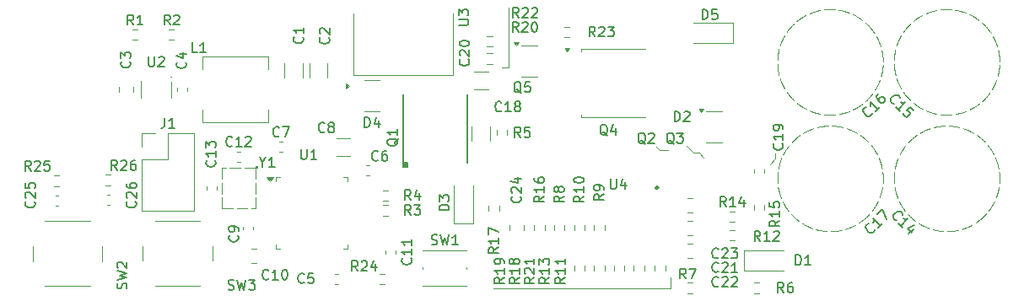
<source format=gbr>
%TF.GenerationSoftware,KiCad,Pcbnew,9.0.6-unknown-202512120022~866d92e1f6~ubuntu24.04.1*%
%TF.CreationDate,2026-01-03T16:53:52+02:00*%
%TF.ProjectId,TalTechHeat,54616c54-6563-4684-9865-61742e6b6963,rev?*%
%TF.SameCoordinates,Original*%
%TF.FileFunction,Legend,Top*%
%TF.FilePolarity,Positive*%
%FSLAX46Y46*%
G04 Gerber Fmt 4.6, Leading zero omitted, Abs format (unit mm)*
G04 Created by KiCad (PCBNEW 9.0.6-unknown-202512120022~866d92e1f6~ubuntu24.04.1) date 2026-01-03 16:53:52*
%MOMM*%
%LPD*%
G01*
G04 APERTURE LIST*
%ADD10C,0.100000*%
%ADD11C,0.160000*%
%ADD12C,0.120000*%
%ADD13C,0.250000*%
%ADD14C,0.200000*%
G04 APERTURE END LIST*
D10*
X216650000Y-100550000D02*
X217475000Y-100550000D01*
X228225000Y-101425000D02*
X227700000Y-101950000D01*
X216300000Y-100200000D02*
X216650000Y-100550000D01*
X201500000Y-86250000D02*
X201500000Y-92225000D01*
X217725000Y-114450000D02*
X199975000Y-114450000D01*
X219325000Y-100100000D02*
X220050000Y-100825000D01*
X220050000Y-100825000D02*
X220600000Y-100825000D01*
X201500000Y-92225000D02*
X200775000Y-92225000D01*
X220600000Y-100825000D02*
X221075000Y-101300000D01*
X217725000Y-113300000D02*
X217725000Y-114450000D01*
X228225000Y-100875000D02*
X228225000Y-101425000D01*
D11*
X202754761Y-94824537D02*
X202659523Y-94776918D01*
X202659523Y-94776918D02*
X202564285Y-94681680D01*
X202564285Y-94681680D02*
X202421428Y-94538822D01*
X202421428Y-94538822D02*
X202326190Y-94491203D01*
X202326190Y-94491203D02*
X202230952Y-94491203D01*
X202278571Y-94729299D02*
X202183333Y-94681680D01*
X202183333Y-94681680D02*
X202088095Y-94586441D01*
X202088095Y-94586441D02*
X202040476Y-94395965D01*
X202040476Y-94395965D02*
X202040476Y-94062632D01*
X202040476Y-94062632D02*
X202088095Y-93872156D01*
X202088095Y-93872156D02*
X202183333Y-93776918D01*
X202183333Y-93776918D02*
X202278571Y-93729299D01*
X202278571Y-93729299D02*
X202469047Y-93729299D01*
X202469047Y-93729299D02*
X202564285Y-93776918D01*
X202564285Y-93776918D02*
X202659523Y-93872156D01*
X202659523Y-93872156D02*
X202707142Y-94062632D01*
X202707142Y-94062632D02*
X202707142Y-94395965D01*
X202707142Y-94395965D02*
X202659523Y-94586441D01*
X202659523Y-94586441D02*
X202564285Y-94681680D01*
X202564285Y-94681680D02*
X202469047Y-94729299D01*
X202469047Y-94729299D02*
X202278571Y-94729299D01*
X203611904Y-93729299D02*
X203135714Y-93729299D01*
X203135714Y-93729299D02*
X203088095Y-94205489D01*
X203088095Y-94205489D02*
X203135714Y-94157870D01*
X203135714Y-94157870D02*
X203230952Y-94110251D01*
X203230952Y-94110251D02*
X203469047Y-94110251D01*
X203469047Y-94110251D02*
X203564285Y-94157870D01*
X203564285Y-94157870D02*
X203611904Y-94205489D01*
X203611904Y-94205489D02*
X203659523Y-94300727D01*
X203659523Y-94300727D02*
X203659523Y-94538822D01*
X203659523Y-94538822D02*
X203611904Y-94634060D01*
X203611904Y-94634060D02*
X203564285Y-94681680D01*
X203564285Y-94681680D02*
X203469047Y-94729299D01*
X203469047Y-94729299D02*
X203230952Y-94729299D01*
X203230952Y-94729299D02*
X203135714Y-94681680D01*
X203135714Y-94681680D02*
X203088095Y-94634060D01*
X211713095Y-103454299D02*
X211713095Y-104263822D01*
X211713095Y-104263822D02*
X211760714Y-104359060D01*
X211760714Y-104359060D02*
X211808333Y-104406680D01*
X211808333Y-104406680D02*
X211903571Y-104454299D01*
X211903571Y-104454299D02*
X212094047Y-104454299D01*
X212094047Y-104454299D02*
X212189285Y-104406680D01*
X212189285Y-104406680D02*
X212236904Y-104359060D01*
X212236904Y-104359060D02*
X212284523Y-104263822D01*
X212284523Y-104263822D02*
X212284523Y-103454299D01*
X213189285Y-103787632D02*
X213189285Y-104454299D01*
X212951190Y-103406680D02*
X212713095Y-104120965D01*
X212713095Y-104120965D02*
X213332142Y-104120965D01*
X187024405Y-98254299D02*
X187024405Y-97254299D01*
X187024405Y-97254299D02*
X187262500Y-97254299D01*
X187262500Y-97254299D02*
X187405357Y-97301918D01*
X187405357Y-97301918D02*
X187500595Y-97397156D01*
X187500595Y-97397156D02*
X187548214Y-97492394D01*
X187548214Y-97492394D02*
X187595833Y-97682870D01*
X187595833Y-97682870D02*
X187595833Y-97825727D01*
X187595833Y-97825727D02*
X187548214Y-98016203D01*
X187548214Y-98016203D02*
X187500595Y-98111441D01*
X187500595Y-98111441D02*
X187405357Y-98206680D01*
X187405357Y-98206680D02*
X187262500Y-98254299D01*
X187262500Y-98254299D02*
X187024405Y-98254299D01*
X188452976Y-97587632D02*
X188452976Y-98254299D01*
X188214881Y-97206680D02*
X187976786Y-97920965D01*
X187976786Y-97920965D02*
X188595833Y-97920965D01*
X230286905Y-112079299D02*
X230286905Y-111079299D01*
X230286905Y-111079299D02*
X230525000Y-111079299D01*
X230525000Y-111079299D02*
X230667857Y-111126918D01*
X230667857Y-111126918D02*
X230763095Y-111222156D01*
X230763095Y-111222156D02*
X230810714Y-111317394D01*
X230810714Y-111317394D02*
X230858333Y-111507870D01*
X230858333Y-111507870D02*
X230858333Y-111650727D01*
X230858333Y-111650727D02*
X230810714Y-111841203D01*
X230810714Y-111841203D02*
X230763095Y-111936441D01*
X230763095Y-111936441D02*
X230667857Y-112031680D01*
X230667857Y-112031680D02*
X230525000Y-112079299D01*
X230525000Y-112079299D02*
X230286905Y-112079299D01*
X231810714Y-112079299D02*
X231239286Y-112079299D01*
X231525000Y-112079299D02*
X231525000Y-111079299D01*
X231525000Y-111079299D02*
X231429762Y-111222156D01*
X231429762Y-111222156D02*
X231334524Y-111317394D01*
X231334524Y-111317394D02*
X231239286Y-111365013D01*
X222532142Y-112734060D02*
X222484523Y-112781680D01*
X222484523Y-112781680D02*
X222341666Y-112829299D01*
X222341666Y-112829299D02*
X222246428Y-112829299D01*
X222246428Y-112829299D02*
X222103571Y-112781680D01*
X222103571Y-112781680D02*
X222008333Y-112686441D01*
X222008333Y-112686441D02*
X221960714Y-112591203D01*
X221960714Y-112591203D02*
X221913095Y-112400727D01*
X221913095Y-112400727D02*
X221913095Y-112257870D01*
X221913095Y-112257870D02*
X221960714Y-112067394D01*
X221960714Y-112067394D02*
X222008333Y-111972156D01*
X222008333Y-111972156D02*
X222103571Y-111876918D01*
X222103571Y-111876918D02*
X222246428Y-111829299D01*
X222246428Y-111829299D02*
X222341666Y-111829299D01*
X222341666Y-111829299D02*
X222484523Y-111876918D01*
X222484523Y-111876918D02*
X222532142Y-111924537D01*
X222913095Y-111924537D02*
X222960714Y-111876918D01*
X222960714Y-111876918D02*
X223055952Y-111829299D01*
X223055952Y-111829299D02*
X223294047Y-111829299D01*
X223294047Y-111829299D02*
X223389285Y-111876918D01*
X223389285Y-111876918D02*
X223436904Y-111924537D01*
X223436904Y-111924537D02*
X223484523Y-112019775D01*
X223484523Y-112019775D02*
X223484523Y-112115013D01*
X223484523Y-112115013D02*
X223436904Y-112257870D01*
X223436904Y-112257870D02*
X222865476Y-112829299D01*
X222865476Y-112829299D02*
X223484523Y-112829299D01*
X224436904Y-112829299D02*
X223865476Y-112829299D01*
X224151190Y-112829299D02*
X224151190Y-111829299D01*
X224151190Y-111829299D02*
X224055952Y-111972156D01*
X224055952Y-111972156D02*
X223960714Y-112067394D01*
X223960714Y-112067394D02*
X223865476Y-112115013D01*
X218079761Y-99924537D02*
X217984523Y-99876918D01*
X217984523Y-99876918D02*
X217889285Y-99781680D01*
X217889285Y-99781680D02*
X217746428Y-99638822D01*
X217746428Y-99638822D02*
X217651190Y-99591203D01*
X217651190Y-99591203D02*
X217555952Y-99591203D01*
X217603571Y-99829299D02*
X217508333Y-99781680D01*
X217508333Y-99781680D02*
X217413095Y-99686441D01*
X217413095Y-99686441D02*
X217365476Y-99495965D01*
X217365476Y-99495965D02*
X217365476Y-99162632D01*
X217365476Y-99162632D02*
X217413095Y-98972156D01*
X217413095Y-98972156D02*
X217508333Y-98876918D01*
X217508333Y-98876918D02*
X217603571Y-98829299D01*
X217603571Y-98829299D02*
X217794047Y-98829299D01*
X217794047Y-98829299D02*
X217889285Y-98876918D01*
X217889285Y-98876918D02*
X217984523Y-98972156D01*
X217984523Y-98972156D02*
X218032142Y-99162632D01*
X218032142Y-99162632D02*
X218032142Y-99495965D01*
X218032142Y-99495965D02*
X217984523Y-99686441D01*
X217984523Y-99686441D02*
X217889285Y-99781680D01*
X217889285Y-99781680D02*
X217794047Y-99829299D01*
X217794047Y-99829299D02*
X217603571Y-99829299D01*
X218365476Y-98829299D02*
X218984523Y-98829299D01*
X218984523Y-98829299D02*
X218651190Y-99210251D01*
X218651190Y-99210251D02*
X218794047Y-99210251D01*
X218794047Y-99210251D02*
X218889285Y-99257870D01*
X218889285Y-99257870D02*
X218936904Y-99305489D01*
X218936904Y-99305489D02*
X218984523Y-99400727D01*
X218984523Y-99400727D02*
X218984523Y-99638822D01*
X218984523Y-99638822D02*
X218936904Y-99734060D01*
X218936904Y-99734060D02*
X218889285Y-99781680D01*
X218889285Y-99781680D02*
X218794047Y-99829299D01*
X218794047Y-99829299D02*
X218508333Y-99829299D01*
X218508333Y-99829299D02*
X218413095Y-99781680D01*
X218413095Y-99781680D02*
X218365476Y-99734060D01*
X201054299Y-113342857D02*
X200578108Y-113676190D01*
X201054299Y-113914285D02*
X200054299Y-113914285D01*
X200054299Y-113914285D02*
X200054299Y-113533333D01*
X200054299Y-113533333D02*
X200101918Y-113438095D01*
X200101918Y-113438095D02*
X200149537Y-113390476D01*
X200149537Y-113390476D02*
X200244775Y-113342857D01*
X200244775Y-113342857D02*
X200387632Y-113342857D01*
X200387632Y-113342857D02*
X200482870Y-113390476D01*
X200482870Y-113390476D02*
X200530489Y-113438095D01*
X200530489Y-113438095D02*
X200578108Y-113533333D01*
X200578108Y-113533333D02*
X200578108Y-113914285D01*
X201054299Y-112390476D02*
X201054299Y-112961904D01*
X201054299Y-112676190D02*
X200054299Y-112676190D01*
X200054299Y-112676190D02*
X200197156Y-112771428D01*
X200197156Y-112771428D02*
X200292394Y-112866666D01*
X200292394Y-112866666D02*
X200340013Y-112961904D01*
X201054299Y-111914285D02*
X201054299Y-111723809D01*
X201054299Y-111723809D02*
X201006680Y-111628571D01*
X201006680Y-111628571D02*
X200959060Y-111580952D01*
X200959060Y-111580952D02*
X200816203Y-111485714D01*
X200816203Y-111485714D02*
X200625727Y-111438095D01*
X200625727Y-111438095D02*
X200244775Y-111438095D01*
X200244775Y-111438095D02*
X200149537Y-111485714D01*
X200149537Y-111485714D02*
X200101918Y-111533333D01*
X200101918Y-111533333D02*
X200054299Y-111628571D01*
X200054299Y-111628571D02*
X200054299Y-111819047D01*
X200054299Y-111819047D02*
X200101918Y-111914285D01*
X200101918Y-111914285D02*
X200149537Y-111961904D01*
X200149537Y-111961904D02*
X200244775Y-112009523D01*
X200244775Y-112009523D02*
X200482870Y-112009523D01*
X200482870Y-112009523D02*
X200578108Y-111961904D01*
X200578108Y-111961904D02*
X200625727Y-111914285D01*
X200625727Y-111914285D02*
X200673346Y-111819047D01*
X200673346Y-111819047D02*
X200673346Y-111628571D01*
X200673346Y-111628571D02*
X200625727Y-111533333D01*
X200625727Y-111533333D02*
X200578108Y-111485714D01*
X200578108Y-111485714D02*
X200482870Y-111438095D01*
X164009060Y-105717857D02*
X164056680Y-105765476D01*
X164056680Y-105765476D02*
X164104299Y-105908333D01*
X164104299Y-105908333D02*
X164104299Y-106003571D01*
X164104299Y-106003571D02*
X164056680Y-106146428D01*
X164056680Y-106146428D02*
X163961441Y-106241666D01*
X163961441Y-106241666D02*
X163866203Y-106289285D01*
X163866203Y-106289285D02*
X163675727Y-106336904D01*
X163675727Y-106336904D02*
X163532870Y-106336904D01*
X163532870Y-106336904D02*
X163342394Y-106289285D01*
X163342394Y-106289285D02*
X163247156Y-106241666D01*
X163247156Y-106241666D02*
X163151918Y-106146428D01*
X163151918Y-106146428D02*
X163104299Y-106003571D01*
X163104299Y-106003571D02*
X163104299Y-105908333D01*
X163104299Y-105908333D02*
X163151918Y-105765476D01*
X163151918Y-105765476D02*
X163199537Y-105717857D01*
X163199537Y-105336904D02*
X163151918Y-105289285D01*
X163151918Y-105289285D02*
X163104299Y-105194047D01*
X163104299Y-105194047D02*
X163104299Y-104955952D01*
X163104299Y-104955952D02*
X163151918Y-104860714D01*
X163151918Y-104860714D02*
X163199537Y-104813095D01*
X163199537Y-104813095D02*
X163294775Y-104765476D01*
X163294775Y-104765476D02*
X163390013Y-104765476D01*
X163390013Y-104765476D02*
X163532870Y-104813095D01*
X163532870Y-104813095D02*
X164104299Y-105384523D01*
X164104299Y-105384523D02*
X164104299Y-104765476D01*
X163104299Y-103908333D02*
X163104299Y-104098809D01*
X163104299Y-104098809D02*
X163151918Y-104194047D01*
X163151918Y-104194047D02*
X163199537Y-104241666D01*
X163199537Y-104241666D02*
X163342394Y-104336904D01*
X163342394Y-104336904D02*
X163532870Y-104384523D01*
X163532870Y-104384523D02*
X163913822Y-104384523D01*
X163913822Y-104384523D02*
X164009060Y-104336904D01*
X164009060Y-104336904D02*
X164056680Y-104289285D01*
X164056680Y-104289285D02*
X164104299Y-104194047D01*
X164104299Y-104194047D02*
X164104299Y-104003571D01*
X164104299Y-104003571D02*
X164056680Y-103908333D01*
X164056680Y-103908333D02*
X164009060Y-103860714D01*
X164009060Y-103860714D02*
X163913822Y-103813095D01*
X163913822Y-103813095D02*
X163675727Y-103813095D01*
X163675727Y-103813095D02*
X163580489Y-103860714D01*
X163580489Y-103860714D02*
X163532870Y-103908333D01*
X163532870Y-103908333D02*
X163485251Y-104003571D01*
X163485251Y-104003571D02*
X163485251Y-104194047D01*
X163485251Y-104194047D02*
X163532870Y-104289285D01*
X163532870Y-104289285D02*
X163580489Y-104336904D01*
X163580489Y-104336904D02*
X163675727Y-104384523D01*
X166946666Y-97319299D02*
X166946666Y-98033584D01*
X166946666Y-98033584D02*
X166899047Y-98176441D01*
X166899047Y-98176441D02*
X166803809Y-98271680D01*
X166803809Y-98271680D02*
X166660952Y-98319299D01*
X166660952Y-98319299D02*
X166565714Y-98319299D01*
X167946666Y-98319299D02*
X167375238Y-98319299D01*
X167660952Y-98319299D02*
X167660952Y-97319299D01*
X167660952Y-97319299D02*
X167565714Y-97462156D01*
X167565714Y-97462156D02*
X167470476Y-97557394D01*
X167470476Y-97557394D02*
X167375238Y-97605013D01*
X202554299Y-113342857D02*
X202078108Y-113676190D01*
X202554299Y-113914285D02*
X201554299Y-113914285D01*
X201554299Y-113914285D02*
X201554299Y-113533333D01*
X201554299Y-113533333D02*
X201601918Y-113438095D01*
X201601918Y-113438095D02*
X201649537Y-113390476D01*
X201649537Y-113390476D02*
X201744775Y-113342857D01*
X201744775Y-113342857D02*
X201887632Y-113342857D01*
X201887632Y-113342857D02*
X201982870Y-113390476D01*
X201982870Y-113390476D02*
X202030489Y-113438095D01*
X202030489Y-113438095D02*
X202078108Y-113533333D01*
X202078108Y-113533333D02*
X202078108Y-113914285D01*
X202554299Y-112390476D02*
X202554299Y-112961904D01*
X202554299Y-112676190D02*
X201554299Y-112676190D01*
X201554299Y-112676190D02*
X201697156Y-112771428D01*
X201697156Y-112771428D02*
X201792394Y-112866666D01*
X201792394Y-112866666D02*
X201840013Y-112961904D01*
X201982870Y-111819047D02*
X201935251Y-111914285D01*
X201935251Y-111914285D02*
X201887632Y-111961904D01*
X201887632Y-111961904D02*
X201792394Y-112009523D01*
X201792394Y-112009523D02*
X201744775Y-112009523D01*
X201744775Y-112009523D02*
X201649537Y-111961904D01*
X201649537Y-111961904D02*
X201601918Y-111914285D01*
X201601918Y-111914285D02*
X201554299Y-111819047D01*
X201554299Y-111819047D02*
X201554299Y-111628571D01*
X201554299Y-111628571D02*
X201601918Y-111533333D01*
X201601918Y-111533333D02*
X201649537Y-111485714D01*
X201649537Y-111485714D02*
X201744775Y-111438095D01*
X201744775Y-111438095D02*
X201792394Y-111438095D01*
X201792394Y-111438095D02*
X201887632Y-111485714D01*
X201887632Y-111485714D02*
X201935251Y-111533333D01*
X201935251Y-111533333D02*
X201982870Y-111628571D01*
X201982870Y-111628571D02*
X201982870Y-111819047D01*
X201982870Y-111819047D02*
X202030489Y-111914285D01*
X202030489Y-111914285D02*
X202078108Y-111961904D01*
X202078108Y-111961904D02*
X202173346Y-112009523D01*
X202173346Y-112009523D02*
X202363822Y-112009523D01*
X202363822Y-112009523D02*
X202459060Y-111961904D01*
X202459060Y-111961904D02*
X202506680Y-111914285D01*
X202506680Y-111914285D02*
X202554299Y-111819047D01*
X202554299Y-111819047D02*
X202554299Y-111628571D01*
X202554299Y-111628571D02*
X202506680Y-111533333D01*
X202506680Y-111533333D02*
X202459060Y-111485714D01*
X202459060Y-111485714D02*
X202363822Y-111438095D01*
X202363822Y-111438095D02*
X202173346Y-111438095D01*
X202173346Y-111438095D02*
X202078108Y-111485714D01*
X202078108Y-111485714D02*
X202030489Y-111533333D01*
X202030489Y-111533333D02*
X201982870Y-111628571D01*
X183409060Y-89241666D02*
X183456680Y-89289285D01*
X183456680Y-89289285D02*
X183504299Y-89432142D01*
X183504299Y-89432142D02*
X183504299Y-89527380D01*
X183504299Y-89527380D02*
X183456680Y-89670237D01*
X183456680Y-89670237D02*
X183361441Y-89765475D01*
X183361441Y-89765475D02*
X183266203Y-89813094D01*
X183266203Y-89813094D02*
X183075727Y-89860713D01*
X183075727Y-89860713D02*
X182932870Y-89860713D01*
X182932870Y-89860713D02*
X182742394Y-89813094D01*
X182742394Y-89813094D02*
X182647156Y-89765475D01*
X182647156Y-89765475D02*
X182551918Y-89670237D01*
X182551918Y-89670237D02*
X182504299Y-89527380D01*
X182504299Y-89527380D02*
X182504299Y-89432142D01*
X182504299Y-89432142D02*
X182551918Y-89289285D01*
X182551918Y-89289285D02*
X182599537Y-89241666D01*
X182599537Y-88860713D02*
X182551918Y-88813094D01*
X182551918Y-88813094D02*
X182504299Y-88717856D01*
X182504299Y-88717856D02*
X182504299Y-88479761D01*
X182504299Y-88479761D02*
X182551918Y-88384523D01*
X182551918Y-88384523D02*
X182599537Y-88336904D01*
X182599537Y-88336904D02*
X182694775Y-88289285D01*
X182694775Y-88289285D02*
X182790013Y-88289285D01*
X182790013Y-88289285D02*
X182932870Y-88336904D01*
X182932870Y-88336904D02*
X183504299Y-88908332D01*
X183504299Y-88908332D02*
X183504299Y-88289285D01*
X153532142Y-102629299D02*
X153198809Y-102153108D01*
X152960714Y-102629299D02*
X152960714Y-101629299D01*
X152960714Y-101629299D02*
X153341666Y-101629299D01*
X153341666Y-101629299D02*
X153436904Y-101676918D01*
X153436904Y-101676918D02*
X153484523Y-101724537D01*
X153484523Y-101724537D02*
X153532142Y-101819775D01*
X153532142Y-101819775D02*
X153532142Y-101962632D01*
X153532142Y-101962632D02*
X153484523Y-102057870D01*
X153484523Y-102057870D02*
X153436904Y-102105489D01*
X153436904Y-102105489D02*
X153341666Y-102153108D01*
X153341666Y-102153108D02*
X152960714Y-102153108D01*
X153913095Y-101724537D02*
X153960714Y-101676918D01*
X153960714Y-101676918D02*
X154055952Y-101629299D01*
X154055952Y-101629299D02*
X154294047Y-101629299D01*
X154294047Y-101629299D02*
X154389285Y-101676918D01*
X154389285Y-101676918D02*
X154436904Y-101724537D01*
X154436904Y-101724537D02*
X154484523Y-101819775D01*
X154484523Y-101819775D02*
X154484523Y-101915013D01*
X154484523Y-101915013D02*
X154436904Y-102057870D01*
X154436904Y-102057870D02*
X153865476Y-102629299D01*
X153865476Y-102629299D02*
X154484523Y-102629299D01*
X155389285Y-101629299D02*
X154913095Y-101629299D01*
X154913095Y-101629299D02*
X154865476Y-102105489D01*
X154865476Y-102105489D02*
X154913095Y-102057870D01*
X154913095Y-102057870D02*
X155008333Y-102010251D01*
X155008333Y-102010251D02*
X155246428Y-102010251D01*
X155246428Y-102010251D02*
X155341666Y-102057870D01*
X155341666Y-102057870D02*
X155389285Y-102105489D01*
X155389285Y-102105489D02*
X155436904Y-102200727D01*
X155436904Y-102200727D02*
X155436904Y-102438822D01*
X155436904Y-102438822D02*
X155389285Y-102534060D01*
X155389285Y-102534060D02*
X155341666Y-102581680D01*
X155341666Y-102581680D02*
X155246428Y-102629299D01*
X155246428Y-102629299D02*
X155008333Y-102629299D01*
X155008333Y-102629299D02*
X154913095Y-102581680D01*
X154913095Y-102581680D02*
X154865476Y-102534060D01*
X240154887Y-95912676D02*
X240087544Y-95912676D01*
X240087544Y-95912676D02*
X239952857Y-95845333D01*
X239952857Y-95845333D02*
X239885513Y-95777989D01*
X239885513Y-95777989D02*
X239818170Y-95643302D01*
X239818170Y-95643302D02*
X239818170Y-95508615D01*
X239818170Y-95508615D02*
X239851842Y-95407600D01*
X239851842Y-95407600D02*
X239952857Y-95239241D01*
X239952857Y-95239241D02*
X240053872Y-95138226D01*
X240053872Y-95138226D02*
X240222231Y-95037211D01*
X240222231Y-95037211D02*
X240323246Y-95003539D01*
X240323246Y-95003539D02*
X240457933Y-95003539D01*
X240457933Y-95003539D02*
X240592620Y-95070882D01*
X240592620Y-95070882D02*
X240659964Y-95138226D01*
X240659964Y-95138226D02*
X240727307Y-95272913D01*
X240727307Y-95272913D02*
X240727307Y-95340256D01*
X240760979Y-96653455D02*
X240356918Y-96249394D01*
X240558948Y-96451424D02*
X241266055Y-95744317D01*
X241266055Y-95744317D02*
X241097696Y-95777989D01*
X241097696Y-95777989D02*
X240963009Y-95777989D01*
X240963009Y-95777989D02*
X240861994Y-95744317D01*
X242107849Y-96586111D02*
X241771131Y-96249394D01*
X241771131Y-96249394D02*
X241400742Y-96552440D01*
X241400742Y-96552440D02*
X241468086Y-96552440D01*
X241468086Y-96552440D02*
X241569101Y-96586111D01*
X241569101Y-96586111D02*
X241737460Y-96754470D01*
X241737460Y-96754470D02*
X241771131Y-96855485D01*
X241771131Y-96855485D02*
X241771131Y-96922829D01*
X241771131Y-96922829D02*
X241737460Y-97023844D01*
X241737460Y-97023844D02*
X241569101Y-97192203D01*
X241569101Y-97192203D02*
X241468086Y-97225875D01*
X241468086Y-97225875D02*
X241400742Y-97225875D01*
X241400742Y-97225875D02*
X241299727Y-97192203D01*
X241299727Y-97192203D02*
X241131368Y-97023844D01*
X241131368Y-97023844D02*
X241097696Y-96922829D01*
X241097696Y-96922829D02*
X241097696Y-96855485D01*
X210157142Y-89154299D02*
X209823809Y-88678108D01*
X209585714Y-89154299D02*
X209585714Y-88154299D01*
X209585714Y-88154299D02*
X209966666Y-88154299D01*
X209966666Y-88154299D02*
X210061904Y-88201918D01*
X210061904Y-88201918D02*
X210109523Y-88249537D01*
X210109523Y-88249537D02*
X210157142Y-88344775D01*
X210157142Y-88344775D02*
X210157142Y-88487632D01*
X210157142Y-88487632D02*
X210109523Y-88582870D01*
X210109523Y-88582870D02*
X210061904Y-88630489D01*
X210061904Y-88630489D02*
X209966666Y-88678108D01*
X209966666Y-88678108D02*
X209585714Y-88678108D01*
X210538095Y-88249537D02*
X210585714Y-88201918D01*
X210585714Y-88201918D02*
X210680952Y-88154299D01*
X210680952Y-88154299D02*
X210919047Y-88154299D01*
X210919047Y-88154299D02*
X211014285Y-88201918D01*
X211014285Y-88201918D02*
X211061904Y-88249537D01*
X211061904Y-88249537D02*
X211109523Y-88344775D01*
X211109523Y-88344775D02*
X211109523Y-88440013D01*
X211109523Y-88440013D02*
X211061904Y-88582870D01*
X211061904Y-88582870D02*
X210490476Y-89154299D01*
X210490476Y-89154299D02*
X211109523Y-89154299D01*
X211442857Y-88154299D02*
X212061904Y-88154299D01*
X212061904Y-88154299D02*
X211728571Y-88535251D01*
X211728571Y-88535251D02*
X211871428Y-88535251D01*
X211871428Y-88535251D02*
X211966666Y-88582870D01*
X211966666Y-88582870D02*
X212014285Y-88630489D01*
X212014285Y-88630489D02*
X212061904Y-88725727D01*
X212061904Y-88725727D02*
X212061904Y-88963822D01*
X212061904Y-88963822D02*
X212014285Y-89059060D01*
X212014285Y-89059060D02*
X211966666Y-89106680D01*
X211966666Y-89106680D02*
X211871428Y-89154299D01*
X211871428Y-89154299D02*
X211585714Y-89154299D01*
X211585714Y-89154299D02*
X211490476Y-89106680D01*
X211490476Y-89106680D02*
X211442857Y-89059060D01*
X176798809Y-101778108D02*
X176798809Y-102254299D01*
X176465476Y-101254299D02*
X176798809Y-101778108D01*
X176798809Y-101778108D02*
X177132142Y-101254299D01*
X177989285Y-102254299D02*
X177417857Y-102254299D01*
X177703571Y-102254299D02*
X177703571Y-101254299D01*
X177703571Y-101254299D02*
X177608333Y-101397156D01*
X177608333Y-101397156D02*
X177513095Y-101492394D01*
X177513095Y-101492394D02*
X177417857Y-101540013D01*
X205029299Y-105167857D02*
X204553108Y-105501190D01*
X205029299Y-105739285D02*
X204029299Y-105739285D01*
X204029299Y-105739285D02*
X204029299Y-105358333D01*
X204029299Y-105358333D02*
X204076918Y-105263095D01*
X204076918Y-105263095D02*
X204124537Y-105215476D01*
X204124537Y-105215476D02*
X204219775Y-105167857D01*
X204219775Y-105167857D02*
X204362632Y-105167857D01*
X204362632Y-105167857D02*
X204457870Y-105215476D01*
X204457870Y-105215476D02*
X204505489Y-105263095D01*
X204505489Y-105263095D02*
X204553108Y-105358333D01*
X204553108Y-105358333D02*
X204553108Y-105739285D01*
X205029299Y-104215476D02*
X205029299Y-104786904D01*
X205029299Y-104501190D02*
X204029299Y-104501190D01*
X204029299Y-104501190D02*
X204172156Y-104596428D01*
X204172156Y-104596428D02*
X204267394Y-104691666D01*
X204267394Y-104691666D02*
X204315013Y-104786904D01*
X204029299Y-103358333D02*
X204029299Y-103548809D01*
X204029299Y-103548809D02*
X204076918Y-103644047D01*
X204076918Y-103644047D02*
X204124537Y-103691666D01*
X204124537Y-103691666D02*
X204267394Y-103786904D01*
X204267394Y-103786904D02*
X204457870Y-103834523D01*
X204457870Y-103834523D02*
X204838822Y-103834523D01*
X204838822Y-103834523D02*
X204934060Y-103786904D01*
X204934060Y-103786904D02*
X204981680Y-103739285D01*
X204981680Y-103739285D02*
X205029299Y-103644047D01*
X205029299Y-103644047D02*
X205029299Y-103453571D01*
X205029299Y-103453571D02*
X204981680Y-103358333D01*
X204981680Y-103358333D02*
X204934060Y-103310714D01*
X204934060Y-103310714D02*
X204838822Y-103263095D01*
X204838822Y-103263095D02*
X204600727Y-103263095D01*
X204600727Y-103263095D02*
X204505489Y-103310714D01*
X204505489Y-103310714D02*
X204457870Y-103358333D01*
X204457870Y-103358333D02*
X204410251Y-103453571D01*
X204410251Y-103453571D02*
X204410251Y-103644047D01*
X204410251Y-103644047D02*
X204457870Y-103739285D01*
X204457870Y-103739285D02*
X204505489Y-103786904D01*
X204505489Y-103786904D02*
X204600727Y-103834523D01*
X218124405Y-97666799D02*
X218124405Y-96666799D01*
X218124405Y-96666799D02*
X218362500Y-96666799D01*
X218362500Y-96666799D02*
X218505357Y-96714418D01*
X218505357Y-96714418D02*
X218600595Y-96809656D01*
X218600595Y-96809656D02*
X218648214Y-96904894D01*
X218648214Y-96904894D02*
X218695833Y-97095370D01*
X218695833Y-97095370D02*
X218695833Y-97238227D01*
X218695833Y-97238227D02*
X218648214Y-97428703D01*
X218648214Y-97428703D02*
X218600595Y-97523941D01*
X218600595Y-97523941D02*
X218505357Y-97619180D01*
X218505357Y-97619180D02*
X218362500Y-97666799D01*
X218362500Y-97666799D02*
X218124405Y-97666799D01*
X219076786Y-96762037D02*
X219124405Y-96714418D01*
X219124405Y-96714418D02*
X219219643Y-96666799D01*
X219219643Y-96666799D02*
X219457738Y-96666799D01*
X219457738Y-96666799D02*
X219552976Y-96714418D01*
X219552976Y-96714418D02*
X219600595Y-96762037D01*
X219600595Y-96762037D02*
X219648214Y-96857275D01*
X219648214Y-96857275D02*
X219648214Y-96952513D01*
X219648214Y-96952513D02*
X219600595Y-97095370D01*
X219600595Y-97095370D02*
X219029167Y-97666799D01*
X219029167Y-97666799D02*
X219648214Y-97666799D01*
X219278609Y-113454299D02*
X218945276Y-112978108D01*
X218707181Y-113454299D02*
X218707181Y-112454299D01*
X218707181Y-112454299D02*
X219088133Y-112454299D01*
X219088133Y-112454299D02*
X219183371Y-112501918D01*
X219183371Y-112501918D02*
X219230990Y-112549537D01*
X219230990Y-112549537D02*
X219278609Y-112644775D01*
X219278609Y-112644775D02*
X219278609Y-112787632D01*
X219278609Y-112787632D02*
X219230990Y-112882870D01*
X219230990Y-112882870D02*
X219183371Y-112930489D01*
X219183371Y-112930489D02*
X219088133Y-112978108D01*
X219088133Y-112978108D02*
X218707181Y-112978108D01*
X219611943Y-112454299D02*
X220278609Y-112454299D01*
X220278609Y-112454299D02*
X219850038Y-113454299D01*
X237962676Y-96821814D02*
X237962676Y-96889157D01*
X237962676Y-96889157D02*
X237895333Y-97023844D01*
X237895333Y-97023844D02*
X237827989Y-97091188D01*
X237827989Y-97091188D02*
X237693302Y-97158531D01*
X237693302Y-97158531D02*
X237558615Y-97158531D01*
X237558615Y-97158531D02*
X237457600Y-97124859D01*
X237457600Y-97124859D02*
X237289241Y-97023844D01*
X237289241Y-97023844D02*
X237188226Y-96922829D01*
X237188226Y-96922829D02*
X237087211Y-96754470D01*
X237087211Y-96754470D02*
X237053539Y-96653455D01*
X237053539Y-96653455D02*
X237053539Y-96518768D01*
X237053539Y-96518768D02*
X237120882Y-96384081D01*
X237120882Y-96384081D02*
X237188226Y-96316737D01*
X237188226Y-96316737D02*
X237322913Y-96249394D01*
X237322913Y-96249394D02*
X237390256Y-96249394D01*
X238703455Y-96215722D02*
X238299394Y-96619783D01*
X238501424Y-96417753D02*
X237794317Y-95710646D01*
X237794317Y-95710646D02*
X237827989Y-95879005D01*
X237827989Y-95879005D02*
X237827989Y-96013692D01*
X237827989Y-96013692D02*
X237794317Y-96114707D01*
X238602440Y-94902524D02*
X238467753Y-95037211D01*
X238467753Y-95037211D02*
X238434081Y-95138226D01*
X238434081Y-95138226D02*
X238434081Y-95205570D01*
X238434081Y-95205570D02*
X238467753Y-95373928D01*
X238467753Y-95373928D02*
X238568768Y-95542287D01*
X238568768Y-95542287D02*
X238838142Y-95811661D01*
X238838142Y-95811661D02*
X238939157Y-95845333D01*
X238939157Y-95845333D02*
X239006501Y-95845333D01*
X239006501Y-95845333D02*
X239107516Y-95811661D01*
X239107516Y-95811661D02*
X239242203Y-95676974D01*
X239242203Y-95676974D02*
X239275875Y-95575959D01*
X239275875Y-95575959D02*
X239275875Y-95508615D01*
X239275875Y-95508615D02*
X239242203Y-95407600D01*
X239242203Y-95407600D02*
X239073844Y-95239241D01*
X239073844Y-95239241D02*
X238972829Y-95205570D01*
X238972829Y-95205570D02*
X238905485Y-95205570D01*
X238905485Y-95205570D02*
X238804470Y-95239241D01*
X238804470Y-95239241D02*
X238669783Y-95373928D01*
X238669783Y-95373928D02*
X238636111Y-95474944D01*
X238636111Y-95474944D02*
X238636111Y-95542287D01*
X238636111Y-95542287D02*
X238669783Y-95643302D01*
X163106680Y-114458332D02*
X163154299Y-114315475D01*
X163154299Y-114315475D02*
X163154299Y-114077380D01*
X163154299Y-114077380D02*
X163106680Y-113982142D01*
X163106680Y-113982142D02*
X163059060Y-113934523D01*
X163059060Y-113934523D02*
X162963822Y-113886904D01*
X162963822Y-113886904D02*
X162868584Y-113886904D01*
X162868584Y-113886904D02*
X162773346Y-113934523D01*
X162773346Y-113934523D02*
X162725727Y-113982142D01*
X162725727Y-113982142D02*
X162678108Y-114077380D01*
X162678108Y-114077380D02*
X162630489Y-114267856D01*
X162630489Y-114267856D02*
X162582870Y-114363094D01*
X162582870Y-114363094D02*
X162535251Y-114410713D01*
X162535251Y-114410713D02*
X162440013Y-114458332D01*
X162440013Y-114458332D02*
X162344775Y-114458332D01*
X162344775Y-114458332D02*
X162249537Y-114410713D01*
X162249537Y-114410713D02*
X162201918Y-114363094D01*
X162201918Y-114363094D02*
X162154299Y-114267856D01*
X162154299Y-114267856D02*
X162154299Y-114029761D01*
X162154299Y-114029761D02*
X162201918Y-113886904D01*
X162154299Y-113553570D02*
X163154299Y-113315475D01*
X163154299Y-113315475D02*
X162440013Y-113124999D01*
X162440013Y-113124999D02*
X163154299Y-112934523D01*
X163154299Y-112934523D02*
X162154299Y-112696428D01*
X162249537Y-112363094D02*
X162201918Y-112315475D01*
X162201918Y-112315475D02*
X162154299Y-112220237D01*
X162154299Y-112220237D02*
X162154299Y-111982142D01*
X162154299Y-111982142D02*
X162201918Y-111886904D01*
X162201918Y-111886904D02*
X162249537Y-111839285D01*
X162249537Y-111839285D02*
X162344775Y-111791666D01*
X162344775Y-111791666D02*
X162440013Y-111791666D01*
X162440013Y-111791666D02*
X162582870Y-111839285D01*
X162582870Y-111839285D02*
X163154299Y-112410713D01*
X163154299Y-112410713D02*
X163154299Y-111791666D01*
X202482142Y-87254299D02*
X202148809Y-86778108D01*
X201910714Y-87254299D02*
X201910714Y-86254299D01*
X201910714Y-86254299D02*
X202291666Y-86254299D01*
X202291666Y-86254299D02*
X202386904Y-86301918D01*
X202386904Y-86301918D02*
X202434523Y-86349537D01*
X202434523Y-86349537D02*
X202482142Y-86444775D01*
X202482142Y-86444775D02*
X202482142Y-86587632D01*
X202482142Y-86587632D02*
X202434523Y-86682870D01*
X202434523Y-86682870D02*
X202386904Y-86730489D01*
X202386904Y-86730489D02*
X202291666Y-86778108D01*
X202291666Y-86778108D02*
X201910714Y-86778108D01*
X202863095Y-86349537D02*
X202910714Y-86301918D01*
X202910714Y-86301918D02*
X203005952Y-86254299D01*
X203005952Y-86254299D02*
X203244047Y-86254299D01*
X203244047Y-86254299D02*
X203339285Y-86301918D01*
X203339285Y-86301918D02*
X203386904Y-86349537D01*
X203386904Y-86349537D02*
X203434523Y-86444775D01*
X203434523Y-86444775D02*
X203434523Y-86540013D01*
X203434523Y-86540013D02*
X203386904Y-86682870D01*
X203386904Y-86682870D02*
X202815476Y-87254299D01*
X202815476Y-87254299D02*
X203434523Y-87254299D01*
X203815476Y-86349537D02*
X203863095Y-86301918D01*
X203863095Y-86301918D02*
X203958333Y-86254299D01*
X203958333Y-86254299D02*
X204196428Y-86254299D01*
X204196428Y-86254299D02*
X204291666Y-86301918D01*
X204291666Y-86301918D02*
X204339285Y-86349537D01*
X204339285Y-86349537D02*
X204386904Y-86444775D01*
X204386904Y-86444775D02*
X204386904Y-86540013D01*
X204386904Y-86540013D02*
X204339285Y-86682870D01*
X204339285Y-86682870D02*
X203767857Y-87254299D01*
X203767857Y-87254299D02*
X204386904Y-87254299D01*
X173341667Y-114531680D02*
X173484524Y-114579299D01*
X173484524Y-114579299D02*
X173722619Y-114579299D01*
X173722619Y-114579299D02*
X173817857Y-114531680D01*
X173817857Y-114531680D02*
X173865476Y-114484060D01*
X173865476Y-114484060D02*
X173913095Y-114388822D01*
X173913095Y-114388822D02*
X173913095Y-114293584D01*
X173913095Y-114293584D02*
X173865476Y-114198346D01*
X173865476Y-114198346D02*
X173817857Y-114150727D01*
X173817857Y-114150727D02*
X173722619Y-114103108D01*
X173722619Y-114103108D02*
X173532143Y-114055489D01*
X173532143Y-114055489D02*
X173436905Y-114007870D01*
X173436905Y-114007870D02*
X173389286Y-113960251D01*
X173389286Y-113960251D02*
X173341667Y-113865013D01*
X173341667Y-113865013D02*
X173341667Y-113769775D01*
X173341667Y-113769775D02*
X173389286Y-113674537D01*
X173389286Y-113674537D02*
X173436905Y-113626918D01*
X173436905Y-113626918D02*
X173532143Y-113579299D01*
X173532143Y-113579299D02*
X173770238Y-113579299D01*
X173770238Y-113579299D02*
X173913095Y-113626918D01*
X174246429Y-113579299D02*
X174484524Y-114579299D01*
X174484524Y-114579299D02*
X174675000Y-113865013D01*
X174675000Y-113865013D02*
X174865476Y-114579299D01*
X174865476Y-114579299D02*
X175103572Y-113579299D01*
X175389286Y-113579299D02*
X176008333Y-113579299D01*
X176008333Y-113579299D02*
X175675000Y-113960251D01*
X175675000Y-113960251D02*
X175817857Y-113960251D01*
X175817857Y-113960251D02*
X175913095Y-114007870D01*
X175913095Y-114007870D02*
X175960714Y-114055489D01*
X175960714Y-114055489D02*
X176008333Y-114150727D01*
X176008333Y-114150727D02*
X176008333Y-114388822D01*
X176008333Y-114388822D02*
X175960714Y-114484060D01*
X175960714Y-114484060D02*
X175913095Y-114531680D01*
X175913095Y-114531680D02*
X175817857Y-114579299D01*
X175817857Y-114579299D02*
X175532143Y-114579299D01*
X175532143Y-114579299D02*
X175436905Y-114531680D01*
X175436905Y-114531680D02*
X175389286Y-114484060D01*
X193741667Y-110006680D02*
X193884524Y-110054299D01*
X193884524Y-110054299D02*
X194122619Y-110054299D01*
X194122619Y-110054299D02*
X194217857Y-110006680D01*
X194217857Y-110006680D02*
X194265476Y-109959060D01*
X194265476Y-109959060D02*
X194313095Y-109863822D01*
X194313095Y-109863822D02*
X194313095Y-109768584D01*
X194313095Y-109768584D02*
X194265476Y-109673346D01*
X194265476Y-109673346D02*
X194217857Y-109625727D01*
X194217857Y-109625727D02*
X194122619Y-109578108D01*
X194122619Y-109578108D02*
X193932143Y-109530489D01*
X193932143Y-109530489D02*
X193836905Y-109482870D01*
X193836905Y-109482870D02*
X193789286Y-109435251D01*
X193789286Y-109435251D02*
X193741667Y-109340013D01*
X193741667Y-109340013D02*
X193741667Y-109244775D01*
X193741667Y-109244775D02*
X193789286Y-109149537D01*
X193789286Y-109149537D02*
X193836905Y-109101918D01*
X193836905Y-109101918D02*
X193932143Y-109054299D01*
X193932143Y-109054299D02*
X194170238Y-109054299D01*
X194170238Y-109054299D02*
X194313095Y-109101918D01*
X194646429Y-109054299D02*
X194884524Y-110054299D01*
X194884524Y-110054299D02*
X195075000Y-109340013D01*
X195075000Y-109340013D02*
X195265476Y-110054299D01*
X195265476Y-110054299D02*
X195503572Y-109054299D01*
X196408333Y-110054299D02*
X195836905Y-110054299D01*
X196122619Y-110054299D02*
X196122619Y-109054299D01*
X196122619Y-109054299D02*
X196027381Y-109197156D01*
X196027381Y-109197156D02*
X195932143Y-109292394D01*
X195932143Y-109292394D02*
X195836905Y-109340013D01*
X191659060Y-111417857D02*
X191706680Y-111465476D01*
X191706680Y-111465476D02*
X191754299Y-111608333D01*
X191754299Y-111608333D02*
X191754299Y-111703571D01*
X191754299Y-111703571D02*
X191706680Y-111846428D01*
X191706680Y-111846428D02*
X191611441Y-111941666D01*
X191611441Y-111941666D02*
X191516203Y-111989285D01*
X191516203Y-111989285D02*
X191325727Y-112036904D01*
X191325727Y-112036904D02*
X191182870Y-112036904D01*
X191182870Y-112036904D02*
X190992394Y-111989285D01*
X190992394Y-111989285D02*
X190897156Y-111941666D01*
X190897156Y-111941666D02*
X190801918Y-111846428D01*
X190801918Y-111846428D02*
X190754299Y-111703571D01*
X190754299Y-111703571D02*
X190754299Y-111608333D01*
X190754299Y-111608333D02*
X190801918Y-111465476D01*
X190801918Y-111465476D02*
X190849537Y-111417857D01*
X191754299Y-110465476D02*
X191754299Y-111036904D01*
X191754299Y-110751190D02*
X190754299Y-110751190D01*
X190754299Y-110751190D02*
X190897156Y-110846428D01*
X190897156Y-110846428D02*
X190992394Y-110941666D01*
X190992394Y-110941666D02*
X191040013Y-111036904D01*
X191754299Y-109513095D02*
X191754299Y-110084523D01*
X191754299Y-109798809D02*
X190754299Y-109798809D01*
X190754299Y-109798809D02*
X190897156Y-109894047D01*
X190897156Y-109894047D02*
X190992394Y-109989285D01*
X190992394Y-109989285D02*
X191040013Y-110084523D01*
X190399537Y-99370238D02*
X190351918Y-99465476D01*
X190351918Y-99465476D02*
X190256680Y-99560714D01*
X190256680Y-99560714D02*
X190113822Y-99703571D01*
X190113822Y-99703571D02*
X190066203Y-99798809D01*
X190066203Y-99798809D02*
X190066203Y-99894047D01*
X190304299Y-99846428D02*
X190256680Y-99941666D01*
X190256680Y-99941666D02*
X190161441Y-100036904D01*
X190161441Y-100036904D02*
X189970965Y-100084523D01*
X189970965Y-100084523D02*
X189637632Y-100084523D01*
X189637632Y-100084523D02*
X189447156Y-100036904D01*
X189447156Y-100036904D02*
X189351918Y-99941666D01*
X189351918Y-99941666D02*
X189304299Y-99846428D01*
X189304299Y-99846428D02*
X189304299Y-99655952D01*
X189304299Y-99655952D02*
X189351918Y-99560714D01*
X189351918Y-99560714D02*
X189447156Y-99465476D01*
X189447156Y-99465476D02*
X189637632Y-99417857D01*
X189637632Y-99417857D02*
X189970965Y-99417857D01*
X189970965Y-99417857D02*
X190161441Y-99465476D01*
X190161441Y-99465476D02*
X190256680Y-99560714D01*
X190256680Y-99560714D02*
X190304299Y-99655952D01*
X190304299Y-99655952D02*
X190304299Y-99846428D01*
X190304299Y-98465476D02*
X190304299Y-99036904D01*
X190304299Y-98751190D02*
X189304299Y-98751190D01*
X189304299Y-98751190D02*
X189447156Y-98846428D01*
X189447156Y-98846428D02*
X189542394Y-98941666D01*
X189542394Y-98941666D02*
X189590013Y-99036904D01*
X228934060Y-99892857D02*
X228981680Y-99940476D01*
X228981680Y-99940476D02*
X229029299Y-100083333D01*
X229029299Y-100083333D02*
X229029299Y-100178571D01*
X229029299Y-100178571D02*
X228981680Y-100321428D01*
X228981680Y-100321428D02*
X228886441Y-100416666D01*
X228886441Y-100416666D02*
X228791203Y-100464285D01*
X228791203Y-100464285D02*
X228600727Y-100511904D01*
X228600727Y-100511904D02*
X228457870Y-100511904D01*
X228457870Y-100511904D02*
X228267394Y-100464285D01*
X228267394Y-100464285D02*
X228172156Y-100416666D01*
X228172156Y-100416666D02*
X228076918Y-100321428D01*
X228076918Y-100321428D02*
X228029299Y-100178571D01*
X228029299Y-100178571D02*
X228029299Y-100083333D01*
X228029299Y-100083333D02*
X228076918Y-99940476D01*
X228076918Y-99940476D02*
X228124537Y-99892857D01*
X229029299Y-98940476D02*
X229029299Y-99511904D01*
X229029299Y-99226190D02*
X228029299Y-99226190D01*
X228029299Y-99226190D02*
X228172156Y-99321428D01*
X228172156Y-99321428D02*
X228267394Y-99416666D01*
X228267394Y-99416666D02*
X228315013Y-99511904D01*
X229029299Y-98464285D02*
X229029299Y-98273809D01*
X229029299Y-98273809D02*
X228981680Y-98178571D01*
X228981680Y-98178571D02*
X228934060Y-98130952D01*
X228934060Y-98130952D02*
X228791203Y-98035714D01*
X228791203Y-98035714D02*
X228600727Y-97988095D01*
X228600727Y-97988095D02*
X228219775Y-97988095D01*
X228219775Y-97988095D02*
X228124537Y-98035714D01*
X228124537Y-98035714D02*
X228076918Y-98083333D01*
X228076918Y-98083333D02*
X228029299Y-98178571D01*
X228029299Y-98178571D02*
X228029299Y-98369047D01*
X228029299Y-98369047D02*
X228076918Y-98464285D01*
X228076918Y-98464285D02*
X228124537Y-98511904D01*
X228124537Y-98511904D02*
X228219775Y-98559523D01*
X228219775Y-98559523D02*
X228457870Y-98559523D01*
X228457870Y-98559523D02*
X228553108Y-98511904D01*
X228553108Y-98511904D02*
X228600727Y-98464285D01*
X228600727Y-98464285D02*
X228648346Y-98369047D01*
X228648346Y-98369047D02*
X228648346Y-98178571D01*
X228648346Y-98178571D02*
X228600727Y-98083333D01*
X228600727Y-98083333D02*
X228553108Y-98035714D01*
X228553108Y-98035714D02*
X228457870Y-97988095D01*
X188358333Y-101529060D02*
X188310714Y-101576680D01*
X188310714Y-101576680D02*
X188167857Y-101624299D01*
X188167857Y-101624299D02*
X188072619Y-101624299D01*
X188072619Y-101624299D02*
X187929762Y-101576680D01*
X187929762Y-101576680D02*
X187834524Y-101481441D01*
X187834524Y-101481441D02*
X187786905Y-101386203D01*
X187786905Y-101386203D02*
X187739286Y-101195727D01*
X187739286Y-101195727D02*
X187739286Y-101052870D01*
X187739286Y-101052870D02*
X187786905Y-100862394D01*
X187786905Y-100862394D02*
X187834524Y-100767156D01*
X187834524Y-100767156D02*
X187929762Y-100671918D01*
X187929762Y-100671918D02*
X188072619Y-100624299D01*
X188072619Y-100624299D02*
X188167857Y-100624299D01*
X188167857Y-100624299D02*
X188310714Y-100671918D01*
X188310714Y-100671918D02*
X188358333Y-100719537D01*
X189215476Y-100624299D02*
X189025000Y-100624299D01*
X189025000Y-100624299D02*
X188929762Y-100671918D01*
X188929762Y-100671918D02*
X188882143Y-100719537D01*
X188882143Y-100719537D02*
X188786905Y-100862394D01*
X188786905Y-100862394D02*
X188739286Y-101052870D01*
X188739286Y-101052870D02*
X188739286Y-101433822D01*
X188739286Y-101433822D02*
X188786905Y-101529060D01*
X188786905Y-101529060D02*
X188834524Y-101576680D01*
X188834524Y-101576680D02*
X188929762Y-101624299D01*
X188929762Y-101624299D02*
X189120238Y-101624299D01*
X189120238Y-101624299D02*
X189215476Y-101576680D01*
X189215476Y-101576680D02*
X189263095Y-101529060D01*
X189263095Y-101529060D02*
X189310714Y-101433822D01*
X189310714Y-101433822D02*
X189310714Y-101195727D01*
X189310714Y-101195727D02*
X189263095Y-101100489D01*
X189263095Y-101100489D02*
X189215476Y-101052870D01*
X189215476Y-101052870D02*
X189120238Y-101005251D01*
X189120238Y-101005251D02*
X188929762Y-101005251D01*
X188929762Y-101005251D02*
X188834524Y-101052870D01*
X188834524Y-101052870D02*
X188786905Y-101100489D01*
X188786905Y-101100489D02*
X188739286Y-101195727D01*
X222532142Y-111309060D02*
X222484523Y-111356680D01*
X222484523Y-111356680D02*
X222341666Y-111404299D01*
X222341666Y-111404299D02*
X222246428Y-111404299D01*
X222246428Y-111404299D02*
X222103571Y-111356680D01*
X222103571Y-111356680D02*
X222008333Y-111261441D01*
X222008333Y-111261441D02*
X221960714Y-111166203D01*
X221960714Y-111166203D02*
X221913095Y-110975727D01*
X221913095Y-110975727D02*
X221913095Y-110832870D01*
X221913095Y-110832870D02*
X221960714Y-110642394D01*
X221960714Y-110642394D02*
X222008333Y-110547156D01*
X222008333Y-110547156D02*
X222103571Y-110451918D01*
X222103571Y-110451918D02*
X222246428Y-110404299D01*
X222246428Y-110404299D02*
X222341666Y-110404299D01*
X222341666Y-110404299D02*
X222484523Y-110451918D01*
X222484523Y-110451918D02*
X222532142Y-110499537D01*
X222913095Y-110499537D02*
X222960714Y-110451918D01*
X222960714Y-110451918D02*
X223055952Y-110404299D01*
X223055952Y-110404299D02*
X223294047Y-110404299D01*
X223294047Y-110404299D02*
X223389285Y-110451918D01*
X223389285Y-110451918D02*
X223436904Y-110499537D01*
X223436904Y-110499537D02*
X223484523Y-110594775D01*
X223484523Y-110594775D02*
X223484523Y-110690013D01*
X223484523Y-110690013D02*
X223436904Y-110832870D01*
X223436904Y-110832870D02*
X222865476Y-111404299D01*
X222865476Y-111404299D02*
X223484523Y-111404299D01*
X223817857Y-110404299D02*
X224436904Y-110404299D01*
X224436904Y-110404299D02*
X224103571Y-110785251D01*
X224103571Y-110785251D02*
X224246428Y-110785251D01*
X224246428Y-110785251D02*
X224341666Y-110832870D01*
X224341666Y-110832870D02*
X224389285Y-110880489D01*
X224389285Y-110880489D02*
X224436904Y-110975727D01*
X224436904Y-110975727D02*
X224436904Y-111213822D01*
X224436904Y-111213822D02*
X224389285Y-111309060D01*
X224389285Y-111309060D02*
X224341666Y-111356680D01*
X224341666Y-111356680D02*
X224246428Y-111404299D01*
X224246428Y-111404299D02*
X223960714Y-111404299D01*
X223960714Y-111404299D02*
X223865476Y-111356680D01*
X223865476Y-111356680D02*
X223817857Y-111309060D01*
X226732142Y-109679299D02*
X226398809Y-109203108D01*
X226160714Y-109679299D02*
X226160714Y-108679299D01*
X226160714Y-108679299D02*
X226541666Y-108679299D01*
X226541666Y-108679299D02*
X226636904Y-108726918D01*
X226636904Y-108726918D02*
X226684523Y-108774537D01*
X226684523Y-108774537D02*
X226732142Y-108869775D01*
X226732142Y-108869775D02*
X226732142Y-109012632D01*
X226732142Y-109012632D02*
X226684523Y-109107870D01*
X226684523Y-109107870D02*
X226636904Y-109155489D01*
X226636904Y-109155489D02*
X226541666Y-109203108D01*
X226541666Y-109203108D02*
X226160714Y-109203108D01*
X227684523Y-109679299D02*
X227113095Y-109679299D01*
X227398809Y-109679299D02*
X227398809Y-108679299D01*
X227398809Y-108679299D02*
X227303571Y-108822156D01*
X227303571Y-108822156D02*
X227208333Y-108917394D01*
X227208333Y-108917394D02*
X227113095Y-108965013D01*
X228065476Y-108774537D02*
X228113095Y-108726918D01*
X228113095Y-108726918D02*
X228208333Y-108679299D01*
X228208333Y-108679299D02*
X228446428Y-108679299D01*
X228446428Y-108679299D02*
X228541666Y-108726918D01*
X228541666Y-108726918D02*
X228589285Y-108774537D01*
X228589285Y-108774537D02*
X228636904Y-108869775D01*
X228636904Y-108869775D02*
X228636904Y-108965013D01*
X228636904Y-108965013D02*
X228589285Y-109107870D01*
X228589285Y-109107870D02*
X228017857Y-109679299D01*
X228017857Y-109679299D02*
X228636904Y-109679299D01*
X196454299Y-87986904D02*
X197263822Y-87986904D01*
X197263822Y-87986904D02*
X197359060Y-87939285D01*
X197359060Y-87939285D02*
X197406680Y-87891666D01*
X197406680Y-87891666D02*
X197454299Y-87796428D01*
X197454299Y-87796428D02*
X197454299Y-87605952D01*
X197454299Y-87605952D02*
X197406680Y-87510714D01*
X197406680Y-87510714D02*
X197359060Y-87463095D01*
X197359060Y-87463095D02*
X197263822Y-87415476D01*
X197263822Y-87415476D02*
X196454299Y-87415476D01*
X196454299Y-87034523D02*
X196454299Y-86415476D01*
X196454299Y-86415476D02*
X196835251Y-86748809D01*
X196835251Y-86748809D02*
X196835251Y-86605952D01*
X196835251Y-86605952D02*
X196882870Y-86510714D01*
X196882870Y-86510714D02*
X196930489Y-86463095D01*
X196930489Y-86463095D02*
X197025727Y-86415476D01*
X197025727Y-86415476D02*
X197263822Y-86415476D01*
X197263822Y-86415476D02*
X197359060Y-86463095D01*
X197359060Y-86463095D02*
X197406680Y-86510714D01*
X197406680Y-86510714D02*
X197454299Y-86605952D01*
X197454299Y-86605952D02*
X197454299Y-86891666D01*
X197454299Y-86891666D02*
X197406680Y-86986904D01*
X197406680Y-86986904D02*
X197359060Y-87034523D01*
X180638095Y-100454299D02*
X180638095Y-101263822D01*
X180638095Y-101263822D02*
X180685714Y-101359060D01*
X180685714Y-101359060D02*
X180733333Y-101406680D01*
X180733333Y-101406680D02*
X180828571Y-101454299D01*
X180828571Y-101454299D02*
X181019047Y-101454299D01*
X181019047Y-101454299D02*
X181114285Y-101406680D01*
X181114285Y-101406680D02*
X181161904Y-101359060D01*
X181161904Y-101359060D02*
X181209523Y-101263822D01*
X181209523Y-101263822D02*
X181209523Y-100454299D01*
X182209523Y-101454299D02*
X181638095Y-101454299D01*
X181923809Y-101454299D02*
X181923809Y-100454299D01*
X181923809Y-100454299D02*
X181828571Y-100597156D01*
X181828571Y-100597156D02*
X181733333Y-100692394D01*
X181733333Y-100692394D02*
X181638095Y-100740013D01*
X229083333Y-114854299D02*
X228750000Y-114378108D01*
X228511905Y-114854299D02*
X228511905Y-113854299D01*
X228511905Y-113854299D02*
X228892857Y-113854299D01*
X228892857Y-113854299D02*
X228988095Y-113901918D01*
X228988095Y-113901918D02*
X229035714Y-113949537D01*
X229035714Y-113949537D02*
X229083333Y-114044775D01*
X229083333Y-114044775D02*
X229083333Y-114187632D01*
X229083333Y-114187632D02*
X229035714Y-114282870D01*
X229035714Y-114282870D02*
X228988095Y-114330489D01*
X228988095Y-114330489D02*
X228892857Y-114378108D01*
X228892857Y-114378108D02*
X228511905Y-114378108D01*
X229940476Y-113854299D02*
X229750000Y-113854299D01*
X229750000Y-113854299D02*
X229654762Y-113901918D01*
X229654762Y-113901918D02*
X229607143Y-113949537D01*
X229607143Y-113949537D02*
X229511905Y-114092394D01*
X229511905Y-114092394D02*
X229464286Y-114282870D01*
X229464286Y-114282870D02*
X229464286Y-114663822D01*
X229464286Y-114663822D02*
X229511905Y-114759060D01*
X229511905Y-114759060D02*
X229559524Y-114806680D01*
X229559524Y-114806680D02*
X229654762Y-114854299D01*
X229654762Y-114854299D02*
X229845238Y-114854299D01*
X229845238Y-114854299D02*
X229940476Y-114806680D01*
X229940476Y-114806680D02*
X229988095Y-114759060D01*
X229988095Y-114759060D02*
X230035714Y-114663822D01*
X230035714Y-114663822D02*
X230035714Y-114425727D01*
X230035714Y-114425727D02*
X229988095Y-114330489D01*
X229988095Y-114330489D02*
X229940476Y-114282870D01*
X229940476Y-114282870D02*
X229845238Y-114235251D01*
X229845238Y-114235251D02*
X229654762Y-114235251D01*
X229654762Y-114235251D02*
X229559524Y-114282870D01*
X229559524Y-114282870D02*
X229511905Y-114330489D01*
X229511905Y-114330489D02*
X229464286Y-114425727D01*
X209029299Y-105167857D02*
X208553108Y-105501190D01*
X209029299Y-105739285D02*
X208029299Y-105739285D01*
X208029299Y-105739285D02*
X208029299Y-105358333D01*
X208029299Y-105358333D02*
X208076918Y-105263095D01*
X208076918Y-105263095D02*
X208124537Y-105215476D01*
X208124537Y-105215476D02*
X208219775Y-105167857D01*
X208219775Y-105167857D02*
X208362632Y-105167857D01*
X208362632Y-105167857D02*
X208457870Y-105215476D01*
X208457870Y-105215476D02*
X208505489Y-105263095D01*
X208505489Y-105263095D02*
X208553108Y-105358333D01*
X208553108Y-105358333D02*
X208553108Y-105739285D01*
X209029299Y-104215476D02*
X209029299Y-104786904D01*
X209029299Y-104501190D02*
X208029299Y-104501190D01*
X208029299Y-104501190D02*
X208172156Y-104596428D01*
X208172156Y-104596428D02*
X208267394Y-104691666D01*
X208267394Y-104691666D02*
X208315013Y-104786904D01*
X208029299Y-103596428D02*
X208029299Y-103501190D01*
X208029299Y-103501190D02*
X208076918Y-103405952D01*
X208076918Y-103405952D02*
X208124537Y-103358333D01*
X208124537Y-103358333D02*
X208219775Y-103310714D01*
X208219775Y-103310714D02*
X208410251Y-103263095D01*
X208410251Y-103263095D02*
X208648346Y-103263095D01*
X208648346Y-103263095D02*
X208838822Y-103310714D01*
X208838822Y-103310714D02*
X208934060Y-103358333D01*
X208934060Y-103358333D02*
X208981680Y-103405952D01*
X208981680Y-103405952D02*
X209029299Y-103501190D01*
X209029299Y-103501190D02*
X209029299Y-103596428D01*
X209029299Y-103596428D02*
X208981680Y-103691666D01*
X208981680Y-103691666D02*
X208934060Y-103739285D01*
X208934060Y-103739285D02*
X208838822Y-103786904D01*
X208838822Y-103786904D02*
X208648346Y-103834523D01*
X208648346Y-103834523D02*
X208410251Y-103834523D01*
X208410251Y-103834523D02*
X208219775Y-103786904D01*
X208219775Y-103786904D02*
X208124537Y-103739285D01*
X208124537Y-103739285D02*
X208076918Y-103691666D01*
X208076918Y-103691666D02*
X208029299Y-103596428D01*
X207154299Y-113342857D02*
X206678108Y-113676190D01*
X207154299Y-113914285D02*
X206154299Y-113914285D01*
X206154299Y-113914285D02*
X206154299Y-113533333D01*
X206154299Y-113533333D02*
X206201918Y-113438095D01*
X206201918Y-113438095D02*
X206249537Y-113390476D01*
X206249537Y-113390476D02*
X206344775Y-113342857D01*
X206344775Y-113342857D02*
X206487632Y-113342857D01*
X206487632Y-113342857D02*
X206582870Y-113390476D01*
X206582870Y-113390476D02*
X206630489Y-113438095D01*
X206630489Y-113438095D02*
X206678108Y-113533333D01*
X206678108Y-113533333D02*
X206678108Y-113914285D01*
X207154299Y-112390476D02*
X207154299Y-112961904D01*
X207154299Y-112676190D02*
X206154299Y-112676190D01*
X206154299Y-112676190D02*
X206297156Y-112771428D01*
X206297156Y-112771428D02*
X206392394Y-112866666D01*
X206392394Y-112866666D02*
X206440013Y-112961904D01*
X207154299Y-111438095D02*
X207154299Y-112009523D01*
X207154299Y-111723809D02*
X206154299Y-111723809D01*
X206154299Y-111723809D02*
X206297156Y-111819047D01*
X206297156Y-111819047D02*
X206392394Y-111914285D01*
X206392394Y-111914285D02*
X206440013Y-112009523D01*
X174279060Y-109116666D02*
X174326680Y-109164285D01*
X174326680Y-109164285D02*
X174374299Y-109307142D01*
X174374299Y-109307142D02*
X174374299Y-109402380D01*
X174374299Y-109402380D02*
X174326680Y-109545237D01*
X174326680Y-109545237D02*
X174231441Y-109640475D01*
X174231441Y-109640475D02*
X174136203Y-109688094D01*
X174136203Y-109688094D02*
X173945727Y-109735713D01*
X173945727Y-109735713D02*
X173802870Y-109735713D01*
X173802870Y-109735713D02*
X173612394Y-109688094D01*
X173612394Y-109688094D02*
X173517156Y-109640475D01*
X173517156Y-109640475D02*
X173421918Y-109545237D01*
X173421918Y-109545237D02*
X173374299Y-109402380D01*
X173374299Y-109402380D02*
X173374299Y-109307142D01*
X173374299Y-109307142D02*
X173421918Y-109164285D01*
X173421918Y-109164285D02*
X173469537Y-109116666D01*
X174374299Y-108640475D02*
X174374299Y-108449999D01*
X174374299Y-108449999D02*
X174326680Y-108354761D01*
X174326680Y-108354761D02*
X174279060Y-108307142D01*
X174279060Y-108307142D02*
X174136203Y-108211904D01*
X174136203Y-108211904D02*
X173945727Y-108164285D01*
X173945727Y-108164285D02*
X173564775Y-108164285D01*
X173564775Y-108164285D02*
X173469537Y-108211904D01*
X173469537Y-108211904D02*
X173421918Y-108259523D01*
X173421918Y-108259523D02*
X173374299Y-108354761D01*
X173374299Y-108354761D02*
X173374299Y-108545237D01*
X173374299Y-108545237D02*
X173421918Y-108640475D01*
X173421918Y-108640475D02*
X173469537Y-108688094D01*
X173469537Y-108688094D02*
X173564775Y-108735713D01*
X173564775Y-108735713D02*
X173802870Y-108735713D01*
X173802870Y-108735713D02*
X173898108Y-108688094D01*
X173898108Y-108688094D02*
X173945727Y-108640475D01*
X173945727Y-108640475D02*
X173993346Y-108545237D01*
X173993346Y-108545237D02*
X173993346Y-108354761D01*
X173993346Y-108354761D02*
X173945727Y-108259523D01*
X173945727Y-108259523D02*
X173898108Y-108211904D01*
X173898108Y-108211904D02*
X173802870Y-108164285D01*
X228679299Y-107617857D02*
X228203108Y-107951190D01*
X228679299Y-108189285D02*
X227679299Y-108189285D01*
X227679299Y-108189285D02*
X227679299Y-107808333D01*
X227679299Y-107808333D02*
X227726918Y-107713095D01*
X227726918Y-107713095D02*
X227774537Y-107665476D01*
X227774537Y-107665476D02*
X227869775Y-107617857D01*
X227869775Y-107617857D02*
X228012632Y-107617857D01*
X228012632Y-107617857D02*
X228107870Y-107665476D01*
X228107870Y-107665476D02*
X228155489Y-107713095D01*
X228155489Y-107713095D02*
X228203108Y-107808333D01*
X228203108Y-107808333D02*
X228203108Y-108189285D01*
X228679299Y-106665476D02*
X228679299Y-107236904D01*
X228679299Y-106951190D02*
X227679299Y-106951190D01*
X227679299Y-106951190D02*
X227822156Y-107046428D01*
X227822156Y-107046428D02*
X227917394Y-107141666D01*
X227917394Y-107141666D02*
X227965013Y-107236904D01*
X227679299Y-105760714D02*
X227679299Y-106236904D01*
X227679299Y-106236904D02*
X228155489Y-106284523D01*
X228155489Y-106284523D02*
X228107870Y-106236904D01*
X228107870Y-106236904D02*
X228060251Y-106141666D01*
X228060251Y-106141666D02*
X228060251Y-105903571D01*
X228060251Y-105903571D02*
X228107870Y-105808333D01*
X228107870Y-105808333D02*
X228155489Y-105760714D01*
X228155489Y-105760714D02*
X228250727Y-105713095D01*
X228250727Y-105713095D02*
X228488822Y-105713095D01*
X228488822Y-105713095D02*
X228584060Y-105760714D01*
X228584060Y-105760714D02*
X228631680Y-105808333D01*
X228631680Y-105808333D02*
X228679299Y-105903571D01*
X228679299Y-105903571D02*
X228679299Y-106141666D01*
X228679299Y-106141666D02*
X228631680Y-106236904D01*
X228631680Y-106236904D02*
X228584060Y-106284523D01*
X169038060Y-91716666D02*
X169085680Y-91764285D01*
X169085680Y-91764285D02*
X169133299Y-91907142D01*
X169133299Y-91907142D02*
X169133299Y-92002380D01*
X169133299Y-92002380D02*
X169085680Y-92145237D01*
X169085680Y-92145237D02*
X168990441Y-92240475D01*
X168990441Y-92240475D02*
X168895203Y-92288094D01*
X168895203Y-92288094D02*
X168704727Y-92335713D01*
X168704727Y-92335713D02*
X168561870Y-92335713D01*
X168561870Y-92335713D02*
X168371394Y-92288094D01*
X168371394Y-92288094D02*
X168276156Y-92240475D01*
X168276156Y-92240475D02*
X168180918Y-92145237D01*
X168180918Y-92145237D02*
X168133299Y-92002380D01*
X168133299Y-92002380D02*
X168133299Y-91907142D01*
X168133299Y-91907142D02*
X168180918Y-91764285D01*
X168180918Y-91764285D02*
X168228537Y-91716666D01*
X168466632Y-90859523D02*
X169133299Y-90859523D01*
X168085680Y-91097618D02*
X168799965Y-91335713D01*
X168799965Y-91335713D02*
X168799965Y-90716666D01*
X200454299Y-110317857D02*
X199978108Y-110651190D01*
X200454299Y-110889285D02*
X199454299Y-110889285D01*
X199454299Y-110889285D02*
X199454299Y-110508333D01*
X199454299Y-110508333D02*
X199501918Y-110413095D01*
X199501918Y-110413095D02*
X199549537Y-110365476D01*
X199549537Y-110365476D02*
X199644775Y-110317857D01*
X199644775Y-110317857D02*
X199787632Y-110317857D01*
X199787632Y-110317857D02*
X199882870Y-110365476D01*
X199882870Y-110365476D02*
X199930489Y-110413095D01*
X199930489Y-110413095D02*
X199978108Y-110508333D01*
X199978108Y-110508333D02*
X199978108Y-110889285D01*
X200454299Y-109365476D02*
X200454299Y-109936904D01*
X200454299Y-109651190D02*
X199454299Y-109651190D01*
X199454299Y-109651190D02*
X199597156Y-109746428D01*
X199597156Y-109746428D02*
X199692394Y-109841666D01*
X199692394Y-109841666D02*
X199740013Y-109936904D01*
X199454299Y-109032142D02*
X199454299Y-108365476D01*
X199454299Y-108365476D02*
X200454299Y-108794047D01*
X202634060Y-105217857D02*
X202681680Y-105265476D01*
X202681680Y-105265476D02*
X202729299Y-105408333D01*
X202729299Y-105408333D02*
X202729299Y-105503571D01*
X202729299Y-105503571D02*
X202681680Y-105646428D01*
X202681680Y-105646428D02*
X202586441Y-105741666D01*
X202586441Y-105741666D02*
X202491203Y-105789285D01*
X202491203Y-105789285D02*
X202300727Y-105836904D01*
X202300727Y-105836904D02*
X202157870Y-105836904D01*
X202157870Y-105836904D02*
X201967394Y-105789285D01*
X201967394Y-105789285D02*
X201872156Y-105741666D01*
X201872156Y-105741666D02*
X201776918Y-105646428D01*
X201776918Y-105646428D02*
X201729299Y-105503571D01*
X201729299Y-105503571D02*
X201729299Y-105408333D01*
X201729299Y-105408333D02*
X201776918Y-105265476D01*
X201776918Y-105265476D02*
X201824537Y-105217857D01*
X201824537Y-104836904D02*
X201776918Y-104789285D01*
X201776918Y-104789285D02*
X201729299Y-104694047D01*
X201729299Y-104694047D02*
X201729299Y-104455952D01*
X201729299Y-104455952D02*
X201776918Y-104360714D01*
X201776918Y-104360714D02*
X201824537Y-104313095D01*
X201824537Y-104313095D02*
X201919775Y-104265476D01*
X201919775Y-104265476D02*
X202015013Y-104265476D01*
X202015013Y-104265476D02*
X202157870Y-104313095D01*
X202157870Y-104313095D02*
X202729299Y-104884523D01*
X202729299Y-104884523D02*
X202729299Y-104265476D01*
X202062632Y-103408333D02*
X202729299Y-103408333D01*
X201681680Y-103646428D02*
X202395965Y-103884523D01*
X202395965Y-103884523D02*
X202395965Y-103265476D01*
X202457142Y-88679299D02*
X202123809Y-88203108D01*
X201885714Y-88679299D02*
X201885714Y-87679299D01*
X201885714Y-87679299D02*
X202266666Y-87679299D01*
X202266666Y-87679299D02*
X202361904Y-87726918D01*
X202361904Y-87726918D02*
X202409523Y-87774537D01*
X202409523Y-87774537D02*
X202457142Y-87869775D01*
X202457142Y-87869775D02*
X202457142Y-88012632D01*
X202457142Y-88012632D02*
X202409523Y-88107870D01*
X202409523Y-88107870D02*
X202361904Y-88155489D01*
X202361904Y-88155489D02*
X202266666Y-88203108D01*
X202266666Y-88203108D02*
X201885714Y-88203108D01*
X202838095Y-87774537D02*
X202885714Y-87726918D01*
X202885714Y-87726918D02*
X202980952Y-87679299D01*
X202980952Y-87679299D02*
X203219047Y-87679299D01*
X203219047Y-87679299D02*
X203314285Y-87726918D01*
X203314285Y-87726918D02*
X203361904Y-87774537D01*
X203361904Y-87774537D02*
X203409523Y-87869775D01*
X203409523Y-87869775D02*
X203409523Y-87965013D01*
X203409523Y-87965013D02*
X203361904Y-88107870D01*
X203361904Y-88107870D02*
X202790476Y-88679299D01*
X202790476Y-88679299D02*
X203409523Y-88679299D01*
X204028571Y-87679299D02*
X204123809Y-87679299D01*
X204123809Y-87679299D02*
X204219047Y-87726918D01*
X204219047Y-87726918D02*
X204266666Y-87774537D01*
X204266666Y-87774537D02*
X204314285Y-87869775D01*
X204314285Y-87869775D02*
X204361904Y-88060251D01*
X204361904Y-88060251D02*
X204361904Y-88298346D01*
X204361904Y-88298346D02*
X204314285Y-88488822D01*
X204314285Y-88488822D02*
X204266666Y-88584060D01*
X204266666Y-88584060D02*
X204219047Y-88631680D01*
X204219047Y-88631680D02*
X204123809Y-88679299D01*
X204123809Y-88679299D02*
X204028571Y-88679299D01*
X204028571Y-88679299D02*
X203933333Y-88631680D01*
X203933333Y-88631680D02*
X203885714Y-88584060D01*
X203885714Y-88584060D02*
X203838095Y-88488822D01*
X203838095Y-88488822D02*
X203790476Y-88298346D01*
X203790476Y-88298346D02*
X203790476Y-88060251D01*
X203790476Y-88060251D02*
X203838095Y-87869775D01*
X203838095Y-87869775D02*
X203885714Y-87774537D01*
X203885714Y-87774537D02*
X203933333Y-87726918D01*
X203933333Y-87726918D02*
X204028571Y-87679299D01*
X171984060Y-101592857D02*
X172031680Y-101640476D01*
X172031680Y-101640476D02*
X172079299Y-101783333D01*
X172079299Y-101783333D02*
X172079299Y-101878571D01*
X172079299Y-101878571D02*
X172031680Y-102021428D01*
X172031680Y-102021428D02*
X171936441Y-102116666D01*
X171936441Y-102116666D02*
X171841203Y-102164285D01*
X171841203Y-102164285D02*
X171650727Y-102211904D01*
X171650727Y-102211904D02*
X171507870Y-102211904D01*
X171507870Y-102211904D02*
X171317394Y-102164285D01*
X171317394Y-102164285D02*
X171222156Y-102116666D01*
X171222156Y-102116666D02*
X171126918Y-102021428D01*
X171126918Y-102021428D02*
X171079299Y-101878571D01*
X171079299Y-101878571D02*
X171079299Y-101783333D01*
X171079299Y-101783333D02*
X171126918Y-101640476D01*
X171126918Y-101640476D02*
X171174537Y-101592857D01*
X172079299Y-100640476D02*
X172079299Y-101211904D01*
X172079299Y-100926190D02*
X171079299Y-100926190D01*
X171079299Y-100926190D02*
X171222156Y-101021428D01*
X171222156Y-101021428D02*
X171317394Y-101116666D01*
X171317394Y-101116666D02*
X171365013Y-101211904D01*
X171079299Y-100307142D02*
X171079299Y-99688095D01*
X171079299Y-99688095D02*
X171460251Y-100021428D01*
X171460251Y-100021428D02*
X171460251Y-99878571D01*
X171460251Y-99878571D02*
X171507870Y-99783333D01*
X171507870Y-99783333D02*
X171555489Y-99735714D01*
X171555489Y-99735714D02*
X171650727Y-99688095D01*
X171650727Y-99688095D02*
X171888822Y-99688095D01*
X171888822Y-99688095D02*
X171984060Y-99735714D01*
X171984060Y-99735714D02*
X172031680Y-99783333D01*
X172031680Y-99783333D02*
X172079299Y-99878571D01*
X172079299Y-99878571D02*
X172079299Y-100164285D01*
X172079299Y-100164285D02*
X172031680Y-100259523D01*
X172031680Y-100259523D02*
X171984060Y-100307142D01*
X167487333Y-87974299D02*
X167154000Y-87498108D01*
X166915905Y-87974299D02*
X166915905Y-86974299D01*
X166915905Y-86974299D02*
X167296857Y-86974299D01*
X167296857Y-86974299D02*
X167392095Y-87021918D01*
X167392095Y-87021918D02*
X167439714Y-87069537D01*
X167439714Y-87069537D02*
X167487333Y-87164775D01*
X167487333Y-87164775D02*
X167487333Y-87307632D01*
X167487333Y-87307632D02*
X167439714Y-87402870D01*
X167439714Y-87402870D02*
X167392095Y-87450489D01*
X167392095Y-87450489D02*
X167296857Y-87498108D01*
X167296857Y-87498108D02*
X166915905Y-87498108D01*
X167868286Y-87069537D02*
X167915905Y-87021918D01*
X167915905Y-87021918D02*
X168011143Y-86974299D01*
X168011143Y-86974299D02*
X168249238Y-86974299D01*
X168249238Y-86974299D02*
X168344476Y-87021918D01*
X168344476Y-87021918D02*
X168392095Y-87069537D01*
X168392095Y-87069537D02*
X168439714Y-87164775D01*
X168439714Y-87164775D02*
X168439714Y-87260013D01*
X168439714Y-87260013D02*
X168392095Y-87402870D01*
X168392095Y-87402870D02*
X167820667Y-87974299D01*
X167820667Y-87974299D02*
X168439714Y-87974299D01*
X162182142Y-102574299D02*
X161848809Y-102098108D01*
X161610714Y-102574299D02*
X161610714Y-101574299D01*
X161610714Y-101574299D02*
X161991666Y-101574299D01*
X161991666Y-101574299D02*
X162086904Y-101621918D01*
X162086904Y-101621918D02*
X162134523Y-101669537D01*
X162134523Y-101669537D02*
X162182142Y-101764775D01*
X162182142Y-101764775D02*
X162182142Y-101907632D01*
X162182142Y-101907632D02*
X162134523Y-102002870D01*
X162134523Y-102002870D02*
X162086904Y-102050489D01*
X162086904Y-102050489D02*
X161991666Y-102098108D01*
X161991666Y-102098108D02*
X161610714Y-102098108D01*
X162563095Y-101669537D02*
X162610714Y-101621918D01*
X162610714Y-101621918D02*
X162705952Y-101574299D01*
X162705952Y-101574299D02*
X162944047Y-101574299D01*
X162944047Y-101574299D02*
X163039285Y-101621918D01*
X163039285Y-101621918D02*
X163086904Y-101669537D01*
X163086904Y-101669537D02*
X163134523Y-101764775D01*
X163134523Y-101764775D02*
X163134523Y-101860013D01*
X163134523Y-101860013D02*
X163086904Y-102002870D01*
X163086904Y-102002870D02*
X162515476Y-102574299D01*
X162515476Y-102574299D02*
X163134523Y-102574299D01*
X163991666Y-101574299D02*
X163801190Y-101574299D01*
X163801190Y-101574299D02*
X163705952Y-101621918D01*
X163705952Y-101621918D02*
X163658333Y-101669537D01*
X163658333Y-101669537D02*
X163563095Y-101812394D01*
X163563095Y-101812394D02*
X163515476Y-102002870D01*
X163515476Y-102002870D02*
X163515476Y-102383822D01*
X163515476Y-102383822D02*
X163563095Y-102479060D01*
X163563095Y-102479060D02*
X163610714Y-102526680D01*
X163610714Y-102526680D02*
X163705952Y-102574299D01*
X163705952Y-102574299D02*
X163896428Y-102574299D01*
X163896428Y-102574299D02*
X163991666Y-102526680D01*
X163991666Y-102526680D02*
X164039285Y-102479060D01*
X164039285Y-102479060D02*
X164086904Y-102383822D01*
X164086904Y-102383822D02*
X164086904Y-102145727D01*
X164086904Y-102145727D02*
X164039285Y-102050489D01*
X164039285Y-102050489D02*
X163991666Y-102002870D01*
X163991666Y-102002870D02*
X163896428Y-101955251D01*
X163896428Y-101955251D02*
X163705952Y-101955251D01*
X163705952Y-101955251D02*
X163610714Y-102002870D01*
X163610714Y-102002870D02*
X163563095Y-102050489D01*
X163563095Y-102050489D02*
X163515476Y-102145727D01*
X191658333Y-107054299D02*
X191325000Y-106578108D01*
X191086905Y-107054299D02*
X191086905Y-106054299D01*
X191086905Y-106054299D02*
X191467857Y-106054299D01*
X191467857Y-106054299D02*
X191563095Y-106101918D01*
X191563095Y-106101918D02*
X191610714Y-106149537D01*
X191610714Y-106149537D02*
X191658333Y-106244775D01*
X191658333Y-106244775D02*
X191658333Y-106387632D01*
X191658333Y-106387632D02*
X191610714Y-106482870D01*
X191610714Y-106482870D02*
X191563095Y-106530489D01*
X191563095Y-106530489D02*
X191467857Y-106578108D01*
X191467857Y-106578108D02*
X191086905Y-106578108D01*
X191991667Y-106054299D02*
X192610714Y-106054299D01*
X192610714Y-106054299D02*
X192277381Y-106435251D01*
X192277381Y-106435251D02*
X192420238Y-106435251D01*
X192420238Y-106435251D02*
X192515476Y-106482870D01*
X192515476Y-106482870D02*
X192563095Y-106530489D01*
X192563095Y-106530489D02*
X192610714Y-106625727D01*
X192610714Y-106625727D02*
X192610714Y-106863822D01*
X192610714Y-106863822D02*
X192563095Y-106959060D01*
X192563095Y-106959060D02*
X192515476Y-107006680D01*
X192515476Y-107006680D02*
X192420238Y-107054299D01*
X192420238Y-107054299D02*
X192134524Y-107054299D01*
X192134524Y-107054299D02*
X192039286Y-107006680D01*
X192039286Y-107006680D02*
X191991667Y-106959060D01*
X215204761Y-99924537D02*
X215109523Y-99876918D01*
X215109523Y-99876918D02*
X215014285Y-99781680D01*
X215014285Y-99781680D02*
X214871428Y-99638822D01*
X214871428Y-99638822D02*
X214776190Y-99591203D01*
X214776190Y-99591203D02*
X214680952Y-99591203D01*
X214728571Y-99829299D02*
X214633333Y-99781680D01*
X214633333Y-99781680D02*
X214538095Y-99686441D01*
X214538095Y-99686441D02*
X214490476Y-99495965D01*
X214490476Y-99495965D02*
X214490476Y-99162632D01*
X214490476Y-99162632D02*
X214538095Y-98972156D01*
X214538095Y-98972156D02*
X214633333Y-98876918D01*
X214633333Y-98876918D02*
X214728571Y-98829299D01*
X214728571Y-98829299D02*
X214919047Y-98829299D01*
X214919047Y-98829299D02*
X215014285Y-98876918D01*
X215014285Y-98876918D02*
X215109523Y-98972156D01*
X215109523Y-98972156D02*
X215157142Y-99162632D01*
X215157142Y-99162632D02*
X215157142Y-99495965D01*
X215157142Y-99495965D02*
X215109523Y-99686441D01*
X215109523Y-99686441D02*
X215014285Y-99781680D01*
X215014285Y-99781680D02*
X214919047Y-99829299D01*
X214919047Y-99829299D02*
X214728571Y-99829299D01*
X215538095Y-98924537D02*
X215585714Y-98876918D01*
X215585714Y-98876918D02*
X215680952Y-98829299D01*
X215680952Y-98829299D02*
X215919047Y-98829299D01*
X215919047Y-98829299D02*
X216014285Y-98876918D01*
X216014285Y-98876918D02*
X216061904Y-98924537D01*
X216061904Y-98924537D02*
X216109523Y-99019775D01*
X216109523Y-99019775D02*
X216109523Y-99115013D01*
X216109523Y-99115013D02*
X216061904Y-99257870D01*
X216061904Y-99257870D02*
X215490476Y-99829299D01*
X215490476Y-99829299D02*
X216109523Y-99829299D01*
X195499299Y-106590094D02*
X194499299Y-106590094D01*
X194499299Y-106590094D02*
X194499299Y-106351999D01*
X194499299Y-106351999D02*
X194546918Y-106209142D01*
X194546918Y-106209142D02*
X194642156Y-106113904D01*
X194642156Y-106113904D02*
X194737394Y-106066285D01*
X194737394Y-106066285D02*
X194927870Y-106018666D01*
X194927870Y-106018666D02*
X195070727Y-106018666D01*
X195070727Y-106018666D02*
X195261203Y-106066285D01*
X195261203Y-106066285D02*
X195356441Y-106113904D01*
X195356441Y-106113904D02*
X195451680Y-106209142D01*
X195451680Y-106209142D02*
X195499299Y-106351999D01*
X195499299Y-106351999D02*
X195499299Y-106590094D01*
X194499299Y-105685332D02*
X194499299Y-105066285D01*
X194499299Y-105066285D02*
X194880251Y-105399618D01*
X194880251Y-105399618D02*
X194880251Y-105256761D01*
X194880251Y-105256761D02*
X194927870Y-105161523D01*
X194927870Y-105161523D02*
X194975489Y-105113904D01*
X194975489Y-105113904D02*
X195070727Y-105066285D01*
X195070727Y-105066285D02*
X195308822Y-105066285D01*
X195308822Y-105066285D02*
X195404060Y-105113904D01*
X195404060Y-105113904D02*
X195451680Y-105161523D01*
X195451680Y-105161523D02*
X195499299Y-105256761D01*
X195499299Y-105256761D02*
X195499299Y-105542475D01*
X195499299Y-105542475D02*
X195451680Y-105637713D01*
X195451680Y-105637713D02*
X195404060Y-105685332D01*
X238235974Y-108521814D02*
X238235974Y-108589157D01*
X238235974Y-108589157D02*
X238168631Y-108723844D01*
X238168631Y-108723844D02*
X238101287Y-108791188D01*
X238101287Y-108791188D02*
X237966600Y-108858531D01*
X237966600Y-108858531D02*
X237831913Y-108858531D01*
X237831913Y-108858531D02*
X237730898Y-108824859D01*
X237730898Y-108824859D02*
X237562539Y-108723844D01*
X237562539Y-108723844D02*
X237461524Y-108622829D01*
X237461524Y-108622829D02*
X237360509Y-108454470D01*
X237360509Y-108454470D02*
X237326837Y-108353455D01*
X237326837Y-108353455D02*
X237326837Y-108218768D01*
X237326837Y-108218768D02*
X237394180Y-108084081D01*
X237394180Y-108084081D02*
X237461524Y-108016737D01*
X237461524Y-108016737D02*
X237596211Y-107949394D01*
X237596211Y-107949394D02*
X237663554Y-107949394D01*
X238976753Y-107915722D02*
X238572692Y-108319783D01*
X238774722Y-108117753D02*
X238067615Y-107410646D01*
X238067615Y-107410646D02*
X238101287Y-107579005D01*
X238101287Y-107579005D02*
X238101287Y-107713692D01*
X238101287Y-107713692D02*
X238067615Y-107814707D01*
X238505348Y-106972913D02*
X238976753Y-106501508D01*
X238976753Y-106501508D02*
X239380814Y-107511661D01*
X223294642Y-106229299D02*
X222961309Y-105753108D01*
X222723214Y-106229299D02*
X222723214Y-105229299D01*
X222723214Y-105229299D02*
X223104166Y-105229299D01*
X223104166Y-105229299D02*
X223199404Y-105276918D01*
X223199404Y-105276918D02*
X223247023Y-105324537D01*
X223247023Y-105324537D02*
X223294642Y-105419775D01*
X223294642Y-105419775D02*
X223294642Y-105562632D01*
X223294642Y-105562632D02*
X223247023Y-105657870D01*
X223247023Y-105657870D02*
X223199404Y-105705489D01*
X223199404Y-105705489D02*
X223104166Y-105753108D01*
X223104166Y-105753108D02*
X222723214Y-105753108D01*
X224247023Y-106229299D02*
X223675595Y-106229299D01*
X223961309Y-106229299D02*
X223961309Y-105229299D01*
X223961309Y-105229299D02*
X223866071Y-105372156D01*
X223866071Y-105372156D02*
X223770833Y-105467394D01*
X223770833Y-105467394D02*
X223675595Y-105515013D01*
X225104166Y-105562632D02*
X225104166Y-106229299D01*
X224866071Y-105181680D02*
X224627976Y-105895965D01*
X224627976Y-105895965D02*
X225247023Y-105895965D01*
X163438060Y-91666666D02*
X163485680Y-91714285D01*
X163485680Y-91714285D02*
X163533299Y-91857142D01*
X163533299Y-91857142D02*
X163533299Y-91952380D01*
X163533299Y-91952380D02*
X163485680Y-92095237D01*
X163485680Y-92095237D02*
X163390441Y-92190475D01*
X163390441Y-92190475D02*
X163295203Y-92238094D01*
X163295203Y-92238094D02*
X163104727Y-92285713D01*
X163104727Y-92285713D02*
X162961870Y-92285713D01*
X162961870Y-92285713D02*
X162771394Y-92238094D01*
X162771394Y-92238094D02*
X162676156Y-92190475D01*
X162676156Y-92190475D02*
X162580918Y-92095237D01*
X162580918Y-92095237D02*
X162533299Y-91952380D01*
X162533299Y-91952380D02*
X162533299Y-91857142D01*
X162533299Y-91857142D02*
X162580918Y-91714285D01*
X162580918Y-91714285D02*
X162628537Y-91666666D01*
X162533299Y-91333332D02*
X162533299Y-90714285D01*
X162533299Y-90714285D02*
X162914251Y-91047618D01*
X162914251Y-91047618D02*
X162914251Y-90904761D01*
X162914251Y-90904761D02*
X162961870Y-90809523D01*
X162961870Y-90809523D02*
X163009489Y-90761904D01*
X163009489Y-90761904D02*
X163104727Y-90714285D01*
X163104727Y-90714285D02*
X163342822Y-90714285D01*
X163342822Y-90714285D02*
X163438060Y-90761904D01*
X163438060Y-90761904D02*
X163485680Y-90809523D01*
X163485680Y-90809523D02*
X163533299Y-90904761D01*
X163533299Y-90904761D02*
X163533299Y-91190475D01*
X163533299Y-91190475D02*
X163485680Y-91285713D01*
X163485680Y-91285713D02*
X163438060Y-91333332D01*
X240428185Y-107612676D02*
X240360842Y-107612676D01*
X240360842Y-107612676D02*
X240226155Y-107545333D01*
X240226155Y-107545333D02*
X240158811Y-107477989D01*
X240158811Y-107477989D02*
X240091468Y-107343302D01*
X240091468Y-107343302D02*
X240091468Y-107208615D01*
X240091468Y-107208615D02*
X240125140Y-107107600D01*
X240125140Y-107107600D02*
X240226155Y-106939241D01*
X240226155Y-106939241D02*
X240327170Y-106838226D01*
X240327170Y-106838226D02*
X240495529Y-106737211D01*
X240495529Y-106737211D02*
X240596544Y-106703539D01*
X240596544Y-106703539D02*
X240731231Y-106703539D01*
X240731231Y-106703539D02*
X240865918Y-106770882D01*
X240865918Y-106770882D02*
X240933262Y-106838226D01*
X240933262Y-106838226D02*
X241000605Y-106972913D01*
X241000605Y-106972913D02*
X241000605Y-107040256D01*
X241034277Y-108353455D02*
X240630216Y-107949394D01*
X240832246Y-108151424D02*
X241539353Y-107444317D01*
X241539353Y-107444317D02*
X241370994Y-107477989D01*
X241370994Y-107477989D02*
X241236307Y-107477989D01*
X241236307Y-107477989D02*
X241135292Y-107444317D01*
X242111773Y-108488142D02*
X241640368Y-108959546D01*
X242212788Y-108050409D02*
X241539353Y-108387127D01*
X241539353Y-108387127D02*
X241977086Y-108824859D01*
X183008333Y-98684060D02*
X182960714Y-98731680D01*
X182960714Y-98731680D02*
X182817857Y-98779299D01*
X182817857Y-98779299D02*
X182722619Y-98779299D01*
X182722619Y-98779299D02*
X182579762Y-98731680D01*
X182579762Y-98731680D02*
X182484524Y-98636441D01*
X182484524Y-98636441D02*
X182436905Y-98541203D01*
X182436905Y-98541203D02*
X182389286Y-98350727D01*
X182389286Y-98350727D02*
X182389286Y-98207870D01*
X182389286Y-98207870D02*
X182436905Y-98017394D01*
X182436905Y-98017394D02*
X182484524Y-97922156D01*
X182484524Y-97922156D02*
X182579762Y-97826918D01*
X182579762Y-97826918D02*
X182722619Y-97779299D01*
X182722619Y-97779299D02*
X182817857Y-97779299D01*
X182817857Y-97779299D02*
X182960714Y-97826918D01*
X182960714Y-97826918D02*
X183008333Y-97874537D01*
X183579762Y-98207870D02*
X183484524Y-98160251D01*
X183484524Y-98160251D02*
X183436905Y-98112632D01*
X183436905Y-98112632D02*
X183389286Y-98017394D01*
X183389286Y-98017394D02*
X183389286Y-97969775D01*
X183389286Y-97969775D02*
X183436905Y-97874537D01*
X183436905Y-97874537D02*
X183484524Y-97826918D01*
X183484524Y-97826918D02*
X183579762Y-97779299D01*
X183579762Y-97779299D02*
X183770238Y-97779299D01*
X183770238Y-97779299D02*
X183865476Y-97826918D01*
X183865476Y-97826918D02*
X183913095Y-97874537D01*
X183913095Y-97874537D02*
X183960714Y-97969775D01*
X183960714Y-97969775D02*
X183960714Y-98017394D01*
X183960714Y-98017394D02*
X183913095Y-98112632D01*
X183913095Y-98112632D02*
X183865476Y-98160251D01*
X183865476Y-98160251D02*
X183770238Y-98207870D01*
X183770238Y-98207870D02*
X183579762Y-98207870D01*
X183579762Y-98207870D02*
X183484524Y-98255489D01*
X183484524Y-98255489D02*
X183436905Y-98303108D01*
X183436905Y-98303108D02*
X183389286Y-98398346D01*
X183389286Y-98398346D02*
X183389286Y-98588822D01*
X183389286Y-98588822D02*
X183436905Y-98684060D01*
X183436905Y-98684060D02*
X183484524Y-98731680D01*
X183484524Y-98731680D02*
X183579762Y-98779299D01*
X183579762Y-98779299D02*
X183770238Y-98779299D01*
X183770238Y-98779299D02*
X183865476Y-98731680D01*
X183865476Y-98731680D02*
X183913095Y-98684060D01*
X183913095Y-98684060D02*
X183960714Y-98588822D01*
X183960714Y-98588822D02*
X183960714Y-98398346D01*
X183960714Y-98398346D02*
X183913095Y-98303108D01*
X183913095Y-98303108D02*
X183865476Y-98255489D01*
X183865476Y-98255489D02*
X183770238Y-98207870D01*
X202683333Y-99254299D02*
X202350000Y-98778108D01*
X202111905Y-99254299D02*
X202111905Y-98254299D01*
X202111905Y-98254299D02*
X202492857Y-98254299D01*
X202492857Y-98254299D02*
X202588095Y-98301918D01*
X202588095Y-98301918D02*
X202635714Y-98349537D01*
X202635714Y-98349537D02*
X202683333Y-98444775D01*
X202683333Y-98444775D02*
X202683333Y-98587632D01*
X202683333Y-98587632D02*
X202635714Y-98682870D01*
X202635714Y-98682870D02*
X202588095Y-98730489D01*
X202588095Y-98730489D02*
X202492857Y-98778108D01*
X202492857Y-98778108D02*
X202111905Y-98778108D01*
X203588095Y-98254299D02*
X203111905Y-98254299D01*
X203111905Y-98254299D02*
X203064286Y-98730489D01*
X203064286Y-98730489D02*
X203111905Y-98682870D01*
X203111905Y-98682870D02*
X203207143Y-98635251D01*
X203207143Y-98635251D02*
X203445238Y-98635251D01*
X203445238Y-98635251D02*
X203540476Y-98682870D01*
X203540476Y-98682870D02*
X203588095Y-98730489D01*
X203588095Y-98730489D02*
X203635714Y-98825727D01*
X203635714Y-98825727D02*
X203635714Y-99063822D01*
X203635714Y-99063822D02*
X203588095Y-99159060D01*
X203588095Y-99159060D02*
X203540476Y-99206680D01*
X203540476Y-99206680D02*
X203445238Y-99254299D01*
X203445238Y-99254299D02*
X203207143Y-99254299D01*
X203207143Y-99254299D02*
X203111905Y-99206680D01*
X203111905Y-99206680D02*
X203064286Y-99159060D01*
X207029299Y-105166666D02*
X206553108Y-105499999D01*
X207029299Y-105738094D02*
X206029299Y-105738094D01*
X206029299Y-105738094D02*
X206029299Y-105357142D01*
X206029299Y-105357142D02*
X206076918Y-105261904D01*
X206076918Y-105261904D02*
X206124537Y-105214285D01*
X206124537Y-105214285D02*
X206219775Y-105166666D01*
X206219775Y-105166666D02*
X206362632Y-105166666D01*
X206362632Y-105166666D02*
X206457870Y-105214285D01*
X206457870Y-105214285D02*
X206505489Y-105261904D01*
X206505489Y-105261904D02*
X206553108Y-105357142D01*
X206553108Y-105357142D02*
X206553108Y-105738094D01*
X206457870Y-104595237D02*
X206410251Y-104690475D01*
X206410251Y-104690475D02*
X206362632Y-104738094D01*
X206362632Y-104738094D02*
X206267394Y-104785713D01*
X206267394Y-104785713D02*
X206219775Y-104785713D01*
X206219775Y-104785713D02*
X206124537Y-104738094D01*
X206124537Y-104738094D02*
X206076918Y-104690475D01*
X206076918Y-104690475D02*
X206029299Y-104595237D01*
X206029299Y-104595237D02*
X206029299Y-104404761D01*
X206029299Y-104404761D02*
X206076918Y-104309523D01*
X206076918Y-104309523D02*
X206124537Y-104261904D01*
X206124537Y-104261904D02*
X206219775Y-104214285D01*
X206219775Y-104214285D02*
X206267394Y-104214285D01*
X206267394Y-104214285D02*
X206362632Y-104261904D01*
X206362632Y-104261904D02*
X206410251Y-104309523D01*
X206410251Y-104309523D02*
X206457870Y-104404761D01*
X206457870Y-104404761D02*
X206457870Y-104595237D01*
X206457870Y-104595237D02*
X206505489Y-104690475D01*
X206505489Y-104690475D02*
X206553108Y-104738094D01*
X206553108Y-104738094D02*
X206648346Y-104785713D01*
X206648346Y-104785713D02*
X206838822Y-104785713D01*
X206838822Y-104785713D02*
X206934060Y-104738094D01*
X206934060Y-104738094D02*
X206981680Y-104690475D01*
X206981680Y-104690475D02*
X207029299Y-104595237D01*
X207029299Y-104595237D02*
X207029299Y-104404761D01*
X207029299Y-104404761D02*
X206981680Y-104309523D01*
X206981680Y-104309523D02*
X206934060Y-104261904D01*
X206934060Y-104261904D02*
X206838822Y-104214285D01*
X206838822Y-104214285D02*
X206648346Y-104214285D01*
X206648346Y-104214285D02*
X206553108Y-104261904D01*
X206553108Y-104261904D02*
X206505489Y-104309523D01*
X206505489Y-104309523D02*
X206457870Y-104404761D01*
X173732142Y-100084060D02*
X173684523Y-100131680D01*
X173684523Y-100131680D02*
X173541666Y-100179299D01*
X173541666Y-100179299D02*
X173446428Y-100179299D01*
X173446428Y-100179299D02*
X173303571Y-100131680D01*
X173303571Y-100131680D02*
X173208333Y-100036441D01*
X173208333Y-100036441D02*
X173160714Y-99941203D01*
X173160714Y-99941203D02*
X173113095Y-99750727D01*
X173113095Y-99750727D02*
X173113095Y-99607870D01*
X173113095Y-99607870D02*
X173160714Y-99417394D01*
X173160714Y-99417394D02*
X173208333Y-99322156D01*
X173208333Y-99322156D02*
X173303571Y-99226918D01*
X173303571Y-99226918D02*
X173446428Y-99179299D01*
X173446428Y-99179299D02*
X173541666Y-99179299D01*
X173541666Y-99179299D02*
X173684523Y-99226918D01*
X173684523Y-99226918D02*
X173732142Y-99274537D01*
X174684523Y-100179299D02*
X174113095Y-100179299D01*
X174398809Y-100179299D02*
X174398809Y-99179299D01*
X174398809Y-99179299D02*
X174303571Y-99322156D01*
X174303571Y-99322156D02*
X174208333Y-99417394D01*
X174208333Y-99417394D02*
X174113095Y-99465013D01*
X175065476Y-99274537D02*
X175113095Y-99226918D01*
X175113095Y-99226918D02*
X175208333Y-99179299D01*
X175208333Y-99179299D02*
X175446428Y-99179299D01*
X175446428Y-99179299D02*
X175541666Y-99226918D01*
X175541666Y-99226918D02*
X175589285Y-99274537D01*
X175589285Y-99274537D02*
X175636904Y-99369775D01*
X175636904Y-99369775D02*
X175636904Y-99465013D01*
X175636904Y-99465013D02*
X175589285Y-99607870D01*
X175589285Y-99607870D02*
X175017857Y-100179299D01*
X175017857Y-100179299D02*
X175636904Y-100179299D01*
X205554299Y-113342857D02*
X205078108Y-113676190D01*
X205554299Y-113914285D02*
X204554299Y-113914285D01*
X204554299Y-113914285D02*
X204554299Y-113533333D01*
X204554299Y-113533333D02*
X204601918Y-113438095D01*
X204601918Y-113438095D02*
X204649537Y-113390476D01*
X204649537Y-113390476D02*
X204744775Y-113342857D01*
X204744775Y-113342857D02*
X204887632Y-113342857D01*
X204887632Y-113342857D02*
X204982870Y-113390476D01*
X204982870Y-113390476D02*
X205030489Y-113438095D01*
X205030489Y-113438095D02*
X205078108Y-113533333D01*
X205078108Y-113533333D02*
X205078108Y-113914285D01*
X205554299Y-112390476D02*
X205554299Y-112961904D01*
X205554299Y-112676190D02*
X204554299Y-112676190D01*
X204554299Y-112676190D02*
X204697156Y-112771428D01*
X204697156Y-112771428D02*
X204792394Y-112866666D01*
X204792394Y-112866666D02*
X204840013Y-112961904D01*
X204554299Y-112057142D02*
X204554299Y-111438095D01*
X204554299Y-111438095D02*
X204935251Y-111771428D01*
X204935251Y-111771428D02*
X204935251Y-111628571D01*
X204935251Y-111628571D02*
X204982870Y-111533333D01*
X204982870Y-111533333D02*
X205030489Y-111485714D01*
X205030489Y-111485714D02*
X205125727Y-111438095D01*
X205125727Y-111438095D02*
X205363822Y-111438095D01*
X205363822Y-111438095D02*
X205459060Y-111485714D01*
X205459060Y-111485714D02*
X205506680Y-111533333D01*
X205506680Y-111533333D02*
X205554299Y-111628571D01*
X205554299Y-111628571D02*
X205554299Y-111914285D01*
X205554299Y-111914285D02*
X205506680Y-112009523D01*
X205506680Y-112009523D02*
X205459060Y-112057142D01*
X211029299Y-104991666D02*
X210553108Y-105324999D01*
X211029299Y-105563094D02*
X210029299Y-105563094D01*
X210029299Y-105563094D02*
X210029299Y-105182142D01*
X210029299Y-105182142D02*
X210076918Y-105086904D01*
X210076918Y-105086904D02*
X210124537Y-105039285D01*
X210124537Y-105039285D02*
X210219775Y-104991666D01*
X210219775Y-104991666D02*
X210362632Y-104991666D01*
X210362632Y-104991666D02*
X210457870Y-105039285D01*
X210457870Y-105039285D02*
X210505489Y-105086904D01*
X210505489Y-105086904D02*
X210553108Y-105182142D01*
X210553108Y-105182142D02*
X210553108Y-105563094D01*
X211029299Y-104515475D02*
X211029299Y-104324999D01*
X211029299Y-104324999D02*
X210981680Y-104229761D01*
X210981680Y-104229761D02*
X210934060Y-104182142D01*
X210934060Y-104182142D02*
X210791203Y-104086904D01*
X210791203Y-104086904D02*
X210600727Y-104039285D01*
X210600727Y-104039285D02*
X210219775Y-104039285D01*
X210219775Y-104039285D02*
X210124537Y-104086904D01*
X210124537Y-104086904D02*
X210076918Y-104134523D01*
X210076918Y-104134523D02*
X210029299Y-104229761D01*
X210029299Y-104229761D02*
X210029299Y-104420237D01*
X210029299Y-104420237D02*
X210076918Y-104515475D01*
X210076918Y-104515475D02*
X210124537Y-104563094D01*
X210124537Y-104563094D02*
X210219775Y-104610713D01*
X210219775Y-104610713D02*
X210457870Y-104610713D01*
X210457870Y-104610713D02*
X210553108Y-104563094D01*
X210553108Y-104563094D02*
X210600727Y-104515475D01*
X210600727Y-104515475D02*
X210648346Y-104420237D01*
X210648346Y-104420237D02*
X210648346Y-104229761D01*
X210648346Y-104229761D02*
X210600727Y-104134523D01*
X210600727Y-104134523D02*
X210553108Y-104086904D01*
X210553108Y-104086904D02*
X210457870Y-104039285D01*
X165342095Y-91154299D02*
X165342095Y-91963822D01*
X165342095Y-91963822D02*
X165389714Y-92059060D01*
X165389714Y-92059060D02*
X165437333Y-92106680D01*
X165437333Y-92106680D02*
X165532571Y-92154299D01*
X165532571Y-92154299D02*
X165723047Y-92154299D01*
X165723047Y-92154299D02*
X165818285Y-92106680D01*
X165818285Y-92106680D02*
X165865904Y-92059060D01*
X165865904Y-92059060D02*
X165913523Y-91963822D01*
X165913523Y-91963822D02*
X165913523Y-91154299D01*
X166342095Y-91249537D02*
X166389714Y-91201918D01*
X166389714Y-91201918D02*
X166484952Y-91154299D01*
X166484952Y-91154299D02*
X166723047Y-91154299D01*
X166723047Y-91154299D02*
X166818285Y-91201918D01*
X166818285Y-91201918D02*
X166865904Y-91249537D01*
X166865904Y-91249537D02*
X166913523Y-91344775D01*
X166913523Y-91344775D02*
X166913523Y-91440013D01*
X166913523Y-91440013D02*
X166865904Y-91582870D01*
X166865904Y-91582870D02*
X166294476Y-92154299D01*
X166294476Y-92154299D02*
X166913523Y-92154299D01*
X211404761Y-99092037D02*
X211309523Y-99044418D01*
X211309523Y-99044418D02*
X211214285Y-98949180D01*
X211214285Y-98949180D02*
X211071428Y-98806322D01*
X211071428Y-98806322D02*
X210976190Y-98758703D01*
X210976190Y-98758703D02*
X210880952Y-98758703D01*
X210928571Y-98996799D02*
X210833333Y-98949180D01*
X210833333Y-98949180D02*
X210738095Y-98853941D01*
X210738095Y-98853941D02*
X210690476Y-98663465D01*
X210690476Y-98663465D02*
X210690476Y-98330132D01*
X210690476Y-98330132D02*
X210738095Y-98139656D01*
X210738095Y-98139656D02*
X210833333Y-98044418D01*
X210833333Y-98044418D02*
X210928571Y-97996799D01*
X210928571Y-97996799D02*
X211119047Y-97996799D01*
X211119047Y-97996799D02*
X211214285Y-98044418D01*
X211214285Y-98044418D02*
X211309523Y-98139656D01*
X211309523Y-98139656D02*
X211357142Y-98330132D01*
X211357142Y-98330132D02*
X211357142Y-98663465D01*
X211357142Y-98663465D02*
X211309523Y-98853941D01*
X211309523Y-98853941D02*
X211214285Y-98949180D01*
X211214285Y-98949180D02*
X211119047Y-98996799D01*
X211119047Y-98996799D02*
X210928571Y-98996799D01*
X212214285Y-98330132D02*
X212214285Y-98996799D01*
X211976190Y-97949180D02*
X211738095Y-98663465D01*
X211738095Y-98663465D02*
X212357142Y-98663465D01*
X180784060Y-89191666D02*
X180831680Y-89239285D01*
X180831680Y-89239285D02*
X180879299Y-89382142D01*
X180879299Y-89382142D02*
X180879299Y-89477380D01*
X180879299Y-89477380D02*
X180831680Y-89620237D01*
X180831680Y-89620237D02*
X180736441Y-89715475D01*
X180736441Y-89715475D02*
X180641203Y-89763094D01*
X180641203Y-89763094D02*
X180450727Y-89810713D01*
X180450727Y-89810713D02*
X180307870Y-89810713D01*
X180307870Y-89810713D02*
X180117394Y-89763094D01*
X180117394Y-89763094D02*
X180022156Y-89715475D01*
X180022156Y-89715475D02*
X179926918Y-89620237D01*
X179926918Y-89620237D02*
X179879299Y-89477380D01*
X179879299Y-89477380D02*
X179879299Y-89382142D01*
X179879299Y-89382142D02*
X179926918Y-89239285D01*
X179926918Y-89239285D02*
X179974537Y-89191666D01*
X180879299Y-88239285D02*
X180879299Y-88810713D01*
X180879299Y-88524999D02*
X179879299Y-88524999D01*
X179879299Y-88524999D02*
X180022156Y-88620237D01*
X180022156Y-88620237D02*
X180117394Y-88715475D01*
X180117394Y-88715475D02*
X180165013Y-88810713D01*
X178445833Y-99116560D02*
X178398214Y-99164180D01*
X178398214Y-99164180D02*
X178255357Y-99211799D01*
X178255357Y-99211799D02*
X178160119Y-99211799D01*
X178160119Y-99211799D02*
X178017262Y-99164180D01*
X178017262Y-99164180D02*
X177922024Y-99068941D01*
X177922024Y-99068941D02*
X177874405Y-98973703D01*
X177874405Y-98973703D02*
X177826786Y-98783227D01*
X177826786Y-98783227D02*
X177826786Y-98640370D01*
X177826786Y-98640370D02*
X177874405Y-98449894D01*
X177874405Y-98449894D02*
X177922024Y-98354656D01*
X177922024Y-98354656D02*
X178017262Y-98259418D01*
X178017262Y-98259418D02*
X178160119Y-98211799D01*
X178160119Y-98211799D02*
X178255357Y-98211799D01*
X178255357Y-98211799D02*
X178398214Y-98259418D01*
X178398214Y-98259418D02*
X178445833Y-98307037D01*
X178779167Y-98211799D02*
X179445833Y-98211799D01*
X179445833Y-98211799D02*
X179017262Y-99211799D01*
X180958333Y-113834060D02*
X180910714Y-113881680D01*
X180910714Y-113881680D02*
X180767857Y-113929299D01*
X180767857Y-113929299D02*
X180672619Y-113929299D01*
X180672619Y-113929299D02*
X180529762Y-113881680D01*
X180529762Y-113881680D02*
X180434524Y-113786441D01*
X180434524Y-113786441D02*
X180386905Y-113691203D01*
X180386905Y-113691203D02*
X180339286Y-113500727D01*
X180339286Y-113500727D02*
X180339286Y-113357870D01*
X180339286Y-113357870D02*
X180386905Y-113167394D01*
X180386905Y-113167394D02*
X180434524Y-113072156D01*
X180434524Y-113072156D02*
X180529762Y-112976918D01*
X180529762Y-112976918D02*
X180672619Y-112929299D01*
X180672619Y-112929299D02*
X180767857Y-112929299D01*
X180767857Y-112929299D02*
X180910714Y-112976918D01*
X180910714Y-112976918D02*
X180958333Y-113024537D01*
X181863095Y-112929299D02*
X181386905Y-112929299D01*
X181386905Y-112929299D02*
X181339286Y-113405489D01*
X181339286Y-113405489D02*
X181386905Y-113357870D01*
X181386905Y-113357870D02*
X181482143Y-113310251D01*
X181482143Y-113310251D02*
X181720238Y-113310251D01*
X181720238Y-113310251D02*
X181815476Y-113357870D01*
X181815476Y-113357870D02*
X181863095Y-113405489D01*
X181863095Y-113405489D02*
X181910714Y-113500727D01*
X181910714Y-113500727D02*
X181910714Y-113738822D01*
X181910714Y-113738822D02*
X181863095Y-113834060D01*
X181863095Y-113834060D02*
X181815476Y-113881680D01*
X181815476Y-113881680D02*
X181720238Y-113929299D01*
X181720238Y-113929299D02*
X181482143Y-113929299D01*
X181482143Y-113929299D02*
X181386905Y-113881680D01*
X181386905Y-113881680D02*
X181339286Y-113834060D01*
X163812333Y-87974299D02*
X163479000Y-87498108D01*
X163240905Y-87974299D02*
X163240905Y-86974299D01*
X163240905Y-86974299D02*
X163621857Y-86974299D01*
X163621857Y-86974299D02*
X163717095Y-87021918D01*
X163717095Y-87021918D02*
X163764714Y-87069537D01*
X163764714Y-87069537D02*
X163812333Y-87164775D01*
X163812333Y-87164775D02*
X163812333Y-87307632D01*
X163812333Y-87307632D02*
X163764714Y-87402870D01*
X163764714Y-87402870D02*
X163717095Y-87450489D01*
X163717095Y-87450489D02*
X163621857Y-87498108D01*
X163621857Y-87498108D02*
X163240905Y-87498108D01*
X164764714Y-87974299D02*
X164193286Y-87974299D01*
X164479000Y-87974299D02*
X164479000Y-86974299D01*
X164479000Y-86974299D02*
X164383762Y-87117156D01*
X164383762Y-87117156D02*
X164288524Y-87212394D01*
X164288524Y-87212394D02*
X164193286Y-87260013D01*
X197446560Y-91442857D02*
X197494180Y-91490476D01*
X197494180Y-91490476D02*
X197541799Y-91633333D01*
X197541799Y-91633333D02*
X197541799Y-91728571D01*
X197541799Y-91728571D02*
X197494180Y-91871428D01*
X197494180Y-91871428D02*
X197398941Y-91966666D01*
X197398941Y-91966666D02*
X197303703Y-92014285D01*
X197303703Y-92014285D02*
X197113227Y-92061904D01*
X197113227Y-92061904D02*
X196970370Y-92061904D01*
X196970370Y-92061904D02*
X196779894Y-92014285D01*
X196779894Y-92014285D02*
X196684656Y-91966666D01*
X196684656Y-91966666D02*
X196589418Y-91871428D01*
X196589418Y-91871428D02*
X196541799Y-91728571D01*
X196541799Y-91728571D02*
X196541799Y-91633333D01*
X196541799Y-91633333D02*
X196589418Y-91490476D01*
X196589418Y-91490476D02*
X196637037Y-91442857D01*
X196637037Y-91061904D02*
X196589418Y-91014285D01*
X196589418Y-91014285D02*
X196541799Y-90919047D01*
X196541799Y-90919047D02*
X196541799Y-90680952D01*
X196541799Y-90680952D02*
X196589418Y-90585714D01*
X196589418Y-90585714D02*
X196637037Y-90538095D01*
X196637037Y-90538095D02*
X196732275Y-90490476D01*
X196732275Y-90490476D02*
X196827513Y-90490476D01*
X196827513Y-90490476D02*
X196970370Y-90538095D01*
X196970370Y-90538095D02*
X197541799Y-91109523D01*
X197541799Y-91109523D02*
X197541799Y-90490476D01*
X196541799Y-89871428D02*
X196541799Y-89776190D01*
X196541799Y-89776190D02*
X196589418Y-89680952D01*
X196589418Y-89680952D02*
X196637037Y-89633333D01*
X196637037Y-89633333D02*
X196732275Y-89585714D01*
X196732275Y-89585714D02*
X196922751Y-89538095D01*
X196922751Y-89538095D02*
X197160846Y-89538095D01*
X197160846Y-89538095D02*
X197351322Y-89585714D01*
X197351322Y-89585714D02*
X197446560Y-89633333D01*
X197446560Y-89633333D02*
X197494180Y-89680952D01*
X197494180Y-89680952D02*
X197541799Y-89776190D01*
X197541799Y-89776190D02*
X197541799Y-89871428D01*
X197541799Y-89871428D02*
X197494180Y-89966666D01*
X197494180Y-89966666D02*
X197446560Y-90014285D01*
X197446560Y-90014285D02*
X197351322Y-90061904D01*
X197351322Y-90061904D02*
X197160846Y-90109523D01*
X197160846Y-90109523D02*
X196922751Y-90109523D01*
X196922751Y-90109523D02*
X196732275Y-90061904D01*
X196732275Y-90061904D02*
X196637037Y-90014285D01*
X196637037Y-90014285D02*
X196589418Y-89966666D01*
X196589418Y-89966666D02*
X196541799Y-89871428D01*
X204054299Y-113342857D02*
X203578108Y-113676190D01*
X204054299Y-113914285D02*
X203054299Y-113914285D01*
X203054299Y-113914285D02*
X203054299Y-113533333D01*
X203054299Y-113533333D02*
X203101918Y-113438095D01*
X203101918Y-113438095D02*
X203149537Y-113390476D01*
X203149537Y-113390476D02*
X203244775Y-113342857D01*
X203244775Y-113342857D02*
X203387632Y-113342857D01*
X203387632Y-113342857D02*
X203482870Y-113390476D01*
X203482870Y-113390476D02*
X203530489Y-113438095D01*
X203530489Y-113438095D02*
X203578108Y-113533333D01*
X203578108Y-113533333D02*
X203578108Y-113914285D01*
X203149537Y-112961904D02*
X203101918Y-112914285D01*
X203101918Y-112914285D02*
X203054299Y-112819047D01*
X203054299Y-112819047D02*
X203054299Y-112580952D01*
X203054299Y-112580952D02*
X203101918Y-112485714D01*
X203101918Y-112485714D02*
X203149537Y-112438095D01*
X203149537Y-112438095D02*
X203244775Y-112390476D01*
X203244775Y-112390476D02*
X203340013Y-112390476D01*
X203340013Y-112390476D02*
X203482870Y-112438095D01*
X203482870Y-112438095D02*
X204054299Y-113009523D01*
X204054299Y-113009523D02*
X204054299Y-112390476D01*
X204054299Y-111438095D02*
X204054299Y-112009523D01*
X204054299Y-111723809D02*
X203054299Y-111723809D01*
X203054299Y-111723809D02*
X203197156Y-111819047D01*
X203197156Y-111819047D02*
X203292394Y-111914285D01*
X203292394Y-111914285D02*
X203340013Y-112009523D01*
X191658333Y-105554299D02*
X191325000Y-105078108D01*
X191086905Y-105554299D02*
X191086905Y-104554299D01*
X191086905Y-104554299D02*
X191467857Y-104554299D01*
X191467857Y-104554299D02*
X191563095Y-104601918D01*
X191563095Y-104601918D02*
X191610714Y-104649537D01*
X191610714Y-104649537D02*
X191658333Y-104744775D01*
X191658333Y-104744775D02*
X191658333Y-104887632D01*
X191658333Y-104887632D02*
X191610714Y-104982870D01*
X191610714Y-104982870D02*
X191563095Y-105030489D01*
X191563095Y-105030489D02*
X191467857Y-105078108D01*
X191467857Y-105078108D02*
X191086905Y-105078108D01*
X192515476Y-104887632D02*
X192515476Y-105554299D01*
X192277381Y-104506680D02*
X192039286Y-105220965D01*
X192039286Y-105220965D02*
X192658333Y-105220965D01*
X186332142Y-112679299D02*
X185998809Y-112203108D01*
X185760714Y-112679299D02*
X185760714Y-111679299D01*
X185760714Y-111679299D02*
X186141666Y-111679299D01*
X186141666Y-111679299D02*
X186236904Y-111726918D01*
X186236904Y-111726918D02*
X186284523Y-111774537D01*
X186284523Y-111774537D02*
X186332142Y-111869775D01*
X186332142Y-111869775D02*
X186332142Y-112012632D01*
X186332142Y-112012632D02*
X186284523Y-112107870D01*
X186284523Y-112107870D02*
X186236904Y-112155489D01*
X186236904Y-112155489D02*
X186141666Y-112203108D01*
X186141666Y-112203108D02*
X185760714Y-112203108D01*
X186713095Y-111774537D02*
X186760714Y-111726918D01*
X186760714Y-111726918D02*
X186855952Y-111679299D01*
X186855952Y-111679299D02*
X187094047Y-111679299D01*
X187094047Y-111679299D02*
X187189285Y-111726918D01*
X187189285Y-111726918D02*
X187236904Y-111774537D01*
X187236904Y-111774537D02*
X187284523Y-111869775D01*
X187284523Y-111869775D02*
X187284523Y-111965013D01*
X187284523Y-111965013D02*
X187236904Y-112107870D01*
X187236904Y-112107870D02*
X186665476Y-112679299D01*
X186665476Y-112679299D02*
X187284523Y-112679299D01*
X188141666Y-112012632D02*
X188141666Y-112679299D01*
X187903571Y-111631680D02*
X187665476Y-112345965D01*
X187665476Y-112345965D02*
X188284523Y-112345965D01*
X177382142Y-113459060D02*
X177334523Y-113506680D01*
X177334523Y-113506680D02*
X177191666Y-113554299D01*
X177191666Y-113554299D02*
X177096428Y-113554299D01*
X177096428Y-113554299D02*
X176953571Y-113506680D01*
X176953571Y-113506680D02*
X176858333Y-113411441D01*
X176858333Y-113411441D02*
X176810714Y-113316203D01*
X176810714Y-113316203D02*
X176763095Y-113125727D01*
X176763095Y-113125727D02*
X176763095Y-112982870D01*
X176763095Y-112982870D02*
X176810714Y-112792394D01*
X176810714Y-112792394D02*
X176858333Y-112697156D01*
X176858333Y-112697156D02*
X176953571Y-112601918D01*
X176953571Y-112601918D02*
X177096428Y-112554299D01*
X177096428Y-112554299D02*
X177191666Y-112554299D01*
X177191666Y-112554299D02*
X177334523Y-112601918D01*
X177334523Y-112601918D02*
X177382142Y-112649537D01*
X178334523Y-113554299D02*
X177763095Y-113554299D01*
X178048809Y-113554299D02*
X178048809Y-112554299D01*
X178048809Y-112554299D02*
X177953571Y-112697156D01*
X177953571Y-112697156D02*
X177858333Y-112792394D01*
X177858333Y-112792394D02*
X177763095Y-112840013D01*
X178953571Y-112554299D02*
X179048809Y-112554299D01*
X179048809Y-112554299D02*
X179144047Y-112601918D01*
X179144047Y-112601918D02*
X179191666Y-112649537D01*
X179191666Y-112649537D02*
X179239285Y-112744775D01*
X179239285Y-112744775D02*
X179286904Y-112935251D01*
X179286904Y-112935251D02*
X179286904Y-113173346D01*
X179286904Y-113173346D02*
X179239285Y-113363822D01*
X179239285Y-113363822D02*
X179191666Y-113459060D01*
X179191666Y-113459060D02*
X179144047Y-113506680D01*
X179144047Y-113506680D02*
X179048809Y-113554299D01*
X179048809Y-113554299D02*
X178953571Y-113554299D01*
X178953571Y-113554299D02*
X178858333Y-113506680D01*
X178858333Y-113506680D02*
X178810714Y-113459060D01*
X178810714Y-113459060D02*
X178763095Y-113363822D01*
X178763095Y-113363822D02*
X178715476Y-113173346D01*
X178715476Y-113173346D02*
X178715476Y-112935251D01*
X178715476Y-112935251D02*
X178763095Y-112744775D01*
X178763095Y-112744775D02*
X178810714Y-112649537D01*
X178810714Y-112649537D02*
X178858333Y-112601918D01*
X178858333Y-112601918D02*
X178953571Y-112554299D01*
X170237333Y-90729299D02*
X169761143Y-90729299D01*
X169761143Y-90729299D02*
X169761143Y-89729299D01*
X171094476Y-90729299D02*
X170523048Y-90729299D01*
X170808762Y-90729299D02*
X170808762Y-89729299D01*
X170808762Y-89729299D02*
X170713524Y-89872156D01*
X170713524Y-89872156D02*
X170618286Y-89967394D01*
X170618286Y-89967394D02*
X170523048Y-90015013D01*
X200757142Y-96584060D02*
X200709523Y-96631680D01*
X200709523Y-96631680D02*
X200566666Y-96679299D01*
X200566666Y-96679299D02*
X200471428Y-96679299D01*
X200471428Y-96679299D02*
X200328571Y-96631680D01*
X200328571Y-96631680D02*
X200233333Y-96536441D01*
X200233333Y-96536441D02*
X200185714Y-96441203D01*
X200185714Y-96441203D02*
X200138095Y-96250727D01*
X200138095Y-96250727D02*
X200138095Y-96107870D01*
X200138095Y-96107870D02*
X200185714Y-95917394D01*
X200185714Y-95917394D02*
X200233333Y-95822156D01*
X200233333Y-95822156D02*
X200328571Y-95726918D01*
X200328571Y-95726918D02*
X200471428Y-95679299D01*
X200471428Y-95679299D02*
X200566666Y-95679299D01*
X200566666Y-95679299D02*
X200709523Y-95726918D01*
X200709523Y-95726918D02*
X200757142Y-95774537D01*
X201709523Y-96679299D02*
X201138095Y-96679299D01*
X201423809Y-96679299D02*
X201423809Y-95679299D01*
X201423809Y-95679299D02*
X201328571Y-95822156D01*
X201328571Y-95822156D02*
X201233333Y-95917394D01*
X201233333Y-95917394D02*
X201138095Y-95965013D01*
X202280952Y-96107870D02*
X202185714Y-96060251D01*
X202185714Y-96060251D02*
X202138095Y-96012632D01*
X202138095Y-96012632D02*
X202090476Y-95917394D01*
X202090476Y-95917394D02*
X202090476Y-95869775D01*
X202090476Y-95869775D02*
X202138095Y-95774537D01*
X202138095Y-95774537D02*
X202185714Y-95726918D01*
X202185714Y-95726918D02*
X202280952Y-95679299D01*
X202280952Y-95679299D02*
X202471428Y-95679299D01*
X202471428Y-95679299D02*
X202566666Y-95726918D01*
X202566666Y-95726918D02*
X202614285Y-95774537D01*
X202614285Y-95774537D02*
X202661904Y-95869775D01*
X202661904Y-95869775D02*
X202661904Y-95917394D01*
X202661904Y-95917394D02*
X202614285Y-96012632D01*
X202614285Y-96012632D02*
X202566666Y-96060251D01*
X202566666Y-96060251D02*
X202471428Y-96107870D01*
X202471428Y-96107870D02*
X202280952Y-96107870D01*
X202280952Y-96107870D02*
X202185714Y-96155489D01*
X202185714Y-96155489D02*
X202138095Y-96203108D01*
X202138095Y-96203108D02*
X202090476Y-96298346D01*
X202090476Y-96298346D02*
X202090476Y-96488822D01*
X202090476Y-96488822D02*
X202138095Y-96584060D01*
X202138095Y-96584060D02*
X202185714Y-96631680D01*
X202185714Y-96631680D02*
X202280952Y-96679299D01*
X202280952Y-96679299D02*
X202471428Y-96679299D01*
X202471428Y-96679299D02*
X202566666Y-96631680D01*
X202566666Y-96631680D02*
X202614285Y-96584060D01*
X202614285Y-96584060D02*
X202661904Y-96488822D01*
X202661904Y-96488822D02*
X202661904Y-96298346D01*
X202661904Y-96298346D02*
X202614285Y-96203108D01*
X202614285Y-96203108D02*
X202566666Y-96155489D01*
X202566666Y-96155489D02*
X202471428Y-96107870D01*
X222532142Y-114184060D02*
X222484523Y-114231680D01*
X222484523Y-114231680D02*
X222341666Y-114279299D01*
X222341666Y-114279299D02*
X222246428Y-114279299D01*
X222246428Y-114279299D02*
X222103571Y-114231680D01*
X222103571Y-114231680D02*
X222008333Y-114136441D01*
X222008333Y-114136441D02*
X221960714Y-114041203D01*
X221960714Y-114041203D02*
X221913095Y-113850727D01*
X221913095Y-113850727D02*
X221913095Y-113707870D01*
X221913095Y-113707870D02*
X221960714Y-113517394D01*
X221960714Y-113517394D02*
X222008333Y-113422156D01*
X222008333Y-113422156D02*
X222103571Y-113326918D01*
X222103571Y-113326918D02*
X222246428Y-113279299D01*
X222246428Y-113279299D02*
X222341666Y-113279299D01*
X222341666Y-113279299D02*
X222484523Y-113326918D01*
X222484523Y-113326918D02*
X222532142Y-113374537D01*
X222913095Y-113374537D02*
X222960714Y-113326918D01*
X222960714Y-113326918D02*
X223055952Y-113279299D01*
X223055952Y-113279299D02*
X223294047Y-113279299D01*
X223294047Y-113279299D02*
X223389285Y-113326918D01*
X223389285Y-113326918D02*
X223436904Y-113374537D01*
X223436904Y-113374537D02*
X223484523Y-113469775D01*
X223484523Y-113469775D02*
X223484523Y-113565013D01*
X223484523Y-113565013D02*
X223436904Y-113707870D01*
X223436904Y-113707870D02*
X222865476Y-114279299D01*
X222865476Y-114279299D02*
X223484523Y-114279299D01*
X223865476Y-113374537D02*
X223913095Y-113326918D01*
X223913095Y-113326918D02*
X224008333Y-113279299D01*
X224008333Y-113279299D02*
X224246428Y-113279299D01*
X224246428Y-113279299D02*
X224341666Y-113326918D01*
X224341666Y-113326918D02*
X224389285Y-113374537D01*
X224389285Y-113374537D02*
X224436904Y-113469775D01*
X224436904Y-113469775D02*
X224436904Y-113565013D01*
X224436904Y-113565013D02*
X224389285Y-113707870D01*
X224389285Y-113707870D02*
X223817857Y-114279299D01*
X223817857Y-114279299D02*
X224436904Y-114279299D01*
X220911905Y-87429299D02*
X220911905Y-86429299D01*
X220911905Y-86429299D02*
X221150000Y-86429299D01*
X221150000Y-86429299D02*
X221292857Y-86476918D01*
X221292857Y-86476918D02*
X221388095Y-86572156D01*
X221388095Y-86572156D02*
X221435714Y-86667394D01*
X221435714Y-86667394D02*
X221483333Y-86857870D01*
X221483333Y-86857870D02*
X221483333Y-87000727D01*
X221483333Y-87000727D02*
X221435714Y-87191203D01*
X221435714Y-87191203D02*
X221388095Y-87286441D01*
X221388095Y-87286441D02*
X221292857Y-87381680D01*
X221292857Y-87381680D02*
X221150000Y-87429299D01*
X221150000Y-87429299D02*
X220911905Y-87429299D01*
X222388095Y-86429299D02*
X221911905Y-86429299D01*
X221911905Y-86429299D02*
X221864286Y-86905489D01*
X221864286Y-86905489D02*
X221911905Y-86857870D01*
X221911905Y-86857870D02*
X222007143Y-86810251D01*
X222007143Y-86810251D02*
X222245238Y-86810251D01*
X222245238Y-86810251D02*
X222340476Y-86857870D01*
X222340476Y-86857870D02*
X222388095Y-86905489D01*
X222388095Y-86905489D02*
X222435714Y-87000727D01*
X222435714Y-87000727D02*
X222435714Y-87238822D01*
X222435714Y-87238822D02*
X222388095Y-87334060D01*
X222388095Y-87334060D02*
X222340476Y-87381680D01*
X222340476Y-87381680D02*
X222245238Y-87429299D01*
X222245238Y-87429299D02*
X222007143Y-87429299D01*
X222007143Y-87429299D02*
X221911905Y-87381680D01*
X221911905Y-87381680D02*
X221864286Y-87334060D01*
X153859060Y-105717857D02*
X153906680Y-105765476D01*
X153906680Y-105765476D02*
X153954299Y-105908333D01*
X153954299Y-105908333D02*
X153954299Y-106003571D01*
X153954299Y-106003571D02*
X153906680Y-106146428D01*
X153906680Y-106146428D02*
X153811441Y-106241666D01*
X153811441Y-106241666D02*
X153716203Y-106289285D01*
X153716203Y-106289285D02*
X153525727Y-106336904D01*
X153525727Y-106336904D02*
X153382870Y-106336904D01*
X153382870Y-106336904D02*
X153192394Y-106289285D01*
X153192394Y-106289285D02*
X153097156Y-106241666D01*
X153097156Y-106241666D02*
X153001918Y-106146428D01*
X153001918Y-106146428D02*
X152954299Y-106003571D01*
X152954299Y-106003571D02*
X152954299Y-105908333D01*
X152954299Y-105908333D02*
X153001918Y-105765476D01*
X153001918Y-105765476D02*
X153049537Y-105717857D01*
X153049537Y-105336904D02*
X153001918Y-105289285D01*
X153001918Y-105289285D02*
X152954299Y-105194047D01*
X152954299Y-105194047D02*
X152954299Y-104955952D01*
X152954299Y-104955952D02*
X153001918Y-104860714D01*
X153001918Y-104860714D02*
X153049537Y-104813095D01*
X153049537Y-104813095D02*
X153144775Y-104765476D01*
X153144775Y-104765476D02*
X153240013Y-104765476D01*
X153240013Y-104765476D02*
X153382870Y-104813095D01*
X153382870Y-104813095D02*
X153954299Y-105384523D01*
X153954299Y-105384523D02*
X153954299Y-104765476D01*
X152954299Y-103860714D02*
X152954299Y-104336904D01*
X152954299Y-104336904D02*
X153430489Y-104384523D01*
X153430489Y-104384523D02*
X153382870Y-104336904D01*
X153382870Y-104336904D02*
X153335251Y-104241666D01*
X153335251Y-104241666D02*
X153335251Y-104003571D01*
X153335251Y-104003571D02*
X153382870Y-103908333D01*
X153382870Y-103908333D02*
X153430489Y-103860714D01*
X153430489Y-103860714D02*
X153525727Y-103813095D01*
X153525727Y-103813095D02*
X153763822Y-103813095D01*
X153763822Y-103813095D02*
X153859060Y-103860714D01*
X153859060Y-103860714D02*
X153906680Y-103908333D01*
X153906680Y-103908333D02*
X153954299Y-104003571D01*
X153954299Y-104003571D02*
X153954299Y-104241666D01*
X153954299Y-104241666D02*
X153906680Y-104336904D01*
X153906680Y-104336904D02*
X153859060Y-104384523D01*
D12*
%TO.C,Q5*%
X203562500Y-93147500D02*
X202762500Y-93147500D01*
X203562500Y-93147500D02*
X204362500Y-93147500D01*
X203562500Y-90027500D02*
X202762500Y-90027500D01*
X203562500Y-90027500D02*
X204362500Y-90027500D01*
X202262500Y-90077500D02*
X202022500Y-89747500D01*
X202502500Y-89747500D01*
X202262500Y-90077500D01*
G36*
X202262500Y-90077500D02*
G01*
X202022500Y-89747500D01*
X202502500Y-89747500D01*
X202262500Y-90077500D01*
G37*
D13*
%TO.C,U4*%
X216500000Y-104325000D02*
G75*
G02*
X216250000Y-104325000I-125000J0D01*
G01*
X216250000Y-104325000D02*
G75*
G02*
X216500000Y-104325000I125000J0D01*
G01*
D12*
%TO.C,D4*%
X187762500Y-93515000D02*
X186962500Y-93515000D01*
X187762500Y-93515000D02*
X188562500Y-93515000D01*
X187762500Y-96635000D02*
X186962500Y-96635000D01*
X187762500Y-96635000D02*
X188562500Y-96635000D01*
X185464433Y-94098282D02*
X185134433Y-94338282D01*
X185134433Y-93858282D01*
X185464433Y-94098282D01*
G36*
X185464433Y-94098282D02*
G01*
X185134433Y-94338282D01*
X185134433Y-93858282D01*
X185464433Y-94098282D01*
G37*
%TO.C,D1*%
X225065000Y-110625000D02*
X225065000Y-112625000D01*
X225065000Y-110625000D02*
X229075000Y-110625000D01*
X225065000Y-112625000D02*
X229075000Y-112625000D01*
%TO.C,C21*%
X219426248Y-107640000D02*
X219948752Y-107640000D01*
X219426248Y-109110000D02*
X219948752Y-109110000D01*
%TO.C,R19*%
X208052500Y-112679724D02*
X208052500Y-112170276D01*
X209097500Y-112679724D02*
X209097500Y-112170276D01*
%TO.C,C26*%
X161433767Y-105040000D02*
X161141233Y-105040000D01*
X161433767Y-106060000D02*
X161141233Y-106060000D01*
%TO.C,J1*%
X164680000Y-98865000D02*
X166010000Y-98865000D01*
X164680000Y-100195000D02*
X164680000Y-98865000D01*
X164680000Y-101465000D02*
X164680000Y-106605000D01*
X164680000Y-101465000D02*
X167280000Y-101465000D01*
X164680000Y-106605000D02*
X169880000Y-106605000D01*
X167280000Y-98865000D02*
X169880000Y-98865000D01*
X167280000Y-101465000D02*
X167280000Y-98865000D01*
X169880000Y-98865000D02*
X169880000Y-106605000D01*
%TO.C,R18*%
X210052500Y-112679724D02*
X210052500Y-112170276D01*
X211097500Y-112679724D02*
X211097500Y-112170276D01*
%TO.C,C2*%
X181465000Y-93273752D02*
X181465000Y-91851248D01*
X183285000Y-93273752D02*
X183285000Y-91851248D01*
%TO.C,R25*%
X155882776Y-103102500D02*
X156392224Y-103102500D01*
X155882776Y-104147500D02*
X156392224Y-104147500D01*
D10*
%TO.C,C15*%
X249197666Y-87952334D02*
X249230227Y-87985181D01*
X249230227Y-87985181D02*
X249262501Y-88018311D01*
X249262501Y-88018311D02*
X249294484Y-88051721D01*
X249294484Y-88051721D02*
X249326175Y-88085409D01*
X249326175Y-88085409D02*
X249357570Y-88119372D01*
X249357570Y-88119372D02*
X249388668Y-88153608D01*
X249388668Y-88153608D02*
X249419465Y-88188114D01*
X249419465Y-88188114D02*
X249449961Y-88222887D01*
X249449961Y-88222887D02*
X249480152Y-88257925D01*
X249480152Y-88257925D02*
X249510036Y-88293226D01*
X249510036Y-88293226D02*
X249539610Y-88328785D01*
X249539610Y-88328785D02*
X249568874Y-88364602D01*
X249568874Y-88364602D02*
X249597823Y-88400672D01*
X249597823Y-88400672D02*
X249626457Y-88436994D01*
X249626457Y-88436994D02*
X249654773Y-88473564D01*
X249654773Y-88473564D02*
X249682768Y-88510380D01*
X249682768Y-88510380D02*
X249710441Y-88547439D01*
X249710441Y-88547439D02*
X249737790Y-88584738D01*
X249737790Y-88584738D02*
X249764812Y-88622274D01*
X249764812Y-88622274D02*
X249791506Y-88660045D01*
X249791506Y-88660045D02*
X249817869Y-88698047D01*
X249817869Y-88698047D02*
X249843899Y-88736278D01*
X249843899Y-88736278D02*
X249869595Y-88774734D01*
X249869595Y-88774734D02*
X249889484Y-88805007D01*
X250095129Y-89147985D02*
X250117222Y-89188618D01*
X250117222Y-89188618D02*
X250138960Y-89229443D01*
X250138960Y-89229443D02*
X250160341Y-89270455D01*
X250160341Y-89270455D02*
X250181363Y-89311653D01*
X250181363Y-89311653D02*
X250202025Y-89353032D01*
X250202025Y-89353032D02*
X250222325Y-89394590D01*
X250222325Y-89394590D02*
X250242261Y-89436324D01*
X250242261Y-89436324D02*
X250261833Y-89478230D01*
X250261833Y-89478230D02*
X250281038Y-89520305D01*
X250281038Y-89520305D02*
X250299875Y-89562546D01*
X250299875Y-89562546D02*
X250318343Y-89604950D01*
X250318343Y-89604950D02*
X250336440Y-89647514D01*
X250336440Y-89647514D02*
X250354166Y-89690233D01*
X250354166Y-89690233D02*
X250371517Y-89733106D01*
X250371517Y-89733106D02*
X250388494Y-89776129D01*
X250388494Y-89776129D02*
X250405095Y-89819298D01*
X250405095Y-89819298D02*
X250421318Y-89862611D01*
X250421318Y-89862611D02*
X250437163Y-89906063D01*
X250437163Y-89906063D02*
X250452628Y-89949652D01*
X250452628Y-89949652D02*
X250467712Y-89993374D01*
X250467712Y-89993374D02*
X250482413Y-90037226D01*
X250482413Y-90037226D02*
X250496732Y-90081205D01*
X250496732Y-90081205D02*
X250510666Y-90125307D01*
X250510666Y-90125307D02*
X250521310Y-90159930D01*
X250622995Y-90546691D02*
X250632863Y-90591877D01*
X250632863Y-90591877D02*
X250642335Y-90637148D01*
X250642335Y-90637148D02*
X250651413Y-90682500D01*
X250651413Y-90682500D02*
X250660094Y-90727929D01*
X250660094Y-90727929D02*
X250668378Y-90773432D01*
X250668378Y-90773432D02*
X250676265Y-90819005D01*
X250676265Y-90819005D02*
X250683754Y-90864646D01*
X250683754Y-90864646D02*
X250690845Y-90910351D01*
X250690845Y-90910351D02*
X250697536Y-90956115D01*
X250697536Y-90956115D02*
X250703828Y-91001936D01*
X250703828Y-91001936D02*
X250709720Y-91047810D01*
X250709720Y-91047810D02*
X250715211Y-91093734D01*
X250715211Y-91093734D02*
X250720301Y-91139705D01*
X250720301Y-91139705D02*
X250724989Y-91185717D01*
X250724989Y-91185717D02*
X250729277Y-91231769D01*
X250729277Y-91231769D02*
X250733162Y-91277857D01*
X250733162Y-91277857D02*
X250736644Y-91323977D01*
X250736644Y-91323977D02*
X250739724Y-91370125D01*
X250739724Y-91370125D02*
X250742402Y-91416299D01*
X250742402Y-91416299D02*
X250744676Y-91462494D01*
X250744676Y-91462494D02*
X250746547Y-91508707D01*
X250746547Y-91508707D02*
X250748014Y-91554935D01*
X250748014Y-91554935D02*
X250749079Y-91601174D01*
X250749079Y-91601174D02*
X250749630Y-91637391D01*
X250739265Y-92037162D02*
X250736121Y-92083306D01*
X250736121Y-92083306D02*
X250732575Y-92129421D01*
X250732575Y-92129421D02*
X250728626Y-92175503D01*
X250728626Y-92175503D02*
X250724276Y-92221549D01*
X250724276Y-92221549D02*
X250719524Y-92267555D01*
X250719524Y-92267555D02*
X250714370Y-92313519D01*
X250714370Y-92313519D02*
X250708816Y-92359435D01*
X250708816Y-92359435D02*
X250702861Y-92405301D01*
X250702861Y-92405301D02*
X250696506Y-92451113D01*
X250696506Y-92451113D02*
X250689752Y-92496869D01*
X250689752Y-92496869D02*
X250682599Y-92542563D01*
X250682599Y-92542563D02*
X250675047Y-92588194D01*
X250675047Y-92588194D02*
X250667097Y-92633756D01*
X250667097Y-92633756D02*
X250658750Y-92679248D01*
X250658750Y-92679248D02*
X250650006Y-92724665D01*
X250650006Y-92724665D02*
X250640866Y-92770004D01*
X250640866Y-92770004D02*
X250631331Y-92815262D01*
X250631331Y-92815262D02*
X250621402Y-92860434D01*
X250621402Y-92860434D02*
X250611078Y-92905518D01*
X250611078Y-92905518D02*
X250600362Y-92950511D01*
X250600362Y-92950511D02*
X250589253Y-92995408D01*
X250589253Y-92995408D02*
X250577753Y-93040207D01*
X250577753Y-93040207D02*
X250565862Y-93084903D01*
X250565862Y-93084903D02*
X250556278Y-93119834D01*
X250434687Y-93500806D02*
X250418782Y-93544236D01*
X250418782Y-93544236D02*
X250402499Y-93587526D01*
X250402499Y-93587526D02*
X250385839Y-93630673D01*
X250385839Y-93630673D02*
X250368803Y-93673672D01*
X250368803Y-93673672D02*
X250351392Y-93716521D01*
X250351392Y-93716521D02*
X250333608Y-93759216D01*
X250333608Y-93759216D02*
X250315453Y-93801755D01*
X250315453Y-93801755D02*
X250296926Y-93844133D01*
X250296926Y-93844133D02*
X250278031Y-93886348D01*
X250278031Y-93886348D02*
X250258768Y-93928397D01*
X250258768Y-93928397D02*
X250239138Y-93970276D01*
X250239138Y-93970276D02*
X250219144Y-94011982D01*
X250219144Y-94011982D02*
X250198787Y-94053512D01*
X250198787Y-94053512D02*
X250178068Y-94094863D01*
X250178068Y-94094863D02*
X250156990Y-94136032D01*
X250156990Y-94136032D02*
X250135552Y-94177015D01*
X250135552Y-94177015D02*
X250113758Y-94217809D01*
X250113758Y-94217809D02*
X250091609Y-94258412D01*
X250091609Y-94258412D02*
X250069106Y-94298819D01*
X250069106Y-94298819D02*
X250046251Y-94339029D01*
X250046251Y-94339029D02*
X250023047Y-94379038D01*
X250023047Y-94379038D02*
X249999494Y-94418843D01*
X249999494Y-94418843D02*
X249975595Y-94458441D01*
X249975595Y-94458441D02*
X249956637Y-94489305D01*
X249733494Y-94821166D02*
X249706094Y-94858427D01*
X249706094Y-94858427D02*
X249678370Y-94895448D01*
X249678370Y-94895448D02*
X249650324Y-94932225D01*
X249650324Y-94932225D02*
X249621958Y-94968756D01*
X249621958Y-94968756D02*
X249593274Y-95005039D01*
X249593274Y-95005039D02*
X249564275Y-95041069D01*
X249564275Y-95041069D02*
X249534962Y-95076845D01*
X249534962Y-95076845D02*
X249505339Y-95112364D01*
X249505339Y-95112364D02*
X249475406Y-95147623D01*
X249475406Y-95147623D02*
X249445167Y-95182620D01*
X249445167Y-95182620D02*
X249414624Y-95217351D01*
X249414624Y-95217351D02*
X249383778Y-95251815D01*
X249383778Y-95251815D02*
X249352633Y-95286008D01*
X249352633Y-95286008D02*
X249321191Y-95319928D01*
X249321191Y-95319928D02*
X249289455Y-95353572D01*
X249289455Y-95353572D02*
X249257425Y-95386938D01*
X249257425Y-95386938D02*
X249225106Y-95420023D01*
X249225106Y-95420023D02*
X249192500Y-95452825D01*
X249192500Y-95452825D02*
X249159608Y-95485341D01*
X249159608Y-95485341D02*
X249126434Y-95517569D01*
X249126434Y-95517569D02*
X249092980Y-95549507D01*
X249092980Y-95549507D02*
X249059248Y-95581151D01*
X249059248Y-95581151D02*
X249025242Y-95612499D01*
X249025242Y-95612499D02*
X248998419Y-95636842D01*
X248691480Y-95893186D02*
X248654765Y-95921313D01*
X248654765Y-95921313D02*
X248617805Y-95949119D01*
X248617805Y-95949119D02*
X248580604Y-95976601D01*
X248580604Y-95976601D02*
X248543165Y-96003758D01*
X248543165Y-96003758D02*
X248505491Y-96030586D01*
X248505491Y-96030586D02*
X248467583Y-96057085D01*
X248467583Y-96057085D02*
X248429446Y-96083252D01*
X248429446Y-96083252D02*
X248391082Y-96109086D01*
X248391082Y-96109086D02*
X248352494Y-96134583D01*
X248352494Y-96134583D02*
X248313685Y-96159743D01*
X248313685Y-96159743D02*
X248274658Y-96184563D01*
X248274658Y-96184563D02*
X248235415Y-96209042D01*
X248235415Y-96209042D02*
X248195961Y-96233178D01*
X248195961Y-96233178D02*
X248156298Y-96256968D01*
X248156298Y-96256968D02*
X248116428Y-96280411D01*
X248116428Y-96280411D02*
X248076355Y-96303505D01*
X248076355Y-96303505D02*
X248036083Y-96326249D01*
X248036083Y-96326249D02*
X247995613Y-96348640D01*
X247995613Y-96348640D02*
X247954950Y-96370677D01*
X247954950Y-96370677D02*
X247914095Y-96392359D01*
X247914095Y-96392359D02*
X247873054Y-96413684D01*
X247873054Y-96413684D02*
X247831827Y-96434649D01*
X247831827Y-96434649D02*
X247790419Y-96455254D01*
X247790419Y-96455254D02*
X247757866Y-96471138D01*
X247391552Y-96631569D02*
X247348443Y-96648324D01*
X247348443Y-96648324D02*
X247305189Y-96664703D01*
X247305189Y-96664703D02*
X247261794Y-96680703D01*
X247261794Y-96680703D02*
X247218260Y-96696324D01*
X247218260Y-96696324D02*
X247174592Y-96711565D01*
X247174592Y-96711565D02*
X247130793Y-96726424D01*
X247130793Y-96726424D02*
X247086866Y-96740900D01*
X247086866Y-96740900D02*
X247042814Y-96754992D01*
X247042814Y-96754992D02*
X246998641Y-96768699D01*
X246998641Y-96768699D02*
X246954350Y-96782021D01*
X246954350Y-96782021D02*
X246909944Y-96794955D01*
X246909944Y-96794955D02*
X246865427Y-96807501D01*
X246865427Y-96807501D02*
X246820802Y-96819658D01*
X246820802Y-96819658D02*
X246776073Y-96831426D01*
X246776073Y-96831426D02*
X246731243Y-96842802D01*
X246731243Y-96842802D02*
X246686316Y-96853787D01*
X246686316Y-96853787D02*
X246641294Y-96864380D01*
X246641294Y-96864380D02*
X246596181Y-96874579D01*
X246596181Y-96874579D02*
X246550981Y-96884384D01*
X246550981Y-96884384D02*
X246505698Y-96893795D01*
X246505698Y-96893795D02*
X246460334Y-96902809D01*
X246460334Y-96902809D02*
X246414893Y-96911428D01*
X246414893Y-96911428D02*
X246369378Y-96919650D01*
X246369378Y-96919650D02*
X246333685Y-96925811D01*
X245937142Y-96977565D02*
X245891069Y-96981615D01*
X245891069Y-96981615D02*
X245844962Y-96985263D01*
X245844962Y-96985263D02*
X245798825Y-96988508D01*
X245798825Y-96988508D02*
X245752661Y-96991351D01*
X245752661Y-96991351D02*
X245706475Y-96993791D01*
X245706475Y-96993791D02*
X245660268Y-96995827D01*
X245660268Y-96995827D02*
X245614046Y-96997461D01*
X245614046Y-96997461D02*
X245567811Y-96998691D01*
X245567811Y-96998691D02*
X245521568Y-96999517D01*
X245521568Y-96999517D02*
X245475319Y-96999940D01*
X245475319Y-96999940D02*
X245429068Y-96999959D01*
X245429068Y-96999959D02*
X245382818Y-96999574D01*
X245382818Y-96999574D02*
X245336574Y-96998786D01*
X245336574Y-96998786D02*
X245290338Y-96997595D01*
X245290338Y-96997595D02*
X245244114Y-96996000D01*
X245244114Y-96996000D02*
X245197907Y-96994001D01*
X245197907Y-96994001D02*
X245151718Y-96991600D01*
X245151718Y-96991600D02*
X245105552Y-96988795D01*
X245105552Y-96988795D02*
X245059412Y-96985588D01*
X245059412Y-96985588D02*
X245013302Y-96981978D01*
X245013302Y-96981978D02*
X244967225Y-96977966D01*
X244967225Y-96977966D02*
X244921185Y-96973553D01*
X244921185Y-96973553D02*
X244875186Y-96968737D01*
X244875186Y-96968737D02*
X244839191Y-96964686D01*
X244443972Y-96903644D02*
X244398601Y-96894667D01*
X244398601Y-96894667D02*
X244353309Y-96885294D01*
X244353309Y-96885294D02*
X244308102Y-96875526D01*
X244308102Y-96875526D02*
X244262981Y-96865364D01*
X244262981Y-96865364D02*
X244217950Y-96854809D01*
X244217950Y-96854809D02*
X244173013Y-96843861D01*
X244173013Y-96843861D02*
X244128174Y-96832521D01*
X244128174Y-96832521D02*
X244083435Y-96820791D01*
X244083435Y-96820791D02*
X244038800Y-96808671D01*
X244038800Y-96808671D02*
X243994273Y-96796161D01*
X243994273Y-96796161D02*
X243949857Y-96783264D01*
X243949857Y-96783264D02*
X243905555Y-96769979D01*
X243905555Y-96769979D02*
X243861370Y-96756309D01*
X243861370Y-96756309D02*
X243817306Y-96742253D01*
X243817306Y-96742253D02*
X243773367Y-96727813D01*
X243773367Y-96727813D02*
X243729556Y-96712990D01*
X243729556Y-96712990D02*
X243685875Y-96697786D01*
X243685875Y-96697786D02*
X243642329Y-96682201D01*
X243642329Y-96682201D02*
X243598920Y-96666237D01*
X243598920Y-96666237D02*
X243555653Y-96649894D01*
X243555653Y-96649894D02*
X243512530Y-96633174D01*
X243512530Y-96633174D02*
X243469554Y-96616079D01*
X243469554Y-96616079D02*
X243426729Y-96598610D01*
X243426729Y-96598610D02*
X243393298Y-96584668D01*
X243030848Y-96415687D02*
X242989789Y-96394397D01*
X242989789Y-96394397D02*
X242948917Y-96372749D01*
X242948917Y-96372749D02*
X242908235Y-96350745D01*
X242908235Y-96350745D02*
X242867747Y-96328387D01*
X242867747Y-96328387D02*
X242827455Y-96305677D01*
X242827455Y-96305677D02*
X242787364Y-96282616D01*
X242787364Y-96282616D02*
X242747475Y-96259206D01*
X242747475Y-96259206D02*
X242707791Y-96235449D01*
X242707791Y-96235449D02*
X242668317Y-96211346D01*
X242668317Y-96211346D02*
X242629055Y-96186900D01*
X242629055Y-96186900D02*
X242590007Y-96162112D01*
X242590007Y-96162112D02*
X242551177Y-96136984D01*
X242551177Y-96136984D02*
X242512568Y-96111518D01*
X242512568Y-96111518D02*
X242474183Y-96085717D01*
X242474183Y-96085717D02*
X242436024Y-96059581D01*
X242436024Y-96059581D02*
X242398094Y-96033114D01*
X242398094Y-96033114D02*
X242360398Y-96006316D01*
X242360398Y-96006316D02*
X242322936Y-95979191D01*
X242322936Y-95979191D02*
X242285713Y-95951739D01*
X242285713Y-95951739D02*
X242248730Y-95923964D01*
X242248730Y-95923964D02*
X242211991Y-95895867D01*
X242211991Y-95895867D02*
X242175499Y-95867451D01*
X242175499Y-95867451D02*
X242139257Y-95838717D01*
X242139257Y-95838717D02*
X242111049Y-95815994D01*
X241810207Y-95552520D02*
X241776727Y-95520611D01*
X241776727Y-95520611D02*
X241743526Y-95488410D01*
X241743526Y-95488410D02*
X241710608Y-95455921D01*
X241710608Y-95455921D02*
X241677974Y-95423146D01*
X241677974Y-95423146D02*
X241645627Y-95390088D01*
X241645627Y-95390088D02*
X241613570Y-95356748D01*
X241613570Y-95356748D02*
X241581806Y-95323130D01*
X241581806Y-95323130D02*
X241550336Y-95289236D01*
X241550336Y-95289236D02*
X241519162Y-95255069D01*
X241519162Y-95255069D02*
X241488289Y-95220631D01*
X241488289Y-95220631D02*
X241457717Y-95185925D01*
X241457717Y-95185925D02*
X241427449Y-95150954D01*
X241427449Y-95150954D02*
X241397487Y-95115719D01*
X241397487Y-95115719D02*
X241367834Y-95080225D01*
X241367834Y-95080225D02*
X241338492Y-95044473D01*
X241338492Y-95044473D02*
X241309463Y-95008466D01*
X241309463Y-95008466D02*
X241280749Y-94972208D01*
X241280749Y-94972208D02*
X241252352Y-94935700D01*
X241252352Y-94935700D02*
X241224276Y-94898946D01*
X241224276Y-94898946D02*
X241196521Y-94861948D01*
X241196521Y-94861948D02*
X241169090Y-94824710D01*
X241169090Y-94824710D02*
X241141985Y-94787233D01*
X241141985Y-94787233D02*
X241115208Y-94749522D01*
X241115208Y-94749522D02*
X241094468Y-94719825D01*
X240879172Y-94382822D02*
X240855934Y-94342832D01*
X240855934Y-94342832D02*
X240833046Y-94302641D01*
X240833046Y-94302641D02*
X240810510Y-94262252D01*
X240810510Y-94262252D02*
X240788327Y-94221668D01*
X240788327Y-94221668D02*
X240766499Y-94180892D01*
X240766499Y-94180892D02*
X240745028Y-94139926D01*
X240745028Y-94139926D02*
X240723915Y-94098775D01*
X240723915Y-94098775D02*
X240703162Y-94057442D01*
X240703162Y-94057442D02*
X240682771Y-94015928D01*
X240682771Y-94015928D02*
X240662742Y-93974239D01*
X240662742Y-93974239D02*
X240643078Y-93932376D01*
X240643078Y-93932376D02*
X240623780Y-93890343D01*
X240623780Y-93890343D02*
X240604850Y-93848144D01*
X240604850Y-93848144D02*
X240586289Y-93805781D01*
X240586289Y-93805781D02*
X240568098Y-93763257D01*
X240568098Y-93763257D02*
X240550278Y-93720576D01*
X240550278Y-93720576D02*
X240532832Y-93677742D01*
X240532832Y-93677742D02*
X240515761Y-93634757D01*
X240515761Y-93634757D02*
X240499065Y-93591624D01*
X240499065Y-93591624D02*
X240482746Y-93548348D01*
X240482746Y-93548348D02*
X240466806Y-93504930D01*
X240466806Y-93504930D02*
X240451244Y-93461376D01*
X240451244Y-93461376D02*
X240436064Y-93417687D01*
X240436064Y-93417687D02*
X240424442Y-93383380D01*
X240311821Y-92999661D02*
X240300675Y-92954773D01*
X240300675Y-92954773D02*
X240289921Y-92909789D01*
X240289921Y-92909789D02*
X240279561Y-92864714D01*
X240279561Y-92864714D02*
X240269594Y-92819549D01*
X240269594Y-92819549D02*
X240260021Y-92774300D01*
X240260021Y-92774300D02*
X240250844Y-92728968D01*
X240250844Y-92728968D02*
X240242062Y-92683558D01*
X240242062Y-92683558D02*
X240233678Y-92638074D01*
X240233678Y-92638074D02*
X240225690Y-92592517D01*
X240225690Y-92592517D02*
X240218100Y-92546893D01*
X240218100Y-92546893D02*
X240210909Y-92501205D01*
X240210909Y-92501205D02*
X240204117Y-92455455D01*
X240204117Y-92455455D02*
X240197724Y-92409648D01*
X240197724Y-92409648D02*
X240191731Y-92363787D01*
X240191731Y-92363787D02*
X240186139Y-92317875D01*
X240186139Y-92317875D02*
X240180948Y-92271916D01*
X240180948Y-92271916D02*
X240176157Y-92225914D01*
X240176157Y-92225914D02*
X240171769Y-92179872D01*
X240171769Y-92179872D02*
X240167782Y-92133793D01*
X240167782Y-92133793D02*
X240164198Y-92087681D01*
X240164198Y-92087681D02*
X240161016Y-92041539D01*
X240161016Y-92041539D02*
X240158237Y-91995372D01*
X240158237Y-91995372D02*
X240155861Y-91949182D01*
X240155861Y-91949182D02*
X240154282Y-91912994D01*
X240153297Y-91513090D02*
X240155129Y-91466876D01*
X240155129Y-91466876D02*
X240157365Y-91420679D01*
X240157365Y-91420679D02*
X240160004Y-91374503D01*
X240160004Y-91374503D02*
X240163046Y-91328352D01*
X240163046Y-91328352D02*
X240166491Y-91282229D01*
X240166491Y-91282229D02*
X240170338Y-91236139D01*
X240170338Y-91236139D02*
X240174587Y-91190083D01*
X240174587Y-91190083D02*
X240179237Y-91144066D01*
X240179237Y-91144066D02*
X240184289Y-91098092D01*
X240184289Y-91098092D02*
X240189743Y-91052164D01*
X240189743Y-91052164D02*
X240195596Y-91006284D01*
X240195596Y-91006284D02*
X240201850Y-90960458D01*
X240201850Y-90960458D02*
X240208503Y-90914688D01*
X240208503Y-90914688D02*
X240215556Y-90868978D01*
X240215556Y-90868978D02*
X240223007Y-90823331D01*
X240223007Y-90823331D02*
X240230857Y-90777751D01*
X240230857Y-90777751D02*
X240239103Y-90732241D01*
X240239103Y-90732241D02*
X240247747Y-90686805D01*
X240247747Y-90686805D02*
X240256787Y-90641446D01*
X240256787Y-90641446D02*
X240266222Y-90596167D01*
X240266222Y-90596167D02*
X240276052Y-90550973D01*
X240276052Y-90550973D02*
X240286276Y-90505866D01*
X240286276Y-90505866D02*
X240296893Y-90460850D01*
X240296893Y-90460850D02*
X240305482Y-90425661D01*
X240416212Y-90041392D02*
X240430878Y-89997527D01*
X240430878Y-89997527D02*
X240445926Y-89953793D01*
X240445926Y-89953793D02*
X240461354Y-89910191D01*
X240461354Y-89910191D02*
X240477163Y-89866726D01*
X240477163Y-89866726D02*
X240493351Y-89823400D01*
X240493351Y-89823400D02*
X240509916Y-89780217D01*
X240509916Y-89780217D02*
X240526857Y-89737180D01*
X240526857Y-89737180D02*
X240544173Y-89694293D01*
X240544173Y-89694293D02*
X240561863Y-89651558D01*
X240561863Y-89651558D02*
X240579924Y-89608980D01*
X240579924Y-89608980D02*
X240598357Y-89566561D01*
X240598357Y-89566561D02*
X240617160Y-89524304D01*
X240617160Y-89524304D02*
X240636330Y-89482213D01*
X240636330Y-89482213D02*
X240655867Y-89440290D01*
X240655867Y-89440290D02*
X240675769Y-89398540D01*
X240675769Y-89398540D02*
X240696034Y-89356965D01*
X240696034Y-89356965D02*
X240716662Y-89315569D01*
X240716662Y-89315569D02*
X240737650Y-89274354D01*
X240737650Y-89274354D02*
X240758997Y-89233324D01*
X240758997Y-89233324D02*
X240780701Y-89192482D01*
X240780701Y-89192482D02*
X240802761Y-89151830D01*
X240802761Y-89151830D02*
X240825174Y-89111373D01*
X240825174Y-89111373D02*
X240847940Y-89071113D01*
X240847940Y-89071113D02*
X240866014Y-89039723D01*
X241079648Y-88701663D02*
X241105980Y-88663639D01*
X241105980Y-88663639D02*
X241132642Y-88625846D01*
X241132642Y-88625846D02*
X241159633Y-88588288D01*
X241159633Y-88588288D02*
X241186951Y-88550966D01*
X241186951Y-88550966D02*
X241214593Y-88513884D01*
X241214593Y-88513884D02*
X241242558Y-88477045D01*
X241242558Y-88477045D02*
X241270844Y-88440452D01*
X241270844Y-88440452D02*
X241299448Y-88404106D01*
X241299448Y-88404106D02*
X241328367Y-88368012D01*
X241328367Y-88368012D02*
X241357601Y-88332171D01*
X241357601Y-88332171D02*
X241387146Y-88296587D01*
X241387146Y-88296587D02*
X241417001Y-88261262D01*
X241417001Y-88261262D02*
X241447163Y-88226199D01*
X241447163Y-88226199D02*
X241477630Y-88191400D01*
X241477630Y-88191400D02*
X241508399Y-88156869D01*
X241508399Y-88156869D02*
X241539468Y-88122607D01*
X241539468Y-88122607D02*
X241570835Y-88088618D01*
X241570835Y-88088618D02*
X241602498Y-88054904D01*
X241602498Y-88054904D02*
X241634453Y-88021467D01*
X241634453Y-88021467D02*
X241666699Y-87988311D01*
X241666699Y-87988311D02*
X241699234Y-87955437D01*
X241699234Y-87955437D02*
X241732054Y-87922848D01*
X241732054Y-87922848D02*
X241765157Y-87890547D01*
X241765157Y-87890547D02*
X241791277Y-87865453D01*
X242090818Y-87600501D02*
X242126720Y-87571343D01*
X242126720Y-87571343D02*
X242162875Y-87542499D01*
X242162875Y-87542499D02*
X242199281Y-87513972D01*
X242199281Y-87513972D02*
X242235934Y-87485764D01*
X242235934Y-87485764D02*
X242272832Y-87457877D01*
X242272832Y-87457877D02*
X242309972Y-87430313D01*
X242309972Y-87430313D02*
X242347352Y-87403074D01*
X242347352Y-87403074D02*
X242384967Y-87376162D01*
X242384967Y-87376162D02*
X242422816Y-87349580D01*
X242422816Y-87349580D02*
X242460895Y-87323328D01*
X242460895Y-87323328D02*
X242499202Y-87297411D01*
X242499202Y-87297411D02*
X242537734Y-87271828D01*
X242537734Y-87271828D02*
X242576487Y-87246583D01*
X242576487Y-87246583D02*
X242615460Y-87221676D01*
X242615460Y-87221676D02*
X242654648Y-87197111D01*
X242654648Y-87197111D02*
X242694049Y-87172889D01*
X242694049Y-87172889D02*
X242733660Y-87149011D01*
X242733660Y-87149011D02*
X242773478Y-87125480D01*
X242773478Y-87125480D02*
X242813499Y-87102298D01*
X242813499Y-87102298D02*
X242853722Y-87079465D01*
X242853722Y-87079465D02*
X242894142Y-87056985D01*
X242894142Y-87056985D02*
X242934757Y-87034858D01*
X242934757Y-87034858D02*
X242975563Y-87013086D01*
X242975563Y-87013086D02*
X243007652Y-86996285D01*
X243369265Y-86825521D02*
X243411882Y-86807549D01*
X243411882Y-86807549D02*
X243454653Y-86789950D01*
X243454653Y-86789950D02*
X243497577Y-86772724D01*
X243497577Y-86772724D02*
X243540650Y-86755874D01*
X243540650Y-86755874D02*
X243583867Y-86739400D01*
X243583867Y-86739400D02*
X243627227Y-86723304D01*
X243627227Y-86723304D02*
X243670726Y-86707587D01*
X243670726Y-86707587D02*
X243714360Y-86692250D01*
X243714360Y-86692250D02*
X243758127Y-86677295D01*
X243758127Y-86677295D02*
X243802022Y-86662722D01*
X243802022Y-86662722D02*
X243846043Y-86648533D01*
X243846043Y-86648533D02*
X243890185Y-86634728D01*
X243890185Y-86634728D02*
X243934447Y-86621309D01*
X243934447Y-86621309D02*
X243978824Y-86608277D01*
X243978824Y-86608277D02*
X244023313Y-86595633D01*
X244023313Y-86595633D02*
X244067911Y-86583377D01*
X244067911Y-86583377D02*
X244112614Y-86571511D01*
X244112614Y-86571511D02*
X244157419Y-86560035D01*
X244157419Y-86560035D02*
X244202322Y-86548951D01*
X244202322Y-86548951D02*
X244247321Y-86538260D01*
X244247321Y-86538260D02*
X244292410Y-86527961D01*
X244292410Y-86527961D02*
X244337589Y-86518056D01*
X244337589Y-86518056D02*
X244382851Y-86508546D01*
X244382851Y-86508546D02*
X244418356Y-86501374D01*
X244813269Y-86438387D02*
X244859209Y-86433031D01*
X244859209Y-86433031D02*
X244905194Y-86428076D01*
X244905194Y-86428076D02*
X244951221Y-86423522D01*
X244951221Y-86423522D02*
X244997285Y-86419370D01*
X244997285Y-86419370D02*
X245043384Y-86415621D01*
X245043384Y-86415621D02*
X245089514Y-86412274D01*
X245089514Y-86412274D02*
X245135671Y-86409329D01*
X245135671Y-86409329D02*
X245181852Y-86406788D01*
X245181852Y-86406788D02*
X245228054Y-86404649D01*
X245228054Y-86404649D02*
X245274272Y-86402914D01*
X245274272Y-86402914D02*
X245320504Y-86401582D01*
X245320504Y-86401582D02*
X245366746Y-86400654D01*
X245366746Y-86400654D02*
X245412994Y-86400129D01*
X245412994Y-86400129D02*
X245459245Y-86400008D01*
X245459245Y-86400008D02*
X245505495Y-86400290D01*
X245505495Y-86400290D02*
X245551741Y-86400977D01*
X245551741Y-86400977D02*
X245597979Y-86402066D01*
X245597979Y-86402066D02*
X245644206Y-86403559D01*
X245644206Y-86403559D02*
X245690418Y-86405456D01*
X245690418Y-86405456D02*
X245736612Y-86407755D01*
X245736612Y-86407755D02*
X245782784Y-86410458D01*
X245782784Y-86410458D02*
X245828931Y-86413563D01*
X245828931Y-86413563D02*
X245875049Y-86417071D01*
X245875049Y-86417071D02*
X245911144Y-86420100D01*
X246307936Y-86469900D02*
X246353544Y-86477586D01*
X246353544Y-86477586D02*
X246399083Y-86485670D01*
X246399083Y-86485670D02*
X246444550Y-86494150D01*
X246444550Y-86494150D02*
X246489941Y-86503027D01*
X246489941Y-86503027D02*
X246535253Y-86512300D01*
X246535253Y-86512300D02*
X246580482Y-86521968D01*
X246580482Y-86521968D02*
X246625626Y-86532031D01*
X246625626Y-86532031D02*
X246670679Y-86542487D01*
X246670679Y-86542487D02*
X246715640Y-86553335D01*
X246715640Y-86553335D02*
X246760505Y-86564576D01*
X246760505Y-86564576D02*
X246805269Y-86576208D01*
X246805269Y-86576208D02*
X246849930Y-86588230D01*
X246849930Y-86588230D02*
X246894485Y-86600641D01*
X246894485Y-86600641D02*
X246938930Y-86613440D01*
X246938930Y-86613440D02*
X246983261Y-86626627D01*
X246983261Y-86626627D02*
X247027476Y-86640201D01*
X247027476Y-86640201D02*
X247071570Y-86654159D01*
X247071570Y-86654159D02*
X247115541Y-86668502D01*
X247115541Y-86668502D02*
X247159385Y-86683228D01*
X247159385Y-86683228D02*
X247203099Y-86698336D01*
X247203099Y-86698336D02*
X247246680Y-86713825D01*
X247246680Y-86713825D02*
X247290123Y-86729694D01*
X247290123Y-86729694D02*
X247333427Y-86745941D01*
X247333427Y-86745941D02*
X247367240Y-86758928D01*
X247734340Y-86917554D02*
X247775987Y-86937670D01*
X247775987Y-86937670D02*
X247817457Y-86958149D01*
X247817457Y-86958149D02*
X247858747Y-86978990D01*
X247858747Y-86978990D02*
X247899853Y-87000189D01*
X247899853Y-87000189D02*
X247940773Y-87021747D01*
X247940773Y-87021747D02*
X247981503Y-87043661D01*
X247981503Y-87043661D02*
X248022040Y-87065929D01*
X248022040Y-87065929D02*
X248062382Y-87088551D01*
X248062382Y-87088551D02*
X248102524Y-87111524D01*
X248102524Y-87111524D02*
X248142465Y-87134846D01*
X248142465Y-87134846D02*
X248182200Y-87158515D01*
X248182200Y-87158515D02*
X248221728Y-87182531D01*
X248221728Y-87182531D02*
X248261044Y-87206890D01*
X248261044Y-87206890D02*
X248300146Y-87231592D01*
X248300146Y-87231592D02*
X248339031Y-87256634D01*
X248339031Y-87256634D02*
X248377697Y-87282015D01*
X248377697Y-87282015D02*
X248416139Y-87307732D01*
X248416139Y-87307732D02*
X248454355Y-87333783D01*
X248454355Y-87333783D02*
X248492343Y-87360167D01*
X248492343Y-87360167D02*
X248530099Y-87386881D01*
X248530099Y-87386881D02*
X248567620Y-87413924D01*
X248567620Y-87413924D02*
X248604904Y-87441293D01*
X248604904Y-87441293D02*
X248641947Y-87468987D01*
X248641947Y-87468987D02*
X248670789Y-87490900D01*
X248978987Y-87745730D02*
X249013359Y-87776676D01*
X249013359Y-87776676D02*
X249047461Y-87807921D01*
X249047461Y-87807921D02*
X249081288Y-87839463D01*
X249081288Y-87839463D02*
X249114839Y-87871298D01*
X249114839Y-87871298D02*
X249148111Y-87903425D01*
X249148111Y-87903425D02*
X249181101Y-87935842D01*
X249181101Y-87935842D02*
X249197666Y-87952334D01*
D12*
%TO.C,R23*%
X207542224Y-88190000D02*
X207032776Y-88190000D01*
X207542224Y-89235000D02*
X207032776Y-89235000D01*
D10*
%TO.C,Y1*%
X176075000Y-102312500D02*
X174975000Y-102312500D01*
X174575000Y-102312500D02*
X173475000Y-102312500D01*
X173075000Y-102312500D02*
X172675000Y-102312500D01*
X172675000Y-102312500D02*
X172675000Y-103412500D01*
X172675000Y-103812500D02*
X172675000Y-104912500D01*
X172675000Y-105312500D02*
X172675000Y-106412500D01*
X172675000Y-106412500D02*
X173775000Y-106412500D01*
X174175000Y-106412500D02*
X175275000Y-106412500D01*
X175675000Y-106412500D02*
X176075000Y-106412500D01*
X176075000Y-106412500D02*
X176075000Y-105312500D01*
X176075000Y-104912500D02*
X176075000Y-103812500D01*
X176075000Y-103412500D02*
X176075000Y-102312500D01*
X176275000Y-102137500D02*
X176075000Y-102137500D01*
X176075000Y-102337500D01*
X176275000Y-102337500D01*
X176275000Y-102137500D01*
G36*
X176275000Y-102137500D02*
G01*
X176075000Y-102137500D01*
X176075000Y-102337500D01*
X176275000Y-102337500D01*
X176275000Y-102137500D01*
G37*
D12*
%TO.C,R16*%
X204052500Y-108070276D02*
X204052500Y-108579724D01*
X205097500Y-108070276D02*
X205097500Y-108579724D01*
%TO.C,D2*%
X222125000Y-96665000D02*
X221325000Y-96665000D01*
X222125000Y-96665000D02*
X222925000Y-96665000D01*
X222125000Y-99785000D02*
X221325000Y-99785000D01*
X222125000Y-99785000D02*
X222925000Y-99785000D01*
X220825000Y-96715000D02*
X220585000Y-96385000D01*
X221065000Y-96385000D01*
X220825000Y-96715000D01*
G36*
X220825000Y-96715000D02*
G01*
X220585000Y-96385000D01*
X221065000Y-96385000D01*
X220825000Y-96715000D01*
G37*
%TO.C,R7*%
X219445276Y-113877500D02*
X219954724Y-113877500D01*
X219445276Y-114922500D02*
X219954724Y-114922500D01*
D10*
%TO.C,C16*%
X237497666Y-87952334D02*
X237530227Y-87985181D01*
X237530227Y-87985181D02*
X237562501Y-88018311D01*
X237562501Y-88018311D02*
X237594484Y-88051721D01*
X237594484Y-88051721D02*
X237626175Y-88085409D01*
X237626175Y-88085409D02*
X237657570Y-88119372D01*
X237657570Y-88119372D02*
X237688668Y-88153608D01*
X237688668Y-88153608D02*
X237719465Y-88188114D01*
X237719465Y-88188114D02*
X237749961Y-88222887D01*
X237749961Y-88222887D02*
X237780152Y-88257925D01*
X237780152Y-88257925D02*
X237810036Y-88293226D01*
X237810036Y-88293226D02*
X237839610Y-88328785D01*
X237839610Y-88328785D02*
X237868874Y-88364602D01*
X237868874Y-88364602D02*
X237897823Y-88400672D01*
X237897823Y-88400672D02*
X237926457Y-88436994D01*
X237926457Y-88436994D02*
X237954773Y-88473564D01*
X237954773Y-88473564D02*
X237982768Y-88510380D01*
X237982768Y-88510380D02*
X238010441Y-88547439D01*
X238010441Y-88547439D02*
X238037790Y-88584738D01*
X238037790Y-88584738D02*
X238064812Y-88622274D01*
X238064812Y-88622274D02*
X238091506Y-88660045D01*
X238091506Y-88660045D02*
X238117869Y-88698047D01*
X238117869Y-88698047D02*
X238143899Y-88736278D01*
X238143899Y-88736278D02*
X238169595Y-88774734D01*
X238169595Y-88774734D02*
X238189484Y-88805007D01*
X238395129Y-89147985D02*
X238417222Y-89188618D01*
X238417222Y-89188618D02*
X238438960Y-89229443D01*
X238438960Y-89229443D02*
X238460341Y-89270455D01*
X238460341Y-89270455D02*
X238481363Y-89311653D01*
X238481363Y-89311653D02*
X238502025Y-89353032D01*
X238502025Y-89353032D02*
X238522325Y-89394590D01*
X238522325Y-89394590D02*
X238542261Y-89436324D01*
X238542261Y-89436324D02*
X238561833Y-89478230D01*
X238561833Y-89478230D02*
X238581038Y-89520305D01*
X238581038Y-89520305D02*
X238599875Y-89562546D01*
X238599875Y-89562546D02*
X238618343Y-89604950D01*
X238618343Y-89604950D02*
X238636440Y-89647514D01*
X238636440Y-89647514D02*
X238654166Y-89690233D01*
X238654166Y-89690233D02*
X238671517Y-89733106D01*
X238671517Y-89733106D02*
X238688494Y-89776129D01*
X238688494Y-89776129D02*
X238705095Y-89819298D01*
X238705095Y-89819298D02*
X238721318Y-89862611D01*
X238721318Y-89862611D02*
X238737163Y-89906063D01*
X238737163Y-89906063D02*
X238752628Y-89949652D01*
X238752628Y-89949652D02*
X238767712Y-89993374D01*
X238767712Y-89993374D02*
X238782413Y-90037226D01*
X238782413Y-90037226D02*
X238796732Y-90081205D01*
X238796732Y-90081205D02*
X238810666Y-90125307D01*
X238810666Y-90125307D02*
X238821310Y-90159930D01*
X238922995Y-90546691D02*
X238932863Y-90591877D01*
X238932863Y-90591877D02*
X238942335Y-90637148D01*
X238942335Y-90637148D02*
X238951413Y-90682500D01*
X238951413Y-90682500D02*
X238960094Y-90727929D01*
X238960094Y-90727929D02*
X238968378Y-90773432D01*
X238968378Y-90773432D02*
X238976265Y-90819005D01*
X238976265Y-90819005D02*
X238983754Y-90864646D01*
X238983754Y-90864646D02*
X238990845Y-90910351D01*
X238990845Y-90910351D02*
X238997536Y-90956115D01*
X238997536Y-90956115D02*
X239003828Y-91001936D01*
X239003828Y-91001936D02*
X239009720Y-91047810D01*
X239009720Y-91047810D02*
X239015211Y-91093734D01*
X239015211Y-91093734D02*
X239020301Y-91139705D01*
X239020301Y-91139705D02*
X239024989Y-91185717D01*
X239024989Y-91185717D02*
X239029277Y-91231769D01*
X239029277Y-91231769D02*
X239033162Y-91277857D01*
X239033162Y-91277857D02*
X239036644Y-91323977D01*
X239036644Y-91323977D02*
X239039724Y-91370125D01*
X239039724Y-91370125D02*
X239042402Y-91416299D01*
X239042402Y-91416299D02*
X239044676Y-91462494D01*
X239044676Y-91462494D02*
X239046547Y-91508707D01*
X239046547Y-91508707D02*
X239048014Y-91554935D01*
X239048014Y-91554935D02*
X239049079Y-91601174D01*
X239049079Y-91601174D02*
X239049630Y-91637391D01*
X239039265Y-92037162D02*
X239036121Y-92083306D01*
X239036121Y-92083306D02*
X239032575Y-92129421D01*
X239032575Y-92129421D02*
X239028626Y-92175503D01*
X239028626Y-92175503D02*
X239024276Y-92221549D01*
X239024276Y-92221549D02*
X239019524Y-92267555D01*
X239019524Y-92267555D02*
X239014370Y-92313519D01*
X239014370Y-92313519D02*
X239008816Y-92359435D01*
X239008816Y-92359435D02*
X239002861Y-92405301D01*
X239002861Y-92405301D02*
X238996506Y-92451113D01*
X238996506Y-92451113D02*
X238989752Y-92496869D01*
X238989752Y-92496869D02*
X238982599Y-92542563D01*
X238982599Y-92542563D02*
X238975047Y-92588194D01*
X238975047Y-92588194D02*
X238967097Y-92633756D01*
X238967097Y-92633756D02*
X238958750Y-92679248D01*
X238958750Y-92679248D02*
X238950006Y-92724665D01*
X238950006Y-92724665D02*
X238940866Y-92770004D01*
X238940866Y-92770004D02*
X238931331Y-92815262D01*
X238931331Y-92815262D02*
X238921402Y-92860434D01*
X238921402Y-92860434D02*
X238911078Y-92905518D01*
X238911078Y-92905518D02*
X238900362Y-92950511D01*
X238900362Y-92950511D02*
X238889253Y-92995408D01*
X238889253Y-92995408D02*
X238877753Y-93040207D01*
X238877753Y-93040207D02*
X238865862Y-93084903D01*
X238865862Y-93084903D02*
X238856278Y-93119834D01*
X238734687Y-93500806D02*
X238718782Y-93544236D01*
X238718782Y-93544236D02*
X238702499Y-93587526D01*
X238702499Y-93587526D02*
X238685839Y-93630673D01*
X238685839Y-93630673D02*
X238668803Y-93673672D01*
X238668803Y-93673672D02*
X238651392Y-93716521D01*
X238651392Y-93716521D02*
X238633608Y-93759216D01*
X238633608Y-93759216D02*
X238615453Y-93801755D01*
X238615453Y-93801755D02*
X238596926Y-93844133D01*
X238596926Y-93844133D02*
X238578031Y-93886348D01*
X238578031Y-93886348D02*
X238558768Y-93928397D01*
X238558768Y-93928397D02*
X238539138Y-93970276D01*
X238539138Y-93970276D02*
X238519144Y-94011982D01*
X238519144Y-94011982D02*
X238498787Y-94053512D01*
X238498787Y-94053512D02*
X238478068Y-94094863D01*
X238478068Y-94094863D02*
X238456990Y-94136032D01*
X238456990Y-94136032D02*
X238435552Y-94177015D01*
X238435552Y-94177015D02*
X238413758Y-94217809D01*
X238413758Y-94217809D02*
X238391609Y-94258412D01*
X238391609Y-94258412D02*
X238369106Y-94298819D01*
X238369106Y-94298819D02*
X238346251Y-94339029D01*
X238346251Y-94339029D02*
X238323047Y-94379038D01*
X238323047Y-94379038D02*
X238299494Y-94418843D01*
X238299494Y-94418843D02*
X238275595Y-94458441D01*
X238275595Y-94458441D02*
X238256637Y-94489305D01*
X238033494Y-94821166D02*
X238006094Y-94858427D01*
X238006094Y-94858427D02*
X237978370Y-94895448D01*
X237978370Y-94895448D02*
X237950324Y-94932225D01*
X237950324Y-94932225D02*
X237921958Y-94968756D01*
X237921958Y-94968756D02*
X237893274Y-95005039D01*
X237893274Y-95005039D02*
X237864275Y-95041069D01*
X237864275Y-95041069D02*
X237834962Y-95076845D01*
X237834962Y-95076845D02*
X237805339Y-95112364D01*
X237805339Y-95112364D02*
X237775406Y-95147623D01*
X237775406Y-95147623D02*
X237745167Y-95182620D01*
X237745167Y-95182620D02*
X237714624Y-95217351D01*
X237714624Y-95217351D02*
X237683778Y-95251815D01*
X237683778Y-95251815D02*
X237652633Y-95286008D01*
X237652633Y-95286008D02*
X237621191Y-95319928D01*
X237621191Y-95319928D02*
X237589455Y-95353572D01*
X237589455Y-95353572D02*
X237557425Y-95386938D01*
X237557425Y-95386938D02*
X237525106Y-95420023D01*
X237525106Y-95420023D02*
X237492500Y-95452825D01*
X237492500Y-95452825D02*
X237459608Y-95485341D01*
X237459608Y-95485341D02*
X237426434Y-95517569D01*
X237426434Y-95517569D02*
X237392980Y-95549507D01*
X237392980Y-95549507D02*
X237359248Y-95581151D01*
X237359248Y-95581151D02*
X237325242Y-95612499D01*
X237325242Y-95612499D02*
X237298419Y-95636842D01*
X236991480Y-95893186D02*
X236954765Y-95921313D01*
X236954765Y-95921313D02*
X236917805Y-95949119D01*
X236917805Y-95949119D02*
X236880604Y-95976601D01*
X236880604Y-95976601D02*
X236843165Y-96003758D01*
X236843165Y-96003758D02*
X236805491Y-96030586D01*
X236805491Y-96030586D02*
X236767583Y-96057085D01*
X236767583Y-96057085D02*
X236729446Y-96083252D01*
X236729446Y-96083252D02*
X236691082Y-96109086D01*
X236691082Y-96109086D02*
X236652494Y-96134583D01*
X236652494Y-96134583D02*
X236613685Y-96159743D01*
X236613685Y-96159743D02*
X236574658Y-96184563D01*
X236574658Y-96184563D02*
X236535415Y-96209042D01*
X236535415Y-96209042D02*
X236495961Y-96233178D01*
X236495961Y-96233178D02*
X236456298Y-96256968D01*
X236456298Y-96256968D02*
X236416428Y-96280411D01*
X236416428Y-96280411D02*
X236376355Y-96303505D01*
X236376355Y-96303505D02*
X236336083Y-96326249D01*
X236336083Y-96326249D02*
X236295613Y-96348640D01*
X236295613Y-96348640D02*
X236254950Y-96370677D01*
X236254950Y-96370677D02*
X236214095Y-96392359D01*
X236214095Y-96392359D02*
X236173054Y-96413684D01*
X236173054Y-96413684D02*
X236131827Y-96434649D01*
X236131827Y-96434649D02*
X236090419Y-96455254D01*
X236090419Y-96455254D02*
X236057866Y-96471138D01*
X235691552Y-96631569D02*
X235648443Y-96648324D01*
X235648443Y-96648324D02*
X235605189Y-96664703D01*
X235605189Y-96664703D02*
X235561794Y-96680703D01*
X235561794Y-96680703D02*
X235518260Y-96696324D01*
X235518260Y-96696324D02*
X235474592Y-96711565D01*
X235474592Y-96711565D02*
X235430793Y-96726424D01*
X235430793Y-96726424D02*
X235386866Y-96740900D01*
X235386866Y-96740900D02*
X235342814Y-96754992D01*
X235342814Y-96754992D02*
X235298641Y-96768699D01*
X235298641Y-96768699D02*
X235254350Y-96782021D01*
X235254350Y-96782021D02*
X235209944Y-96794955D01*
X235209944Y-96794955D02*
X235165427Y-96807501D01*
X235165427Y-96807501D02*
X235120802Y-96819658D01*
X235120802Y-96819658D02*
X235076073Y-96831426D01*
X235076073Y-96831426D02*
X235031243Y-96842802D01*
X235031243Y-96842802D02*
X234986316Y-96853787D01*
X234986316Y-96853787D02*
X234941294Y-96864380D01*
X234941294Y-96864380D02*
X234896181Y-96874579D01*
X234896181Y-96874579D02*
X234850981Y-96884384D01*
X234850981Y-96884384D02*
X234805698Y-96893795D01*
X234805698Y-96893795D02*
X234760334Y-96902809D01*
X234760334Y-96902809D02*
X234714893Y-96911428D01*
X234714893Y-96911428D02*
X234669378Y-96919650D01*
X234669378Y-96919650D02*
X234633685Y-96925811D01*
X234237142Y-96977565D02*
X234191069Y-96981615D01*
X234191069Y-96981615D02*
X234144962Y-96985263D01*
X234144962Y-96985263D02*
X234098825Y-96988508D01*
X234098825Y-96988508D02*
X234052661Y-96991351D01*
X234052661Y-96991351D02*
X234006475Y-96993791D01*
X234006475Y-96993791D02*
X233960268Y-96995827D01*
X233960268Y-96995827D02*
X233914046Y-96997461D01*
X233914046Y-96997461D02*
X233867811Y-96998691D01*
X233867811Y-96998691D02*
X233821568Y-96999517D01*
X233821568Y-96999517D02*
X233775319Y-96999940D01*
X233775319Y-96999940D02*
X233729068Y-96999959D01*
X233729068Y-96999959D02*
X233682818Y-96999574D01*
X233682818Y-96999574D02*
X233636574Y-96998786D01*
X233636574Y-96998786D02*
X233590338Y-96997595D01*
X233590338Y-96997595D02*
X233544114Y-96996000D01*
X233544114Y-96996000D02*
X233497907Y-96994001D01*
X233497907Y-96994001D02*
X233451718Y-96991600D01*
X233451718Y-96991600D02*
X233405552Y-96988795D01*
X233405552Y-96988795D02*
X233359412Y-96985588D01*
X233359412Y-96985588D02*
X233313302Y-96981978D01*
X233313302Y-96981978D02*
X233267225Y-96977966D01*
X233267225Y-96977966D02*
X233221185Y-96973553D01*
X233221185Y-96973553D02*
X233175186Y-96968737D01*
X233175186Y-96968737D02*
X233139191Y-96964686D01*
X232743972Y-96903644D02*
X232698601Y-96894667D01*
X232698601Y-96894667D02*
X232653309Y-96885294D01*
X232653309Y-96885294D02*
X232608102Y-96875526D01*
X232608102Y-96875526D02*
X232562981Y-96865364D01*
X232562981Y-96865364D02*
X232517950Y-96854809D01*
X232517950Y-96854809D02*
X232473013Y-96843861D01*
X232473013Y-96843861D02*
X232428174Y-96832521D01*
X232428174Y-96832521D02*
X232383435Y-96820791D01*
X232383435Y-96820791D02*
X232338800Y-96808671D01*
X232338800Y-96808671D02*
X232294273Y-96796161D01*
X232294273Y-96796161D02*
X232249857Y-96783264D01*
X232249857Y-96783264D02*
X232205555Y-96769979D01*
X232205555Y-96769979D02*
X232161370Y-96756309D01*
X232161370Y-96756309D02*
X232117306Y-96742253D01*
X232117306Y-96742253D02*
X232073367Y-96727813D01*
X232073367Y-96727813D02*
X232029556Y-96712990D01*
X232029556Y-96712990D02*
X231985875Y-96697786D01*
X231985875Y-96697786D02*
X231942329Y-96682201D01*
X231942329Y-96682201D02*
X231898920Y-96666237D01*
X231898920Y-96666237D02*
X231855653Y-96649894D01*
X231855653Y-96649894D02*
X231812530Y-96633174D01*
X231812530Y-96633174D02*
X231769554Y-96616079D01*
X231769554Y-96616079D02*
X231726729Y-96598610D01*
X231726729Y-96598610D02*
X231693298Y-96584668D01*
X231330848Y-96415687D02*
X231289789Y-96394397D01*
X231289789Y-96394397D02*
X231248917Y-96372749D01*
X231248917Y-96372749D02*
X231208235Y-96350745D01*
X231208235Y-96350745D02*
X231167747Y-96328387D01*
X231167747Y-96328387D02*
X231127455Y-96305677D01*
X231127455Y-96305677D02*
X231087364Y-96282616D01*
X231087364Y-96282616D02*
X231047475Y-96259206D01*
X231047475Y-96259206D02*
X231007791Y-96235449D01*
X231007791Y-96235449D02*
X230968317Y-96211346D01*
X230968317Y-96211346D02*
X230929055Y-96186900D01*
X230929055Y-96186900D02*
X230890007Y-96162112D01*
X230890007Y-96162112D02*
X230851177Y-96136984D01*
X230851177Y-96136984D02*
X230812568Y-96111518D01*
X230812568Y-96111518D02*
X230774183Y-96085717D01*
X230774183Y-96085717D02*
X230736024Y-96059581D01*
X230736024Y-96059581D02*
X230698094Y-96033114D01*
X230698094Y-96033114D02*
X230660398Y-96006316D01*
X230660398Y-96006316D02*
X230622936Y-95979191D01*
X230622936Y-95979191D02*
X230585713Y-95951739D01*
X230585713Y-95951739D02*
X230548730Y-95923964D01*
X230548730Y-95923964D02*
X230511991Y-95895867D01*
X230511991Y-95895867D02*
X230475499Y-95867451D01*
X230475499Y-95867451D02*
X230439257Y-95838717D01*
X230439257Y-95838717D02*
X230411049Y-95815994D01*
X230110207Y-95552520D02*
X230076727Y-95520611D01*
X230076727Y-95520611D02*
X230043526Y-95488410D01*
X230043526Y-95488410D02*
X230010608Y-95455921D01*
X230010608Y-95455921D02*
X229977974Y-95423146D01*
X229977974Y-95423146D02*
X229945627Y-95390088D01*
X229945627Y-95390088D02*
X229913570Y-95356748D01*
X229913570Y-95356748D02*
X229881806Y-95323130D01*
X229881806Y-95323130D02*
X229850336Y-95289236D01*
X229850336Y-95289236D02*
X229819162Y-95255069D01*
X229819162Y-95255069D02*
X229788289Y-95220631D01*
X229788289Y-95220631D02*
X229757717Y-95185925D01*
X229757717Y-95185925D02*
X229727449Y-95150954D01*
X229727449Y-95150954D02*
X229697487Y-95115719D01*
X229697487Y-95115719D02*
X229667834Y-95080225D01*
X229667834Y-95080225D02*
X229638492Y-95044473D01*
X229638492Y-95044473D02*
X229609463Y-95008466D01*
X229609463Y-95008466D02*
X229580749Y-94972208D01*
X229580749Y-94972208D02*
X229552352Y-94935700D01*
X229552352Y-94935700D02*
X229524276Y-94898946D01*
X229524276Y-94898946D02*
X229496521Y-94861948D01*
X229496521Y-94861948D02*
X229469090Y-94824710D01*
X229469090Y-94824710D02*
X229441985Y-94787233D01*
X229441985Y-94787233D02*
X229415208Y-94749522D01*
X229415208Y-94749522D02*
X229394468Y-94719825D01*
X229179172Y-94382822D02*
X229155934Y-94342832D01*
X229155934Y-94342832D02*
X229133046Y-94302641D01*
X229133046Y-94302641D02*
X229110510Y-94262252D01*
X229110510Y-94262252D02*
X229088327Y-94221668D01*
X229088327Y-94221668D02*
X229066499Y-94180892D01*
X229066499Y-94180892D02*
X229045028Y-94139926D01*
X229045028Y-94139926D02*
X229023915Y-94098775D01*
X229023915Y-94098775D02*
X229003162Y-94057442D01*
X229003162Y-94057442D02*
X228982771Y-94015928D01*
X228982771Y-94015928D02*
X228962742Y-93974239D01*
X228962742Y-93974239D02*
X228943078Y-93932376D01*
X228943078Y-93932376D02*
X228923780Y-93890343D01*
X228923780Y-93890343D02*
X228904850Y-93848144D01*
X228904850Y-93848144D02*
X228886289Y-93805781D01*
X228886289Y-93805781D02*
X228868098Y-93763257D01*
X228868098Y-93763257D02*
X228850278Y-93720576D01*
X228850278Y-93720576D02*
X228832832Y-93677742D01*
X228832832Y-93677742D02*
X228815761Y-93634757D01*
X228815761Y-93634757D02*
X228799065Y-93591624D01*
X228799065Y-93591624D02*
X228782746Y-93548348D01*
X228782746Y-93548348D02*
X228766806Y-93504930D01*
X228766806Y-93504930D02*
X228751244Y-93461376D01*
X228751244Y-93461376D02*
X228736064Y-93417687D01*
X228736064Y-93417687D02*
X228724442Y-93383380D01*
X228611821Y-92999661D02*
X228600675Y-92954773D01*
X228600675Y-92954773D02*
X228589921Y-92909789D01*
X228589921Y-92909789D02*
X228579561Y-92864714D01*
X228579561Y-92864714D02*
X228569594Y-92819549D01*
X228569594Y-92819549D02*
X228560021Y-92774300D01*
X228560021Y-92774300D02*
X228550844Y-92728968D01*
X228550844Y-92728968D02*
X228542062Y-92683558D01*
X228542062Y-92683558D02*
X228533678Y-92638074D01*
X228533678Y-92638074D02*
X228525690Y-92592517D01*
X228525690Y-92592517D02*
X228518100Y-92546893D01*
X228518100Y-92546893D02*
X228510909Y-92501205D01*
X228510909Y-92501205D02*
X228504117Y-92455455D01*
X228504117Y-92455455D02*
X228497724Y-92409648D01*
X228497724Y-92409648D02*
X228491731Y-92363787D01*
X228491731Y-92363787D02*
X228486139Y-92317875D01*
X228486139Y-92317875D02*
X228480948Y-92271916D01*
X228480948Y-92271916D02*
X228476157Y-92225914D01*
X228476157Y-92225914D02*
X228471769Y-92179872D01*
X228471769Y-92179872D02*
X228467782Y-92133793D01*
X228467782Y-92133793D02*
X228464198Y-92087681D01*
X228464198Y-92087681D02*
X228461016Y-92041539D01*
X228461016Y-92041539D02*
X228458237Y-91995372D01*
X228458237Y-91995372D02*
X228455861Y-91949182D01*
X228455861Y-91949182D02*
X228454282Y-91912994D01*
X228453297Y-91513090D02*
X228455129Y-91466876D01*
X228455129Y-91466876D02*
X228457365Y-91420679D01*
X228457365Y-91420679D02*
X228460004Y-91374503D01*
X228460004Y-91374503D02*
X228463046Y-91328352D01*
X228463046Y-91328352D02*
X228466491Y-91282229D01*
X228466491Y-91282229D02*
X228470338Y-91236139D01*
X228470338Y-91236139D02*
X228474587Y-91190083D01*
X228474587Y-91190083D02*
X228479237Y-91144066D01*
X228479237Y-91144066D02*
X228484289Y-91098092D01*
X228484289Y-91098092D02*
X228489743Y-91052164D01*
X228489743Y-91052164D02*
X228495596Y-91006284D01*
X228495596Y-91006284D02*
X228501850Y-90960458D01*
X228501850Y-90960458D02*
X228508503Y-90914688D01*
X228508503Y-90914688D02*
X228515556Y-90868978D01*
X228515556Y-90868978D02*
X228523007Y-90823331D01*
X228523007Y-90823331D02*
X228530857Y-90777751D01*
X228530857Y-90777751D02*
X228539103Y-90732241D01*
X228539103Y-90732241D02*
X228547747Y-90686805D01*
X228547747Y-90686805D02*
X228556787Y-90641446D01*
X228556787Y-90641446D02*
X228566222Y-90596167D01*
X228566222Y-90596167D02*
X228576052Y-90550973D01*
X228576052Y-90550973D02*
X228586276Y-90505866D01*
X228586276Y-90505866D02*
X228596893Y-90460850D01*
X228596893Y-90460850D02*
X228605482Y-90425661D01*
X228716212Y-90041392D02*
X228730878Y-89997527D01*
X228730878Y-89997527D02*
X228745926Y-89953793D01*
X228745926Y-89953793D02*
X228761354Y-89910191D01*
X228761354Y-89910191D02*
X228777163Y-89866726D01*
X228777163Y-89866726D02*
X228793351Y-89823400D01*
X228793351Y-89823400D02*
X228809916Y-89780217D01*
X228809916Y-89780217D02*
X228826857Y-89737180D01*
X228826857Y-89737180D02*
X228844173Y-89694293D01*
X228844173Y-89694293D02*
X228861863Y-89651558D01*
X228861863Y-89651558D02*
X228879924Y-89608980D01*
X228879924Y-89608980D02*
X228898357Y-89566561D01*
X228898357Y-89566561D02*
X228917160Y-89524304D01*
X228917160Y-89524304D02*
X228936330Y-89482213D01*
X228936330Y-89482213D02*
X228955867Y-89440290D01*
X228955867Y-89440290D02*
X228975769Y-89398540D01*
X228975769Y-89398540D02*
X228996034Y-89356965D01*
X228996034Y-89356965D02*
X229016662Y-89315569D01*
X229016662Y-89315569D02*
X229037650Y-89274354D01*
X229037650Y-89274354D02*
X229058997Y-89233324D01*
X229058997Y-89233324D02*
X229080701Y-89192482D01*
X229080701Y-89192482D02*
X229102761Y-89151830D01*
X229102761Y-89151830D02*
X229125174Y-89111373D01*
X229125174Y-89111373D02*
X229147940Y-89071113D01*
X229147940Y-89071113D02*
X229166014Y-89039723D01*
X229379648Y-88701663D02*
X229405980Y-88663639D01*
X229405980Y-88663639D02*
X229432642Y-88625846D01*
X229432642Y-88625846D02*
X229459633Y-88588288D01*
X229459633Y-88588288D02*
X229486951Y-88550966D01*
X229486951Y-88550966D02*
X229514593Y-88513884D01*
X229514593Y-88513884D02*
X229542558Y-88477045D01*
X229542558Y-88477045D02*
X229570844Y-88440452D01*
X229570844Y-88440452D02*
X229599448Y-88404106D01*
X229599448Y-88404106D02*
X229628367Y-88368012D01*
X229628367Y-88368012D02*
X229657601Y-88332171D01*
X229657601Y-88332171D02*
X229687146Y-88296587D01*
X229687146Y-88296587D02*
X229717001Y-88261262D01*
X229717001Y-88261262D02*
X229747163Y-88226199D01*
X229747163Y-88226199D02*
X229777630Y-88191400D01*
X229777630Y-88191400D02*
X229808399Y-88156869D01*
X229808399Y-88156869D02*
X229839468Y-88122607D01*
X229839468Y-88122607D02*
X229870835Y-88088618D01*
X229870835Y-88088618D02*
X229902498Y-88054904D01*
X229902498Y-88054904D02*
X229934453Y-88021467D01*
X229934453Y-88021467D02*
X229966699Y-87988311D01*
X229966699Y-87988311D02*
X229999234Y-87955437D01*
X229999234Y-87955437D02*
X230032054Y-87922848D01*
X230032054Y-87922848D02*
X230065157Y-87890547D01*
X230065157Y-87890547D02*
X230091277Y-87865453D01*
X230390818Y-87600501D02*
X230426720Y-87571343D01*
X230426720Y-87571343D02*
X230462875Y-87542499D01*
X230462875Y-87542499D02*
X230499281Y-87513972D01*
X230499281Y-87513972D02*
X230535934Y-87485764D01*
X230535934Y-87485764D02*
X230572832Y-87457877D01*
X230572832Y-87457877D02*
X230609972Y-87430313D01*
X230609972Y-87430313D02*
X230647352Y-87403074D01*
X230647352Y-87403074D02*
X230684967Y-87376162D01*
X230684967Y-87376162D02*
X230722816Y-87349580D01*
X230722816Y-87349580D02*
X230760895Y-87323328D01*
X230760895Y-87323328D02*
X230799202Y-87297411D01*
X230799202Y-87297411D02*
X230837734Y-87271828D01*
X230837734Y-87271828D02*
X230876487Y-87246583D01*
X230876487Y-87246583D02*
X230915460Y-87221676D01*
X230915460Y-87221676D02*
X230954648Y-87197111D01*
X230954648Y-87197111D02*
X230994049Y-87172889D01*
X230994049Y-87172889D02*
X231033660Y-87149011D01*
X231033660Y-87149011D02*
X231073478Y-87125480D01*
X231073478Y-87125480D02*
X231113499Y-87102298D01*
X231113499Y-87102298D02*
X231153722Y-87079465D01*
X231153722Y-87079465D02*
X231194142Y-87056985D01*
X231194142Y-87056985D02*
X231234757Y-87034858D01*
X231234757Y-87034858D02*
X231275563Y-87013086D01*
X231275563Y-87013086D02*
X231307652Y-86996285D01*
X231669265Y-86825521D02*
X231711882Y-86807549D01*
X231711882Y-86807549D02*
X231754653Y-86789950D01*
X231754653Y-86789950D02*
X231797577Y-86772724D01*
X231797577Y-86772724D02*
X231840650Y-86755874D01*
X231840650Y-86755874D02*
X231883867Y-86739400D01*
X231883867Y-86739400D02*
X231927227Y-86723304D01*
X231927227Y-86723304D02*
X231970726Y-86707587D01*
X231970726Y-86707587D02*
X232014360Y-86692250D01*
X232014360Y-86692250D02*
X232058127Y-86677295D01*
X232058127Y-86677295D02*
X232102022Y-86662722D01*
X232102022Y-86662722D02*
X232146043Y-86648533D01*
X232146043Y-86648533D02*
X232190185Y-86634728D01*
X232190185Y-86634728D02*
X232234447Y-86621309D01*
X232234447Y-86621309D02*
X232278824Y-86608277D01*
X232278824Y-86608277D02*
X232323313Y-86595633D01*
X232323313Y-86595633D02*
X232367911Y-86583377D01*
X232367911Y-86583377D02*
X232412614Y-86571511D01*
X232412614Y-86571511D02*
X232457419Y-86560035D01*
X232457419Y-86560035D02*
X232502322Y-86548951D01*
X232502322Y-86548951D02*
X232547321Y-86538260D01*
X232547321Y-86538260D02*
X232592410Y-86527961D01*
X232592410Y-86527961D02*
X232637589Y-86518056D01*
X232637589Y-86518056D02*
X232682851Y-86508546D01*
X232682851Y-86508546D02*
X232718356Y-86501374D01*
X233113269Y-86438387D02*
X233159209Y-86433031D01*
X233159209Y-86433031D02*
X233205194Y-86428076D01*
X233205194Y-86428076D02*
X233251221Y-86423522D01*
X233251221Y-86423522D02*
X233297285Y-86419370D01*
X233297285Y-86419370D02*
X233343384Y-86415621D01*
X233343384Y-86415621D02*
X233389514Y-86412274D01*
X233389514Y-86412274D02*
X233435671Y-86409329D01*
X233435671Y-86409329D02*
X233481852Y-86406788D01*
X233481852Y-86406788D02*
X233528054Y-86404649D01*
X233528054Y-86404649D02*
X233574272Y-86402914D01*
X233574272Y-86402914D02*
X233620504Y-86401582D01*
X233620504Y-86401582D02*
X233666746Y-86400654D01*
X233666746Y-86400654D02*
X233712994Y-86400129D01*
X233712994Y-86400129D02*
X233759245Y-86400008D01*
X233759245Y-86400008D02*
X233805495Y-86400290D01*
X233805495Y-86400290D02*
X233851741Y-86400977D01*
X233851741Y-86400977D02*
X233897979Y-86402066D01*
X233897979Y-86402066D02*
X233944206Y-86403559D01*
X233944206Y-86403559D02*
X233990418Y-86405456D01*
X233990418Y-86405456D02*
X234036612Y-86407755D01*
X234036612Y-86407755D02*
X234082784Y-86410458D01*
X234082784Y-86410458D02*
X234128931Y-86413563D01*
X234128931Y-86413563D02*
X234175049Y-86417071D01*
X234175049Y-86417071D02*
X234211144Y-86420100D01*
X234607936Y-86469900D02*
X234653544Y-86477586D01*
X234653544Y-86477586D02*
X234699083Y-86485670D01*
X234699083Y-86485670D02*
X234744550Y-86494150D01*
X234744550Y-86494150D02*
X234789941Y-86503027D01*
X234789941Y-86503027D02*
X234835253Y-86512300D01*
X234835253Y-86512300D02*
X234880482Y-86521968D01*
X234880482Y-86521968D02*
X234925626Y-86532031D01*
X234925626Y-86532031D02*
X234970679Y-86542487D01*
X234970679Y-86542487D02*
X235015640Y-86553335D01*
X235015640Y-86553335D02*
X235060505Y-86564576D01*
X235060505Y-86564576D02*
X235105269Y-86576208D01*
X235105269Y-86576208D02*
X235149930Y-86588230D01*
X235149930Y-86588230D02*
X235194485Y-86600641D01*
X235194485Y-86600641D02*
X235238930Y-86613440D01*
X235238930Y-86613440D02*
X235283261Y-86626627D01*
X235283261Y-86626627D02*
X235327476Y-86640201D01*
X235327476Y-86640201D02*
X235371570Y-86654159D01*
X235371570Y-86654159D02*
X235415541Y-86668502D01*
X235415541Y-86668502D02*
X235459385Y-86683228D01*
X235459385Y-86683228D02*
X235503099Y-86698336D01*
X235503099Y-86698336D02*
X235546680Y-86713825D01*
X235546680Y-86713825D02*
X235590123Y-86729694D01*
X235590123Y-86729694D02*
X235633427Y-86745941D01*
X235633427Y-86745941D02*
X235667240Y-86758928D01*
X236034340Y-86917554D02*
X236075987Y-86937670D01*
X236075987Y-86937670D02*
X236117457Y-86958149D01*
X236117457Y-86958149D02*
X236158747Y-86978990D01*
X236158747Y-86978990D02*
X236199853Y-87000189D01*
X236199853Y-87000189D02*
X236240773Y-87021747D01*
X236240773Y-87021747D02*
X236281503Y-87043661D01*
X236281503Y-87043661D02*
X236322040Y-87065929D01*
X236322040Y-87065929D02*
X236362382Y-87088551D01*
X236362382Y-87088551D02*
X236402524Y-87111524D01*
X236402524Y-87111524D02*
X236442465Y-87134846D01*
X236442465Y-87134846D02*
X236482200Y-87158515D01*
X236482200Y-87158515D02*
X236521728Y-87182531D01*
X236521728Y-87182531D02*
X236561044Y-87206890D01*
X236561044Y-87206890D02*
X236600146Y-87231592D01*
X236600146Y-87231592D02*
X236639031Y-87256634D01*
X236639031Y-87256634D02*
X236677697Y-87282015D01*
X236677697Y-87282015D02*
X236716139Y-87307732D01*
X236716139Y-87307732D02*
X236754355Y-87333783D01*
X236754355Y-87333783D02*
X236792343Y-87360167D01*
X236792343Y-87360167D02*
X236830099Y-87386881D01*
X236830099Y-87386881D02*
X236867620Y-87413924D01*
X236867620Y-87413924D02*
X236904904Y-87441293D01*
X236904904Y-87441293D02*
X236941947Y-87468987D01*
X236941947Y-87468987D02*
X236970789Y-87490900D01*
X237278987Y-87745730D02*
X237313359Y-87776676D01*
X237313359Y-87776676D02*
X237347461Y-87807921D01*
X237347461Y-87807921D02*
X237381288Y-87839463D01*
X237381288Y-87839463D02*
X237414839Y-87871298D01*
X237414839Y-87871298D02*
X237448111Y-87903425D01*
X237448111Y-87903425D02*
X237481101Y-87935842D01*
X237481101Y-87935842D02*
X237497666Y-87952334D01*
D12*
%TO.C,SW2*%
X153700000Y-110200000D02*
X153700000Y-111700000D01*
X154950000Y-114200000D02*
X159450000Y-114200000D01*
X159450000Y-107700000D02*
X154950000Y-107700000D01*
X160700000Y-111700000D02*
X160700000Y-110200000D01*
%TO.C,R22*%
X199320276Y-89077500D02*
X199829724Y-89077500D01*
X199320276Y-90122500D02*
X199829724Y-90122500D01*
%TO.C,SW3*%
X164725000Y-110175000D02*
X164725000Y-111675000D01*
X165975000Y-114175000D02*
X170475000Y-114175000D01*
X170475000Y-107675000D02*
X165975000Y-107675000D01*
X171725000Y-111675000D02*
X171725000Y-110175000D01*
%TO.C,SW1*%
X192875000Y-112350000D02*
X192875000Y-112450000D01*
X192875000Y-114150000D02*
X197275000Y-114150000D01*
X197275000Y-110650000D02*
X192875000Y-110650000D01*
X197275000Y-112350000D02*
X197275000Y-112450000D01*
%TO.C,C11*%
X189140000Y-110921267D02*
X189140000Y-110628733D01*
X190160000Y-110921267D02*
X190160000Y-110628733D01*
D14*
%TO.C,Q1*%
X190920000Y-101860000D02*
X190920000Y-94938000D01*
X197340000Y-101847000D02*
X197340000Y-94925000D01*
X190930000Y-102225000D02*
X191330000Y-102225000D01*
X191330000Y-101825000D01*
X190930000Y-101825000D01*
X190930000Y-102225000D01*
G36*
X190930000Y-102225000D02*
G01*
X191330000Y-102225000D01*
X191330000Y-101825000D01*
X190930000Y-101825000D01*
X190930000Y-102225000D01*
G37*
D12*
%TO.C,C19*%
X226115000Y-102503733D02*
X226115000Y-102796267D01*
X227135000Y-102503733D02*
X227135000Y-102796267D01*
%TO.C,C6*%
X187188613Y-102090000D02*
X187481147Y-102090000D01*
X187188613Y-103110000D02*
X187481147Y-103110000D01*
%TO.C,C23*%
X219426248Y-105340000D02*
X219948752Y-105340000D01*
X219426248Y-106810000D02*
X219948752Y-106810000D01*
%TO.C,R12*%
X224192224Y-108602500D02*
X223682776Y-108602500D01*
X224192224Y-109647500D02*
X223682776Y-109647500D01*
D10*
%TO.C,U3*%
X185925000Y-93000000D02*
X185925000Y-86800000D01*
X195925000Y-93000000D02*
X185925000Y-93000000D01*
X195925000Y-93000000D02*
X195925000Y-86800000D01*
D12*
%TO.C,U1*%
X178115000Y-103240000D02*
X178115000Y-103690000D01*
X178115000Y-110460000D02*
X178115000Y-110010000D01*
X178565000Y-103240000D02*
X178115000Y-103240000D01*
X178565000Y-110460000D02*
X178115000Y-110460000D01*
X184885000Y-103240000D02*
X185335000Y-103240000D01*
X184885000Y-110460000D02*
X185335000Y-110460000D01*
X185335000Y-103240000D02*
X185335000Y-103690000D01*
X185335000Y-110460000D02*
X185335000Y-110010000D01*
X177525000Y-103690000D02*
X177185000Y-103220000D01*
X177865000Y-103220000D01*
X177525000Y-103690000D01*
G36*
X177525000Y-103690000D02*
G01*
X177185000Y-103220000D01*
X177865000Y-103220000D01*
X177525000Y-103690000D01*
G37*
%TO.C,R6*%
X226132776Y-113877500D02*
X226642224Y-113877500D01*
X226132776Y-114922500D02*
X226642224Y-114922500D01*
%TO.C,R10*%
X208052500Y-108070276D02*
X208052500Y-108579724D01*
X209097500Y-108070276D02*
X209097500Y-108579724D01*
%TO.C,R11*%
X216152500Y-112170276D02*
X216152500Y-112679724D01*
X217197500Y-112170276D02*
X217197500Y-112679724D01*
%TO.C,C9*%
X174840000Y-108533767D02*
X174840000Y-108241233D01*
X175860000Y-108533767D02*
X175860000Y-108241233D01*
%TO.C,R15*%
X226102500Y-106579724D02*
X226102500Y-106070276D01*
X227147500Y-106579724D02*
X227147500Y-106070276D01*
%TO.C,C4*%
X168169000Y-94303733D02*
X168169000Y-94596267D01*
X169189000Y-94303733D02*
X169189000Y-94596267D01*
%TO.C,R17*%
X199477500Y-106107776D02*
X199477500Y-106617224D01*
X200522500Y-106107776D02*
X200522500Y-106617224D01*
%TO.C,C24*%
X201540000Y-108063748D02*
X201540000Y-108586252D01*
X203010000Y-108063748D02*
X203010000Y-108586252D01*
%TO.C,R20*%
X199320276Y-90852500D02*
X199829724Y-90852500D01*
X199320276Y-91897500D02*
X199829724Y-91897500D01*
%TO.C,C13*%
X171140000Y-104508767D02*
X171140000Y-104216233D01*
X172160000Y-104508767D02*
X172160000Y-104216233D01*
%TO.C,R2*%
X167399276Y-88427500D02*
X167908724Y-88427500D01*
X167399276Y-89472500D02*
X167908724Y-89472500D01*
%TO.C,R26*%
X161032776Y-103027500D02*
X161542224Y-103027500D01*
X161032776Y-104072500D02*
X161542224Y-104072500D01*
%TO.C,R3*%
X188870276Y-106077500D02*
X189379724Y-106077500D01*
X188870276Y-107122500D02*
X189379724Y-107122500D01*
%TO.C,D3*%
X195950000Y-107935000D02*
X195950000Y-104075000D01*
X195950000Y-107935000D02*
X197950000Y-107935000D01*
X197950000Y-107935000D02*
X197950000Y-104075000D01*
D10*
%TO.C,C17*%
X237497666Y-107147666D02*
X237464819Y-107180227D01*
X237464819Y-107180227D02*
X237431689Y-107212501D01*
X237431689Y-107212501D02*
X237398279Y-107244484D01*
X237398279Y-107244484D02*
X237364591Y-107276175D01*
X237364591Y-107276175D02*
X237330628Y-107307570D01*
X237330628Y-107307570D02*
X237296392Y-107338668D01*
X237296392Y-107338668D02*
X237261886Y-107369465D01*
X237261886Y-107369465D02*
X237227113Y-107399961D01*
X237227113Y-107399961D02*
X237192075Y-107430152D01*
X237192075Y-107430152D02*
X237156774Y-107460036D01*
X237156774Y-107460036D02*
X237121215Y-107489610D01*
X237121215Y-107489610D02*
X237085398Y-107518874D01*
X237085398Y-107518874D02*
X237049328Y-107547823D01*
X237049328Y-107547823D02*
X237013006Y-107576457D01*
X237013006Y-107576457D02*
X236976436Y-107604773D01*
X236976436Y-107604773D02*
X236939620Y-107632768D01*
X236939620Y-107632768D02*
X236902561Y-107660441D01*
X236902561Y-107660441D02*
X236865262Y-107687790D01*
X236865262Y-107687790D02*
X236827726Y-107714812D01*
X236827726Y-107714812D02*
X236789955Y-107741506D01*
X236789955Y-107741506D02*
X236751953Y-107767869D01*
X236751953Y-107767869D02*
X236713722Y-107793899D01*
X236713722Y-107793899D02*
X236675266Y-107819595D01*
X236675266Y-107819595D02*
X236644993Y-107839484D01*
X236302015Y-108045129D02*
X236261382Y-108067222D01*
X236261382Y-108067222D02*
X236220557Y-108088960D01*
X236220557Y-108088960D02*
X236179545Y-108110341D01*
X236179545Y-108110341D02*
X236138347Y-108131363D01*
X236138347Y-108131363D02*
X236096968Y-108152025D01*
X236096968Y-108152025D02*
X236055410Y-108172325D01*
X236055410Y-108172325D02*
X236013676Y-108192261D01*
X236013676Y-108192261D02*
X235971770Y-108211833D01*
X235971770Y-108211833D02*
X235929695Y-108231038D01*
X235929695Y-108231038D02*
X235887454Y-108249875D01*
X235887454Y-108249875D02*
X235845050Y-108268343D01*
X235845050Y-108268343D02*
X235802486Y-108286440D01*
X235802486Y-108286440D02*
X235759767Y-108304166D01*
X235759767Y-108304166D02*
X235716894Y-108321517D01*
X235716894Y-108321517D02*
X235673871Y-108338494D01*
X235673871Y-108338494D02*
X235630702Y-108355095D01*
X235630702Y-108355095D02*
X235587389Y-108371318D01*
X235587389Y-108371318D02*
X235543937Y-108387163D01*
X235543937Y-108387163D02*
X235500348Y-108402628D01*
X235500348Y-108402628D02*
X235456626Y-108417712D01*
X235456626Y-108417712D02*
X235412774Y-108432413D01*
X235412774Y-108432413D02*
X235368795Y-108446732D01*
X235368795Y-108446732D02*
X235324693Y-108460666D01*
X235324693Y-108460666D02*
X235290070Y-108471310D01*
X234903309Y-108572995D02*
X234858123Y-108582863D01*
X234858123Y-108582863D02*
X234812852Y-108592335D01*
X234812852Y-108592335D02*
X234767500Y-108601413D01*
X234767500Y-108601413D02*
X234722071Y-108610094D01*
X234722071Y-108610094D02*
X234676568Y-108618378D01*
X234676568Y-108618378D02*
X234630995Y-108626265D01*
X234630995Y-108626265D02*
X234585354Y-108633754D01*
X234585354Y-108633754D02*
X234539649Y-108640845D01*
X234539649Y-108640845D02*
X234493885Y-108647536D01*
X234493885Y-108647536D02*
X234448064Y-108653828D01*
X234448064Y-108653828D02*
X234402190Y-108659720D01*
X234402190Y-108659720D02*
X234356266Y-108665211D01*
X234356266Y-108665211D02*
X234310295Y-108670301D01*
X234310295Y-108670301D02*
X234264283Y-108674989D01*
X234264283Y-108674989D02*
X234218231Y-108679277D01*
X234218231Y-108679277D02*
X234172143Y-108683162D01*
X234172143Y-108683162D02*
X234126023Y-108686644D01*
X234126023Y-108686644D02*
X234079875Y-108689724D01*
X234079875Y-108689724D02*
X234033701Y-108692402D01*
X234033701Y-108692402D02*
X233987506Y-108694676D01*
X233987506Y-108694676D02*
X233941293Y-108696547D01*
X233941293Y-108696547D02*
X233895065Y-108698014D01*
X233895065Y-108698014D02*
X233848826Y-108699079D01*
X233848826Y-108699079D02*
X233812609Y-108699630D01*
X233412838Y-108689265D02*
X233366694Y-108686121D01*
X233366694Y-108686121D02*
X233320579Y-108682575D01*
X233320579Y-108682575D02*
X233274497Y-108678626D01*
X233274497Y-108678626D02*
X233228451Y-108674276D01*
X233228451Y-108674276D02*
X233182445Y-108669524D01*
X233182445Y-108669524D02*
X233136481Y-108664370D01*
X233136481Y-108664370D02*
X233090565Y-108658816D01*
X233090565Y-108658816D02*
X233044699Y-108652861D01*
X233044699Y-108652861D02*
X232998887Y-108646506D01*
X232998887Y-108646506D02*
X232953131Y-108639752D01*
X232953131Y-108639752D02*
X232907437Y-108632599D01*
X232907437Y-108632599D02*
X232861806Y-108625047D01*
X232861806Y-108625047D02*
X232816244Y-108617097D01*
X232816244Y-108617097D02*
X232770752Y-108608750D01*
X232770752Y-108608750D02*
X232725335Y-108600006D01*
X232725335Y-108600006D02*
X232679996Y-108590866D01*
X232679996Y-108590866D02*
X232634738Y-108581331D01*
X232634738Y-108581331D02*
X232589566Y-108571402D01*
X232589566Y-108571402D02*
X232544482Y-108561078D01*
X232544482Y-108561078D02*
X232499489Y-108550362D01*
X232499489Y-108550362D02*
X232454592Y-108539253D01*
X232454592Y-108539253D02*
X232409793Y-108527753D01*
X232409793Y-108527753D02*
X232365097Y-108515862D01*
X232365097Y-108515862D02*
X232330166Y-108506278D01*
X231949194Y-108384687D02*
X231905764Y-108368782D01*
X231905764Y-108368782D02*
X231862474Y-108352499D01*
X231862474Y-108352499D02*
X231819327Y-108335839D01*
X231819327Y-108335839D02*
X231776328Y-108318803D01*
X231776328Y-108318803D02*
X231733479Y-108301392D01*
X231733479Y-108301392D02*
X231690784Y-108283608D01*
X231690784Y-108283608D02*
X231648245Y-108265453D01*
X231648245Y-108265453D02*
X231605867Y-108246926D01*
X231605867Y-108246926D02*
X231563652Y-108228031D01*
X231563652Y-108228031D02*
X231521603Y-108208768D01*
X231521603Y-108208768D02*
X231479724Y-108189138D01*
X231479724Y-108189138D02*
X231438018Y-108169144D01*
X231438018Y-108169144D02*
X231396488Y-108148787D01*
X231396488Y-108148787D02*
X231355137Y-108128068D01*
X231355137Y-108128068D02*
X231313968Y-108106990D01*
X231313968Y-108106990D02*
X231272985Y-108085552D01*
X231272985Y-108085552D02*
X231232191Y-108063758D01*
X231232191Y-108063758D02*
X231191588Y-108041609D01*
X231191588Y-108041609D02*
X231151181Y-108019106D01*
X231151181Y-108019106D02*
X231110971Y-107996251D01*
X231110971Y-107996251D02*
X231070962Y-107973047D01*
X231070962Y-107973047D02*
X231031157Y-107949494D01*
X231031157Y-107949494D02*
X230991559Y-107925595D01*
X230991559Y-107925595D02*
X230960695Y-107906637D01*
X230628834Y-107683494D02*
X230591573Y-107656094D01*
X230591573Y-107656094D02*
X230554552Y-107628370D01*
X230554552Y-107628370D02*
X230517775Y-107600324D01*
X230517775Y-107600324D02*
X230481244Y-107571958D01*
X230481244Y-107571958D02*
X230444961Y-107543274D01*
X230444961Y-107543274D02*
X230408931Y-107514275D01*
X230408931Y-107514275D02*
X230373155Y-107484962D01*
X230373155Y-107484962D02*
X230337636Y-107455339D01*
X230337636Y-107455339D02*
X230302377Y-107425406D01*
X230302377Y-107425406D02*
X230267380Y-107395167D01*
X230267380Y-107395167D02*
X230232649Y-107364624D01*
X230232649Y-107364624D02*
X230198185Y-107333778D01*
X230198185Y-107333778D02*
X230163992Y-107302633D01*
X230163992Y-107302633D02*
X230130072Y-107271191D01*
X230130072Y-107271191D02*
X230096428Y-107239455D01*
X230096428Y-107239455D02*
X230063062Y-107207425D01*
X230063062Y-107207425D02*
X230029977Y-107175106D01*
X230029977Y-107175106D02*
X229997175Y-107142500D01*
X229997175Y-107142500D02*
X229964659Y-107109608D01*
X229964659Y-107109608D02*
X229932431Y-107076434D01*
X229932431Y-107076434D02*
X229900493Y-107042980D01*
X229900493Y-107042980D02*
X229868849Y-107009248D01*
X229868849Y-107009248D02*
X229837501Y-106975242D01*
X229837501Y-106975242D02*
X229813158Y-106948419D01*
X229556814Y-106641480D02*
X229528687Y-106604765D01*
X229528687Y-106604765D02*
X229500881Y-106567805D01*
X229500881Y-106567805D02*
X229473399Y-106530604D01*
X229473399Y-106530604D02*
X229446242Y-106493165D01*
X229446242Y-106493165D02*
X229419414Y-106455491D01*
X229419414Y-106455491D02*
X229392915Y-106417583D01*
X229392915Y-106417583D02*
X229366748Y-106379446D01*
X229366748Y-106379446D02*
X229340914Y-106341082D01*
X229340914Y-106341082D02*
X229315417Y-106302494D01*
X229315417Y-106302494D02*
X229290257Y-106263685D01*
X229290257Y-106263685D02*
X229265437Y-106224658D01*
X229265437Y-106224658D02*
X229240958Y-106185415D01*
X229240958Y-106185415D02*
X229216822Y-106145961D01*
X229216822Y-106145961D02*
X229193032Y-106106298D01*
X229193032Y-106106298D02*
X229169589Y-106066428D01*
X229169589Y-106066428D02*
X229146495Y-106026355D01*
X229146495Y-106026355D02*
X229123751Y-105986083D01*
X229123751Y-105986083D02*
X229101360Y-105945613D01*
X229101360Y-105945613D02*
X229079323Y-105904950D01*
X229079323Y-105904950D02*
X229057641Y-105864095D01*
X229057641Y-105864095D02*
X229036316Y-105823054D01*
X229036316Y-105823054D02*
X229015351Y-105781827D01*
X229015351Y-105781827D02*
X228994746Y-105740419D01*
X228994746Y-105740419D02*
X228978862Y-105707866D01*
X228818431Y-105341552D02*
X228801676Y-105298443D01*
X228801676Y-105298443D02*
X228785297Y-105255189D01*
X228785297Y-105255189D02*
X228769297Y-105211794D01*
X228769297Y-105211794D02*
X228753676Y-105168260D01*
X228753676Y-105168260D02*
X228738435Y-105124592D01*
X228738435Y-105124592D02*
X228723576Y-105080793D01*
X228723576Y-105080793D02*
X228709100Y-105036866D01*
X228709100Y-105036866D02*
X228695008Y-104992814D01*
X228695008Y-104992814D02*
X228681301Y-104948641D01*
X228681301Y-104948641D02*
X228667979Y-104904350D01*
X228667979Y-104904350D02*
X228655045Y-104859944D01*
X228655045Y-104859944D02*
X228642499Y-104815427D01*
X228642499Y-104815427D02*
X228630342Y-104770802D01*
X228630342Y-104770802D02*
X228618574Y-104726073D01*
X228618574Y-104726073D02*
X228607198Y-104681243D01*
X228607198Y-104681243D02*
X228596213Y-104636316D01*
X228596213Y-104636316D02*
X228585620Y-104591294D01*
X228585620Y-104591294D02*
X228575421Y-104546181D01*
X228575421Y-104546181D02*
X228565616Y-104500981D01*
X228565616Y-104500981D02*
X228556205Y-104455698D01*
X228556205Y-104455698D02*
X228547191Y-104410334D01*
X228547191Y-104410334D02*
X228538572Y-104364893D01*
X228538572Y-104364893D02*
X228530350Y-104319378D01*
X228530350Y-104319378D02*
X228524189Y-104283685D01*
X228472435Y-103887142D02*
X228468385Y-103841069D01*
X228468385Y-103841069D02*
X228464737Y-103794962D01*
X228464737Y-103794962D02*
X228461492Y-103748825D01*
X228461492Y-103748825D02*
X228458649Y-103702661D01*
X228458649Y-103702661D02*
X228456209Y-103656475D01*
X228456209Y-103656475D02*
X228454173Y-103610268D01*
X228454173Y-103610268D02*
X228452539Y-103564046D01*
X228452539Y-103564046D02*
X228451309Y-103517811D01*
X228451309Y-103517811D02*
X228450483Y-103471568D01*
X228450483Y-103471568D02*
X228450060Y-103425319D01*
X228450060Y-103425319D02*
X228450041Y-103379068D01*
X228450041Y-103379068D02*
X228450426Y-103332818D01*
X228450426Y-103332818D02*
X228451214Y-103286574D01*
X228451214Y-103286574D02*
X228452405Y-103240338D01*
X228452405Y-103240338D02*
X228454000Y-103194114D01*
X228454000Y-103194114D02*
X228455999Y-103147907D01*
X228455999Y-103147907D02*
X228458400Y-103101718D01*
X228458400Y-103101718D02*
X228461205Y-103055552D01*
X228461205Y-103055552D02*
X228464412Y-103009412D01*
X228464412Y-103009412D02*
X228468022Y-102963302D01*
X228468022Y-102963302D02*
X228472034Y-102917225D01*
X228472034Y-102917225D02*
X228476447Y-102871185D01*
X228476447Y-102871185D02*
X228481263Y-102825186D01*
X228481263Y-102825186D02*
X228485314Y-102789191D01*
X228546356Y-102393972D02*
X228555333Y-102348601D01*
X228555333Y-102348601D02*
X228564706Y-102303309D01*
X228564706Y-102303309D02*
X228574474Y-102258102D01*
X228574474Y-102258102D02*
X228584636Y-102212981D01*
X228584636Y-102212981D02*
X228595191Y-102167950D01*
X228595191Y-102167950D02*
X228606139Y-102123013D01*
X228606139Y-102123013D02*
X228617479Y-102078174D01*
X228617479Y-102078174D02*
X228629209Y-102033435D01*
X228629209Y-102033435D02*
X228641329Y-101988800D01*
X228641329Y-101988800D02*
X228653839Y-101944273D01*
X228653839Y-101944273D02*
X228666736Y-101899857D01*
X228666736Y-101899857D02*
X228680021Y-101855555D01*
X228680021Y-101855555D02*
X228693691Y-101811370D01*
X228693691Y-101811370D02*
X228707747Y-101767306D01*
X228707747Y-101767306D02*
X228722187Y-101723367D01*
X228722187Y-101723367D02*
X228737010Y-101679556D01*
X228737010Y-101679556D02*
X228752214Y-101635875D01*
X228752214Y-101635875D02*
X228767799Y-101592329D01*
X228767799Y-101592329D02*
X228783763Y-101548920D01*
X228783763Y-101548920D02*
X228800106Y-101505653D01*
X228800106Y-101505653D02*
X228816826Y-101462530D01*
X228816826Y-101462530D02*
X228833921Y-101419554D01*
X228833921Y-101419554D02*
X228851390Y-101376729D01*
X228851390Y-101376729D02*
X228865332Y-101343298D01*
X229034313Y-100980848D02*
X229055603Y-100939789D01*
X229055603Y-100939789D02*
X229077251Y-100898917D01*
X229077251Y-100898917D02*
X229099255Y-100858235D01*
X229099255Y-100858235D02*
X229121613Y-100817747D01*
X229121613Y-100817747D02*
X229144323Y-100777455D01*
X229144323Y-100777455D02*
X229167384Y-100737364D01*
X229167384Y-100737364D02*
X229190794Y-100697475D01*
X229190794Y-100697475D02*
X229214551Y-100657791D01*
X229214551Y-100657791D02*
X229238654Y-100618317D01*
X229238654Y-100618317D02*
X229263100Y-100579055D01*
X229263100Y-100579055D02*
X229287888Y-100540007D01*
X229287888Y-100540007D02*
X229313016Y-100501177D01*
X229313016Y-100501177D02*
X229338482Y-100462568D01*
X229338482Y-100462568D02*
X229364283Y-100424183D01*
X229364283Y-100424183D02*
X229390419Y-100386024D01*
X229390419Y-100386024D02*
X229416886Y-100348094D01*
X229416886Y-100348094D02*
X229443684Y-100310398D01*
X229443684Y-100310398D02*
X229470809Y-100272936D01*
X229470809Y-100272936D02*
X229498261Y-100235713D01*
X229498261Y-100235713D02*
X229526036Y-100198730D01*
X229526036Y-100198730D02*
X229554133Y-100161991D01*
X229554133Y-100161991D02*
X229582549Y-100125499D01*
X229582549Y-100125499D02*
X229611283Y-100089257D01*
X229611283Y-100089257D02*
X229634006Y-100061049D01*
X229897480Y-99760207D02*
X229929389Y-99726727D01*
X229929389Y-99726727D02*
X229961590Y-99693526D01*
X229961590Y-99693526D02*
X229994079Y-99660608D01*
X229994079Y-99660608D02*
X230026854Y-99627974D01*
X230026854Y-99627974D02*
X230059912Y-99595627D01*
X230059912Y-99595627D02*
X230093252Y-99563570D01*
X230093252Y-99563570D02*
X230126870Y-99531806D01*
X230126870Y-99531806D02*
X230160764Y-99500336D01*
X230160764Y-99500336D02*
X230194931Y-99469162D01*
X230194931Y-99469162D02*
X230229369Y-99438289D01*
X230229369Y-99438289D02*
X230264075Y-99407717D01*
X230264075Y-99407717D02*
X230299046Y-99377449D01*
X230299046Y-99377449D02*
X230334281Y-99347487D01*
X230334281Y-99347487D02*
X230369775Y-99317834D01*
X230369775Y-99317834D02*
X230405527Y-99288492D01*
X230405527Y-99288492D02*
X230441534Y-99259463D01*
X230441534Y-99259463D02*
X230477792Y-99230749D01*
X230477792Y-99230749D02*
X230514300Y-99202352D01*
X230514300Y-99202352D02*
X230551054Y-99174276D01*
X230551054Y-99174276D02*
X230588052Y-99146521D01*
X230588052Y-99146521D02*
X230625290Y-99119090D01*
X230625290Y-99119090D02*
X230662767Y-99091985D01*
X230662767Y-99091985D02*
X230700478Y-99065208D01*
X230700478Y-99065208D02*
X230730175Y-99044468D01*
X231067178Y-98829172D02*
X231107168Y-98805934D01*
X231107168Y-98805934D02*
X231147359Y-98783046D01*
X231147359Y-98783046D02*
X231187748Y-98760510D01*
X231187748Y-98760510D02*
X231228332Y-98738327D01*
X231228332Y-98738327D02*
X231269108Y-98716499D01*
X231269108Y-98716499D02*
X231310074Y-98695028D01*
X231310074Y-98695028D02*
X231351225Y-98673915D01*
X231351225Y-98673915D02*
X231392558Y-98653162D01*
X231392558Y-98653162D02*
X231434072Y-98632771D01*
X231434072Y-98632771D02*
X231475761Y-98612742D01*
X231475761Y-98612742D02*
X231517624Y-98593078D01*
X231517624Y-98593078D02*
X231559657Y-98573780D01*
X231559657Y-98573780D02*
X231601856Y-98554850D01*
X231601856Y-98554850D02*
X231644219Y-98536289D01*
X231644219Y-98536289D02*
X231686743Y-98518098D01*
X231686743Y-98518098D02*
X231729424Y-98500278D01*
X231729424Y-98500278D02*
X231772258Y-98482832D01*
X231772258Y-98482832D02*
X231815243Y-98465761D01*
X231815243Y-98465761D02*
X231858376Y-98449065D01*
X231858376Y-98449065D02*
X231901652Y-98432746D01*
X231901652Y-98432746D02*
X231945070Y-98416806D01*
X231945070Y-98416806D02*
X231988624Y-98401244D01*
X231988624Y-98401244D02*
X232032313Y-98386064D01*
X232032313Y-98386064D02*
X232066620Y-98374442D01*
X232450339Y-98261821D02*
X232495227Y-98250675D01*
X232495227Y-98250675D02*
X232540211Y-98239921D01*
X232540211Y-98239921D02*
X232585286Y-98229561D01*
X232585286Y-98229561D02*
X232630451Y-98219594D01*
X232630451Y-98219594D02*
X232675700Y-98210021D01*
X232675700Y-98210021D02*
X232721032Y-98200844D01*
X232721032Y-98200844D02*
X232766442Y-98192062D01*
X232766442Y-98192062D02*
X232811926Y-98183678D01*
X232811926Y-98183678D02*
X232857483Y-98175690D01*
X232857483Y-98175690D02*
X232903107Y-98168100D01*
X232903107Y-98168100D02*
X232948795Y-98160909D01*
X232948795Y-98160909D02*
X232994545Y-98154117D01*
X232994545Y-98154117D02*
X233040352Y-98147724D01*
X233040352Y-98147724D02*
X233086213Y-98141731D01*
X233086213Y-98141731D02*
X233132125Y-98136139D01*
X233132125Y-98136139D02*
X233178084Y-98130948D01*
X233178084Y-98130948D02*
X233224086Y-98126157D01*
X233224086Y-98126157D02*
X233270128Y-98121769D01*
X233270128Y-98121769D02*
X233316207Y-98117782D01*
X233316207Y-98117782D02*
X233362319Y-98114198D01*
X233362319Y-98114198D02*
X233408461Y-98111016D01*
X233408461Y-98111016D02*
X233454628Y-98108237D01*
X233454628Y-98108237D02*
X233500818Y-98105861D01*
X233500818Y-98105861D02*
X233537006Y-98104282D01*
X233936910Y-98103297D02*
X233983124Y-98105129D01*
X233983124Y-98105129D02*
X234029321Y-98107365D01*
X234029321Y-98107365D02*
X234075497Y-98110004D01*
X234075497Y-98110004D02*
X234121648Y-98113046D01*
X234121648Y-98113046D02*
X234167771Y-98116491D01*
X234167771Y-98116491D02*
X234213861Y-98120338D01*
X234213861Y-98120338D02*
X234259917Y-98124587D01*
X234259917Y-98124587D02*
X234305934Y-98129237D01*
X234305934Y-98129237D02*
X234351908Y-98134289D01*
X234351908Y-98134289D02*
X234397836Y-98139743D01*
X234397836Y-98139743D02*
X234443716Y-98145596D01*
X234443716Y-98145596D02*
X234489542Y-98151850D01*
X234489542Y-98151850D02*
X234535312Y-98158503D01*
X234535312Y-98158503D02*
X234581022Y-98165556D01*
X234581022Y-98165556D02*
X234626669Y-98173007D01*
X234626669Y-98173007D02*
X234672249Y-98180857D01*
X234672249Y-98180857D02*
X234717759Y-98189103D01*
X234717759Y-98189103D02*
X234763195Y-98197747D01*
X234763195Y-98197747D02*
X234808554Y-98206787D01*
X234808554Y-98206787D02*
X234853833Y-98216222D01*
X234853833Y-98216222D02*
X234899027Y-98226052D01*
X234899027Y-98226052D02*
X234944134Y-98236276D01*
X234944134Y-98236276D02*
X234989150Y-98246893D01*
X234989150Y-98246893D02*
X235024339Y-98255482D01*
X235408608Y-98366212D02*
X235452473Y-98380878D01*
X235452473Y-98380878D02*
X235496207Y-98395926D01*
X235496207Y-98395926D02*
X235539809Y-98411354D01*
X235539809Y-98411354D02*
X235583274Y-98427163D01*
X235583274Y-98427163D02*
X235626600Y-98443351D01*
X235626600Y-98443351D02*
X235669783Y-98459916D01*
X235669783Y-98459916D02*
X235712820Y-98476857D01*
X235712820Y-98476857D02*
X235755707Y-98494173D01*
X235755707Y-98494173D02*
X235798442Y-98511863D01*
X235798442Y-98511863D02*
X235841020Y-98529924D01*
X235841020Y-98529924D02*
X235883439Y-98548357D01*
X235883439Y-98548357D02*
X235925696Y-98567160D01*
X235925696Y-98567160D02*
X235967787Y-98586330D01*
X235967787Y-98586330D02*
X236009710Y-98605867D01*
X236009710Y-98605867D02*
X236051460Y-98625769D01*
X236051460Y-98625769D02*
X236093035Y-98646034D01*
X236093035Y-98646034D02*
X236134431Y-98666662D01*
X236134431Y-98666662D02*
X236175646Y-98687650D01*
X236175646Y-98687650D02*
X236216676Y-98708997D01*
X236216676Y-98708997D02*
X236257518Y-98730701D01*
X236257518Y-98730701D02*
X236298170Y-98752761D01*
X236298170Y-98752761D02*
X236338627Y-98775174D01*
X236338627Y-98775174D02*
X236378887Y-98797940D01*
X236378887Y-98797940D02*
X236410277Y-98816014D01*
X236748337Y-99029648D02*
X236786361Y-99055980D01*
X236786361Y-99055980D02*
X236824154Y-99082642D01*
X236824154Y-99082642D02*
X236861712Y-99109633D01*
X236861712Y-99109633D02*
X236899034Y-99136951D01*
X236899034Y-99136951D02*
X236936116Y-99164593D01*
X236936116Y-99164593D02*
X236972955Y-99192558D01*
X236972955Y-99192558D02*
X237009548Y-99220844D01*
X237009548Y-99220844D02*
X237045894Y-99249448D01*
X237045894Y-99249448D02*
X237081988Y-99278367D01*
X237081988Y-99278367D02*
X237117829Y-99307601D01*
X237117829Y-99307601D02*
X237153413Y-99337146D01*
X237153413Y-99337146D02*
X237188738Y-99367001D01*
X237188738Y-99367001D02*
X237223801Y-99397163D01*
X237223801Y-99397163D02*
X237258600Y-99427630D01*
X237258600Y-99427630D02*
X237293131Y-99458399D01*
X237293131Y-99458399D02*
X237327393Y-99489468D01*
X237327393Y-99489468D02*
X237361382Y-99520835D01*
X237361382Y-99520835D02*
X237395096Y-99552498D01*
X237395096Y-99552498D02*
X237428533Y-99584453D01*
X237428533Y-99584453D02*
X237461689Y-99616699D01*
X237461689Y-99616699D02*
X237494563Y-99649234D01*
X237494563Y-99649234D02*
X237527152Y-99682054D01*
X237527152Y-99682054D02*
X237559453Y-99715157D01*
X237559453Y-99715157D02*
X237584547Y-99741277D01*
X237849499Y-100040818D02*
X237878657Y-100076720D01*
X237878657Y-100076720D02*
X237907501Y-100112875D01*
X237907501Y-100112875D02*
X237936028Y-100149281D01*
X237936028Y-100149281D02*
X237964236Y-100185934D01*
X237964236Y-100185934D02*
X237992123Y-100222832D01*
X237992123Y-100222832D02*
X238019687Y-100259972D01*
X238019687Y-100259972D02*
X238046926Y-100297352D01*
X238046926Y-100297352D02*
X238073838Y-100334967D01*
X238073838Y-100334967D02*
X238100420Y-100372816D01*
X238100420Y-100372816D02*
X238126672Y-100410895D01*
X238126672Y-100410895D02*
X238152589Y-100449202D01*
X238152589Y-100449202D02*
X238178172Y-100487734D01*
X238178172Y-100487734D02*
X238203417Y-100526487D01*
X238203417Y-100526487D02*
X238228324Y-100565460D01*
X238228324Y-100565460D02*
X238252889Y-100604648D01*
X238252889Y-100604648D02*
X238277111Y-100644049D01*
X238277111Y-100644049D02*
X238300989Y-100683660D01*
X238300989Y-100683660D02*
X238324520Y-100723478D01*
X238324520Y-100723478D02*
X238347702Y-100763499D01*
X238347702Y-100763499D02*
X238370535Y-100803722D01*
X238370535Y-100803722D02*
X238393015Y-100844142D01*
X238393015Y-100844142D02*
X238415142Y-100884757D01*
X238415142Y-100884757D02*
X238436914Y-100925563D01*
X238436914Y-100925563D02*
X238453715Y-100957652D01*
X238624479Y-101319265D02*
X238642451Y-101361882D01*
X238642451Y-101361882D02*
X238660050Y-101404653D01*
X238660050Y-101404653D02*
X238677276Y-101447577D01*
X238677276Y-101447577D02*
X238694126Y-101490650D01*
X238694126Y-101490650D02*
X238710600Y-101533867D01*
X238710600Y-101533867D02*
X238726696Y-101577227D01*
X238726696Y-101577227D02*
X238742413Y-101620726D01*
X238742413Y-101620726D02*
X238757750Y-101664360D01*
X238757750Y-101664360D02*
X238772705Y-101708127D01*
X238772705Y-101708127D02*
X238787278Y-101752022D01*
X238787278Y-101752022D02*
X238801467Y-101796043D01*
X238801467Y-101796043D02*
X238815272Y-101840185D01*
X238815272Y-101840185D02*
X238828691Y-101884447D01*
X238828691Y-101884447D02*
X238841723Y-101928824D01*
X238841723Y-101928824D02*
X238854367Y-101973313D01*
X238854367Y-101973313D02*
X238866623Y-102017911D01*
X238866623Y-102017911D02*
X238878489Y-102062614D01*
X238878489Y-102062614D02*
X238889965Y-102107419D01*
X238889965Y-102107419D02*
X238901049Y-102152322D01*
X238901049Y-102152322D02*
X238911740Y-102197321D01*
X238911740Y-102197321D02*
X238922039Y-102242410D01*
X238922039Y-102242410D02*
X238931944Y-102287589D01*
X238931944Y-102287589D02*
X238941454Y-102332851D01*
X238941454Y-102332851D02*
X238948626Y-102368356D01*
X239011613Y-102763269D02*
X239016969Y-102809209D01*
X239016969Y-102809209D02*
X239021924Y-102855194D01*
X239021924Y-102855194D02*
X239026478Y-102901221D01*
X239026478Y-102901221D02*
X239030630Y-102947285D01*
X239030630Y-102947285D02*
X239034379Y-102993384D01*
X239034379Y-102993384D02*
X239037726Y-103039514D01*
X239037726Y-103039514D02*
X239040671Y-103085671D01*
X239040671Y-103085671D02*
X239043212Y-103131852D01*
X239043212Y-103131852D02*
X239045351Y-103178054D01*
X239045351Y-103178054D02*
X239047086Y-103224272D01*
X239047086Y-103224272D02*
X239048418Y-103270504D01*
X239048418Y-103270504D02*
X239049346Y-103316746D01*
X239049346Y-103316746D02*
X239049871Y-103362994D01*
X239049871Y-103362994D02*
X239049992Y-103409245D01*
X239049992Y-103409245D02*
X239049710Y-103455495D01*
X239049710Y-103455495D02*
X239049023Y-103501741D01*
X239049023Y-103501741D02*
X239047934Y-103547979D01*
X239047934Y-103547979D02*
X239046441Y-103594206D01*
X239046441Y-103594206D02*
X239044544Y-103640418D01*
X239044544Y-103640418D02*
X239042245Y-103686612D01*
X239042245Y-103686612D02*
X239039542Y-103732784D01*
X239039542Y-103732784D02*
X239036437Y-103778931D01*
X239036437Y-103778931D02*
X239032929Y-103825049D01*
X239032929Y-103825049D02*
X239029900Y-103861144D01*
X238980100Y-104257936D02*
X238972414Y-104303544D01*
X238972414Y-104303544D02*
X238964330Y-104349083D01*
X238964330Y-104349083D02*
X238955850Y-104394550D01*
X238955850Y-104394550D02*
X238946973Y-104439941D01*
X238946973Y-104439941D02*
X238937700Y-104485253D01*
X238937700Y-104485253D02*
X238928032Y-104530482D01*
X238928032Y-104530482D02*
X238917969Y-104575626D01*
X238917969Y-104575626D02*
X238907513Y-104620679D01*
X238907513Y-104620679D02*
X238896665Y-104665640D01*
X238896665Y-104665640D02*
X238885424Y-104710505D01*
X238885424Y-104710505D02*
X238873792Y-104755269D01*
X238873792Y-104755269D02*
X238861770Y-104799930D01*
X238861770Y-104799930D02*
X238849359Y-104844485D01*
X238849359Y-104844485D02*
X238836560Y-104888930D01*
X238836560Y-104888930D02*
X238823373Y-104933261D01*
X238823373Y-104933261D02*
X238809799Y-104977476D01*
X238809799Y-104977476D02*
X238795841Y-105021570D01*
X238795841Y-105021570D02*
X238781498Y-105065541D01*
X238781498Y-105065541D02*
X238766772Y-105109385D01*
X238766772Y-105109385D02*
X238751664Y-105153099D01*
X238751664Y-105153099D02*
X238736175Y-105196680D01*
X238736175Y-105196680D02*
X238720306Y-105240123D01*
X238720306Y-105240123D02*
X238704059Y-105283427D01*
X238704059Y-105283427D02*
X238691072Y-105317240D01*
X238532446Y-105684340D02*
X238512330Y-105725987D01*
X238512330Y-105725987D02*
X238491851Y-105767457D01*
X238491851Y-105767457D02*
X238471010Y-105808747D01*
X238471010Y-105808747D02*
X238449811Y-105849853D01*
X238449811Y-105849853D02*
X238428253Y-105890773D01*
X238428253Y-105890773D02*
X238406339Y-105931503D01*
X238406339Y-105931503D02*
X238384071Y-105972040D01*
X238384071Y-105972040D02*
X238361449Y-106012382D01*
X238361449Y-106012382D02*
X238338476Y-106052524D01*
X238338476Y-106052524D02*
X238315154Y-106092465D01*
X238315154Y-106092465D02*
X238291485Y-106132200D01*
X238291485Y-106132200D02*
X238267469Y-106171728D01*
X238267469Y-106171728D02*
X238243110Y-106211044D01*
X238243110Y-106211044D02*
X238218408Y-106250146D01*
X238218408Y-106250146D02*
X238193366Y-106289031D01*
X238193366Y-106289031D02*
X238167985Y-106327697D01*
X238167985Y-106327697D02*
X238142268Y-106366139D01*
X238142268Y-106366139D02*
X238116217Y-106404355D01*
X238116217Y-106404355D02*
X238089833Y-106442343D01*
X238089833Y-106442343D02*
X238063119Y-106480099D01*
X238063119Y-106480099D02*
X238036076Y-106517620D01*
X238036076Y-106517620D02*
X238008707Y-106554904D01*
X238008707Y-106554904D02*
X237981013Y-106591947D01*
X237981013Y-106591947D02*
X237959100Y-106620789D01*
X237704270Y-106928987D02*
X237673324Y-106963359D01*
X237673324Y-106963359D02*
X237642079Y-106997461D01*
X237642079Y-106997461D02*
X237610537Y-107031288D01*
X237610537Y-107031288D02*
X237578702Y-107064839D01*
X237578702Y-107064839D02*
X237546575Y-107098111D01*
X237546575Y-107098111D02*
X237514158Y-107131101D01*
X237514158Y-107131101D02*
X237497666Y-107147666D01*
D12*
%TO.C,R14*%
X223682776Y-106727500D02*
X224192224Y-106727500D01*
X223682776Y-107772500D02*
X224192224Y-107772500D01*
%TO.C,C3*%
X162344000Y-94711252D02*
X162344000Y-94188748D01*
X163814000Y-94711252D02*
X163814000Y-94188748D01*
D10*
%TO.C,C14*%
X249197666Y-107147666D02*
X249164819Y-107180227D01*
X249164819Y-107180227D02*
X249131689Y-107212501D01*
X249131689Y-107212501D02*
X249098279Y-107244484D01*
X249098279Y-107244484D02*
X249064591Y-107276175D01*
X249064591Y-107276175D02*
X249030628Y-107307570D01*
X249030628Y-107307570D02*
X248996392Y-107338668D01*
X248996392Y-107338668D02*
X248961886Y-107369465D01*
X248961886Y-107369465D02*
X248927113Y-107399961D01*
X248927113Y-107399961D02*
X248892075Y-107430152D01*
X248892075Y-107430152D02*
X248856774Y-107460036D01*
X248856774Y-107460036D02*
X248821215Y-107489610D01*
X248821215Y-107489610D02*
X248785398Y-107518874D01*
X248785398Y-107518874D02*
X248749328Y-107547823D01*
X248749328Y-107547823D02*
X248713006Y-107576457D01*
X248713006Y-107576457D02*
X248676436Y-107604773D01*
X248676436Y-107604773D02*
X248639620Y-107632768D01*
X248639620Y-107632768D02*
X248602561Y-107660441D01*
X248602561Y-107660441D02*
X248565262Y-107687790D01*
X248565262Y-107687790D02*
X248527726Y-107714812D01*
X248527726Y-107714812D02*
X248489955Y-107741506D01*
X248489955Y-107741506D02*
X248451953Y-107767869D01*
X248451953Y-107767869D02*
X248413722Y-107793899D01*
X248413722Y-107793899D02*
X248375266Y-107819595D01*
X248375266Y-107819595D02*
X248344993Y-107839484D01*
X248002015Y-108045129D02*
X247961382Y-108067222D01*
X247961382Y-108067222D02*
X247920557Y-108088960D01*
X247920557Y-108088960D02*
X247879545Y-108110341D01*
X247879545Y-108110341D02*
X247838347Y-108131363D01*
X247838347Y-108131363D02*
X247796968Y-108152025D01*
X247796968Y-108152025D02*
X247755410Y-108172325D01*
X247755410Y-108172325D02*
X247713676Y-108192261D01*
X247713676Y-108192261D02*
X247671770Y-108211833D01*
X247671770Y-108211833D02*
X247629695Y-108231038D01*
X247629695Y-108231038D02*
X247587454Y-108249875D01*
X247587454Y-108249875D02*
X247545050Y-108268343D01*
X247545050Y-108268343D02*
X247502486Y-108286440D01*
X247502486Y-108286440D02*
X247459767Y-108304166D01*
X247459767Y-108304166D02*
X247416894Y-108321517D01*
X247416894Y-108321517D02*
X247373871Y-108338494D01*
X247373871Y-108338494D02*
X247330702Y-108355095D01*
X247330702Y-108355095D02*
X247287389Y-108371318D01*
X247287389Y-108371318D02*
X247243937Y-108387163D01*
X247243937Y-108387163D02*
X247200348Y-108402628D01*
X247200348Y-108402628D02*
X247156626Y-108417712D01*
X247156626Y-108417712D02*
X247112774Y-108432413D01*
X247112774Y-108432413D02*
X247068795Y-108446732D01*
X247068795Y-108446732D02*
X247024693Y-108460666D01*
X247024693Y-108460666D02*
X246990070Y-108471310D01*
X246603309Y-108572995D02*
X246558123Y-108582863D01*
X246558123Y-108582863D02*
X246512852Y-108592335D01*
X246512852Y-108592335D02*
X246467500Y-108601413D01*
X246467500Y-108601413D02*
X246422071Y-108610094D01*
X246422071Y-108610094D02*
X246376568Y-108618378D01*
X246376568Y-108618378D02*
X246330995Y-108626265D01*
X246330995Y-108626265D02*
X246285354Y-108633754D01*
X246285354Y-108633754D02*
X246239649Y-108640845D01*
X246239649Y-108640845D02*
X246193885Y-108647536D01*
X246193885Y-108647536D02*
X246148064Y-108653828D01*
X246148064Y-108653828D02*
X246102190Y-108659720D01*
X246102190Y-108659720D02*
X246056266Y-108665211D01*
X246056266Y-108665211D02*
X246010295Y-108670301D01*
X246010295Y-108670301D02*
X245964283Y-108674989D01*
X245964283Y-108674989D02*
X245918231Y-108679277D01*
X245918231Y-108679277D02*
X245872143Y-108683162D01*
X245872143Y-108683162D02*
X245826023Y-108686644D01*
X245826023Y-108686644D02*
X245779875Y-108689724D01*
X245779875Y-108689724D02*
X245733701Y-108692402D01*
X245733701Y-108692402D02*
X245687506Y-108694676D01*
X245687506Y-108694676D02*
X245641293Y-108696547D01*
X245641293Y-108696547D02*
X245595065Y-108698014D01*
X245595065Y-108698014D02*
X245548826Y-108699079D01*
X245548826Y-108699079D02*
X245512609Y-108699630D01*

... [27075 chars truncated]
</source>
